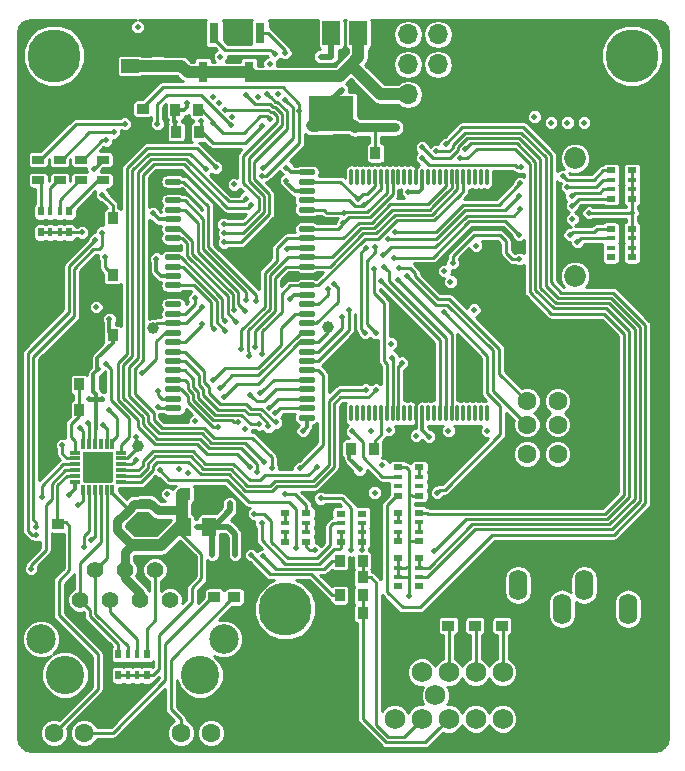
<source format=gbl>
G04 #@! TF.FileFunction,Copper,L4,Bot,Signal*
%FSLAX46Y46*%
G04 Gerber Fmt 4.6, Leading zero omitted, Abs format (unit mm)*
G04 Created by KiCad (PCBNEW 4.0.7-e2-6376~58~ubuntu16.04.1) date Fri Jan 26 09:39:30 2018*
%MOMM*%
%LPD*%
G01*
G04 APERTURE LIST*
%ADD10C,0.100000*%
%ADD11R,0.500000X0.800000*%
%ADD12R,0.400000X0.800000*%
%ADD13R,1.000000X0.670000*%
%ADD14C,1.850000*%
%ADD15O,1.250000X0.950000*%
%ADD16O,1.000000X1.550000*%
%ADD17C,1.390000*%
%ADD18C,1.600000*%
%ADD19C,3.250000*%
%ADD20C,2.500000*%
%ADD21O,0.300000X1.400000*%
%ADD22O,1.450000X0.500000*%
%ADD23O,1.600000X2.600000*%
%ADD24C,1.727200*%
%ADD25C,5.580000*%
%ADD26R,0.845000X1.000000*%
%ADD27R,1.000000X0.845000*%
%ADD28R,1.500000X1.145000*%
%ADD29R,1.700000X1.700000*%
%ADD30O,1.700000X1.700000*%
%ADD31C,1.000000*%
%ADD32R,1.145000X1.500000*%
%ADD33R,0.800000X0.500000*%
%ADD34R,0.800000X0.400000*%
%ADD35R,0.800000X1.800000*%
%ADD36R,0.850000X0.300000*%
%ADD37R,0.300000X0.850000*%
%ADD38R,2.600000X2.600000*%
%ADD39R,3.800000X2.000000*%
%ADD40R,1.500000X2.000000*%
%ADD41C,4.500000*%
%ADD42C,0.500000*%
%ADD43C,0.250000*%
%ADD44C,0.300000*%
%ADD45C,1.100000*%
%ADD46C,1.000000*%
%ADD47C,0.800000*%
%ADD48C,0.500000*%
%ADD49C,0.400000*%
%ADD50C,0.254000*%
G04 APERTURE END LIST*
D10*
D11*
X47600000Y-88000000D03*
D12*
X49200000Y-88000000D03*
X48400000Y-88000000D03*
D11*
X50000000Y-88000000D03*
D12*
X48400000Y-89800000D03*
D11*
X47600000Y-89800000D03*
D12*
X49200000Y-89800000D03*
D11*
X50000000Y-89800000D03*
D13*
X52900000Y-83625000D03*
X52900000Y-85375000D03*
D14*
X92842400Y-93483200D03*
X92842400Y-83523200D03*
D15*
X90600000Y-76550000D03*
X85600000Y-76550000D03*
D16*
X91600000Y-73850000D03*
X84600000Y-73850000D03*
D17*
X50927000Y-120906000D03*
X52197000Y-118366000D03*
X53467000Y-120906000D03*
X54737000Y-118366000D03*
X56007000Y-120906000D03*
X57277000Y-118366000D03*
X58547000Y-120906000D03*
X59817000Y-118366000D03*
D18*
X48747000Y-132156000D03*
X51287000Y-132156000D03*
X59457000Y-132156000D03*
X61997000Y-132156000D03*
D19*
X49657000Y-127256000D03*
X61087000Y-127256000D03*
D20*
X63117000Y-124206000D03*
X47627000Y-124206000D03*
D21*
X85386800Y-105115400D03*
X84886800Y-105115400D03*
X84386800Y-105115400D03*
X83886800Y-105115400D03*
X83386800Y-105115400D03*
X82886800Y-105115400D03*
X82386800Y-105115400D03*
X81886800Y-105115400D03*
X81386800Y-105115400D03*
X80886800Y-105115400D03*
X80386800Y-105115400D03*
X79886800Y-105115400D03*
X79386800Y-105115400D03*
X78886800Y-105115400D03*
X78386800Y-105115400D03*
X77886800Y-105115400D03*
X77386800Y-105115400D03*
X76886800Y-105115400D03*
X76386800Y-105115400D03*
X75886800Y-105115400D03*
X75386800Y-105115400D03*
X74886800Y-105115400D03*
X74386800Y-105115400D03*
X73886800Y-105115400D03*
X73886800Y-85115400D03*
X74386800Y-85115400D03*
X74886800Y-85115400D03*
X75386800Y-85115400D03*
X75886800Y-85115400D03*
X76386800Y-85115400D03*
X76886800Y-85115400D03*
X77386800Y-85115400D03*
X77886800Y-85115400D03*
X78386800Y-85115400D03*
X78886800Y-85115400D03*
X79386800Y-85115400D03*
X79886800Y-85115400D03*
X80386800Y-85115400D03*
X80886800Y-85115400D03*
X81386800Y-85115400D03*
X81886800Y-85115400D03*
X82386800Y-85115400D03*
X82886800Y-85115400D03*
X83386800Y-85115400D03*
X83886800Y-85115400D03*
X84386800Y-85115400D03*
X84886800Y-85115400D03*
X85386800Y-85115400D03*
D22*
X70129400Y-84683600D03*
X70129400Y-85483600D03*
X70129400Y-86283600D03*
X70129400Y-87083600D03*
X70129400Y-87883600D03*
X70129400Y-88683600D03*
X70129400Y-89483600D03*
X70129400Y-90283600D03*
X70129400Y-91083600D03*
X70129400Y-91883600D03*
X70129400Y-92683600D03*
X70129400Y-93483600D03*
X70129400Y-94283600D03*
X70129400Y-95083600D03*
X70129400Y-95883600D03*
X70129400Y-96683600D03*
X70129400Y-97483600D03*
X70129400Y-98283600D03*
X70129400Y-99083600D03*
X70129400Y-99883600D03*
X70129400Y-100683600D03*
X70129400Y-101483600D03*
X70129400Y-102283600D03*
X70129400Y-103083600D03*
X70129400Y-103883600D03*
X70129400Y-104683600D03*
X70129400Y-105483600D03*
X58829400Y-105483600D03*
X58829400Y-104683600D03*
X58829400Y-103883600D03*
X58829400Y-103083600D03*
X58829400Y-102283600D03*
X58829400Y-101483600D03*
X58829400Y-100683600D03*
X58829400Y-99883600D03*
X58829400Y-99083600D03*
X58829400Y-98283600D03*
X58829400Y-97483600D03*
X58829400Y-96683600D03*
X58829400Y-95883600D03*
X58829400Y-95083600D03*
X58829400Y-94283600D03*
X58829400Y-93483600D03*
X58829400Y-92683600D03*
X58829400Y-91883600D03*
X58829400Y-91083600D03*
X58829400Y-90283600D03*
X58829400Y-89483600D03*
X58829400Y-88683600D03*
X58829400Y-87883600D03*
X58829400Y-87083600D03*
X58829400Y-86283600D03*
X58829400Y-85483600D03*
X58829400Y-84683600D03*
D18*
X88743800Y-108563800D03*
X88743800Y-106063800D03*
X88743800Y-104063800D03*
X88743800Y-101563800D03*
X91363800Y-108563800D03*
X91363800Y-106063800D03*
X91363800Y-104063800D03*
X91363800Y-101563800D03*
D20*
X94423800Y-111633800D03*
X94423800Y-98493800D03*
X88393800Y-111633800D03*
X88393800Y-98493800D03*
D23*
X99829620Y-119649240D03*
X93629620Y-119649240D03*
X88029620Y-119649240D03*
X97329620Y-121649240D03*
X91729620Y-121649240D03*
D24*
X86715000Y-127020000D03*
X84429000Y-127020000D03*
X82143000Y-127020000D03*
X79857000Y-127020000D03*
X77571000Y-127020000D03*
X87858000Y-129000000D03*
X85572000Y-129000000D03*
X83286000Y-129000000D03*
X81000000Y-129000000D03*
X78714000Y-129000000D03*
X86715000Y-130980000D03*
X84429000Y-130980000D03*
X82143000Y-130980000D03*
X79857000Y-130980000D03*
X77571000Y-130980000D03*
D25*
X94893800Y-129000000D03*
X69900200Y-129000000D03*
D26*
X53692900Y-93370400D03*
X51767900Y-93370400D03*
X75937500Y-83100000D03*
X77862500Y-83100000D03*
X53692900Y-88595200D03*
X51767900Y-88595200D03*
X53692900Y-98501200D03*
X51767900Y-98501200D03*
D27*
X82118200Y-123085700D03*
X82118200Y-121160700D03*
X84353400Y-123085700D03*
X84353400Y-121160700D03*
X86639400Y-123085700D03*
X86639400Y-121160700D03*
D26*
X74862500Y-122000000D03*
X72937500Y-122000000D03*
X74862500Y-119000000D03*
X72937500Y-119000000D03*
X48923100Y-102666800D03*
X50848100Y-102666800D03*
X48923100Y-104851200D03*
X50848100Y-104851200D03*
X59819700Y-111937800D03*
X61744700Y-111937800D03*
D27*
X56438800Y-112753300D03*
X56438800Y-114678300D03*
X57500000Y-75600000D03*
X57500000Y-73675000D03*
D28*
X55200000Y-75700000D03*
X55200000Y-73615000D03*
D13*
X51000000Y-83625000D03*
X51000000Y-85375000D03*
X49200000Y-83625000D03*
X49200000Y-85375000D03*
X47400000Y-83625000D03*
X47400000Y-85375000D03*
D29*
X81240000Y-78100000D03*
D30*
X78700000Y-78100000D03*
X81240000Y-75560000D03*
X78700000Y-75560000D03*
X81240000Y-73020000D03*
X78700000Y-73020000D03*
D31*
X57100000Y-97900000D03*
X71900000Y-97800000D03*
X55800000Y-107900000D03*
D32*
X59739700Y-114706400D03*
X61824700Y-114706400D03*
D26*
X75790900Y-108102400D03*
X73865900Y-108102400D03*
X72937500Y-120500000D03*
X74862500Y-120500000D03*
X72937500Y-117600000D03*
X74862500Y-117600000D03*
D27*
X56235600Y-81251900D03*
X56235600Y-79326900D03*
D26*
X59083100Y-81330800D03*
X61008100Y-81330800D03*
X59006900Y-79425800D03*
X60931900Y-79425800D03*
D27*
X64000000Y-118737500D03*
X64000000Y-120662500D03*
X62300000Y-118737500D03*
X62300000Y-120662500D03*
X49098200Y-116405500D03*
X49098200Y-114480500D03*
D33*
X79665400Y-117367200D03*
D34*
X79665400Y-118967200D03*
X79665400Y-118167200D03*
D33*
X79665400Y-119767200D03*
D34*
X77865400Y-118167200D03*
D33*
X77865400Y-117367200D03*
D34*
X77865400Y-118967200D03*
D33*
X77865400Y-119767200D03*
X77865400Y-112071000D03*
D34*
X77865400Y-110471000D03*
X77865400Y-111271000D03*
D33*
X77865400Y-109671000D03*
D34*
X79665400Y-111271000D03*
D33*
X79665400Y-112071000D03*
D34*
X79665400Y-110471000D03*
D33*
X79665400Y-109671000D03*
X79665400Y-113531800D03*
D34*
X79665400Y-115131800D03*
X79665400Y-114331800D03*
D33*
X79665400Y-115931800D03*
D34*
X77865400Y-114331800D03*
D33*
X77865400Y-113531800D03*
D34*
X77865400Y-115131800D03*
D33*
X77865400Y-115931800D03*
X73000000Y-116000000D03*
D34*
X73000000Y-114400000D03*
X73000000Y-115200000D03*
D33*
X73000000Y-113600000D03*
D34*
X74800000Y-115200000D03*
D33*
X74800000Y-116000000D03*
D34*
X74800000Y-114400000D03*
D33*
X74800000Y-113600000D03*
X70104000Y-113563400D03*
D34*
X70104000Y-115163400D03*
X70104000Y-114363400D03*
D33*
X70104000Y-115963400D03*
D34*
X68304000Y-114363400D03*
D33*
X68304000Y-113563400D03*
D34*
X68304000Y-115163400D03*
D33*
X68304000Y-115963400D03*
D11*
X54172000Y-125490400D03*
D12*
X55772000Y-125490400D03*
X54972000Y-125490400D03*
D11*
X56572000Y-125490400D03*
D12*
X54972000Y-127290400D03*
D11*
X54172000Y-127290400D03*
D12*
X55772000Y-127290400D03*
D11*
X56572000Y-127290400D03*
D33*
X95874000Y-86950400D03*
D34*
X95874000Y-85350400D03*
X95874000Y-86150400D03*
D33*
X95874000Y-84550400D03*
D34*
X97674000Y-86150400D03*
D33*
X97674000Y-86950400D03*
D34*
X97674000Y-85350400D03*
D33*
X97674000Y-84550400D03*
X97674000Y-89478000D03*
D34*
X97674000Y-91078000D03*
X97674000Y-90278000D03*
D33*
X97674000Y-91878000D03*
D34*
X95874000Y-90278000D03*
D33*
X95874000Y-89478000D03*
D34*
X95874000Y-91078000D03*
D33*
X95874000Y-91878000D03*
D35*
X64300000Y-72900000D03*
X66200000Y-72900000D03*
X65250000Y-76200000D03*
X60400000Y-72900000D03*
X62300000Y-72900000D03*
X61350000Y-76200000D03*
D36*
X50475600Y-110927200D03*
X50475600Y-110427200D03*
X50475600Y-109927200D03*
X50475600Y-109427200D03*
X50475600Y-108927200D03*
X50475600Y-108427200D03*
D37*
X51175600Y-107727200D03*
X51675600Y-107727200D03*
X52175600Y-107727200D03*
X52675600Y-107727200D03*
X53175600Y-107727200D03*
X53675600Y-107727200D03*
D36*
X54375600Y-108427200D03*
X54375600Y-108927200D03*
X54375600Y-109427200D03*
X54375600Y-109927200D03*
X54375600Y-110427200D03*
X54375600Y-110927200D03*
D37*
X53675600Y-111627200D03*
X53175600Y-111627200D03*
X52675600Y-111627200D03*
X52175600Y-111627200D03*
X51675600Y-111627200D03*
X51175600Y-111627200D03*
D38*
X52425600Y-109677200D03*
D39*
X72200000Y-79250000D03*
D40*
X72200000Y-72950000D03*
X74500000Y-72950000D03*
X69900000Y-72950000D03*
D41*
X48722000Y-74823200D03*
X97652800Y-74823200D03*
X68300000Y-121700000D03*
D42*
X67700000Y-72300000D03*
X68600000Y-72800000D03*
X68300000Y-86700000D03*
X70300000Y-83800000D03*
X74800000Y-78300000D03*
X76000000Y-116700000D03*
X73900000Y-112200000D03*
X71200000Y-114100000D03*
X46800000Y-92300000D03*
X50200000Y-91100000D03*
X63700004Y-75100000D03*
X66200000Y-75000000D03*
X63500000Y-72700000D03*
X47700000Y-101500000D03*
X50700000Y-99500000D03*
X47500000Y-96900000D03*
X84100000Y-86300000D03*
X51800000Y-95000000D03*
X56840120Y-77200760D03*
X58966100Y-76791820D03*
X83223100Y-95168720D03*
X81503520Y-94701360D03*
X57162700Y-89326720D03*
X57216040Y-90802460D03*
X57002680Y-96738440D03*
X51247040Y-97602040D03*
X52771040Y-102725220D03*
X55026560Y-82974180D03*
X79052420Y-82661760D03*
X84607400Y-100594160D03*
X86352380Y-109354620D03*
X85928200Y-111897160D03*
X87980520Y-94366080D03*
X88125300Y-95966280D03*
X86492080Y-93314520D03*
X84701380Y-92649040D03*
X62499240Y-85209380D03*
X90479880Y-99641660D03*
X86288880Y-122023188D03*
X83045300Y-108336080D03*
X79750920Y-108394500D03*
X68691760Y-93525340D03*
X78115160Y-99636580D03*
X78008480Y-86832440D03*
X84582000Y-107061000D03*
X90424000Y-112268000D03*
X91948000Y-110744000D03*
X93472000Y-105664000D03*
X93472000Y-103632000D03*
X93472000Y-101600000D03*
X85547200Y-123875800D03*
X81026000Y-121488200D03*
X83235800Y-123926600D03*
X73787000Y-100355400D03*
X74498200Y-99034600D03*
X75666600Y-99898200D03*
X57759600Y-114503200D03*
X88087200Y-90982800D03*
X64482980Y-86362540D03*
X65532000Y-92456000D03*
X64516000Y-91440000D03*
X67055998Y-89916000D03*
X84455000Y-102235000D03*
X86360000Y-97790000D03*
X85090000Y-95885000D03*
X90170000Y-97155000D03*
X92075000Y-98425000D03*
X81356200Y-107111800D03*
X68757800Y-109347000D03*
X78155800Y-106476800D03*
X57378600Y-84836000D03*
X57175400Y-87223600D03*
X60020200Y-80441800D03*
X61366400Y-113233200D03*
X63423800Y-111801600D03*
X51775600Y-109027200D03*
X53075600Y-110327200D03*
X51775600Y-110327200D03*
X55143400Y-114731800D03*
X57454802Y-112039400D03*
X60045600Y-105308400D03*
X52300000Y-96100000D03*
X68400000Y-85400000D03*
X68400000Y-84300000D03*
X71800006Y-80700000D03*
X67000000Y-75500000D03*
X51100000Y-89800000D03*
X55800002Y-72400000D03*
X70537578Y-80737578D03*
X52800000Y-86600000D03*
X77600000Y-80900000D03*
X75200000Y-80900000D03*
X74206587Y-80906587D03*
X73100000Y-77700000D03*
X71300000Y-74900000D03*
X72200000Y-74900000D03*
X72200000Y-74100000D03*
X85400000Y-106600000D03*
X60000000Y-78800000D03*
X51668680Y-103886000D03*
X75547220Y-106575860D03*
X75867260Y-111828580D03*
X82293460Y-93959680D03*
X57396380Y-92029280D03*
X77223620Y-99204780D03*
X58315862Y-111947960D03*
X63601600Y-112699800D03*
X64897000Y-106451400D03*
X63990220Y-85727540D03*
X62128400Y-117094000D03*
X60833000Y-114706404D03*
X94005400Y-88138000D03*
X97674000Y-88138000D03*
X92608400Y-88671400D03*
X82118200Y-106578400D03*
X84302600Y-96342200D03*
X68478400Y-91186000D03*
X68732400Y-95427800D03*
X74599800Y-109855000D03*
X80467200Y-107086400D03*
X78714594Y-86385400D03*
X57099200Y-88188800D03*
X64058800Y-117068600D03*
X52451000Y-101371400D03*
X53416200Y-97129600D03*
X53060600Y-91846400D03*
X58945600Y-80416400D03*
X69799200Y-106603800D03*
X52806600Y-103911400D03*
X70800000Y-116700000D03*
X74800000Y-116649998D03*
X78790800Y-120548400D03*
X49425000Y-107800000D03*
X47700000Y-112200000D03*
X54330600Y-115265200D03*
X55041800Y-113258600D03*
X49987200Y-112039400D03*
X93600000Y-80500000D03*
X92200000Y-80500000D03*
X90800000Y-80500000D03*
X89400000Y-80000000D03*
X92583000Y-87528400D03*
X76606400Y-91694000D03*
X88214200Y-87807800D03*
X77520800Y-91922600D03*
X88112600Y-89992200D03*
X79904640Y-83499997D03*
X88239600Y-84251800D03*
X91795600Y-85039200D03*
X59309004Y-109855000D03*
X60071311Y-110148933D03*
X46786800Y-118287800D03*
X65400010Y-117100000D03*
X52222400Y-90424000D03*
X47244000Y-115417600D03*
X66400000Y-117200004D03*
X47167800Y-114706400D03*
X52832000Y-89814400D03*
X55651400Y-109042200D03*
X50800000Y-112903000D03*
X69500045Y-79474510D03*
X66338692Y-85025147D03*
X66356593Y-80756595D03*
X61145594Y-80332406D03*
X67000000Y-80200000D03*
X62200000Y-80500000D03*
X79900000Y-82599999D03*
X81100000Y-82900000D03*
X81900000Y-82299992D03*
X73974960Y-106646980D03*
X83082902Y-83515380D03*
X83543015Y-82742992D03*
X80935713Y-116752487D03*
X66300000Y-114400000D03*
X65901703Y-110101353D03*
X61553682Y-84411885D03*
X65700000Y-113600000D03*
X62417174Y-84288572D03*
X65350658Y-109669652D03*
X69200000Y-116500000D03*
X57700718Y-109948274D03*
X71300000Y-112299980D03*
X73900000Y-116700000D03*
X66500000Y-109200000D03*
X64948847Y-86923738D03*
X68300000Y-111900004D03*
X67147502Y-109770202D03*
X65397380Y-87467440D03*
X63200000Y-79400000D03*
X63078360Y-89108280D03*
X65000000Y-78200004D03*
X63145103Y-89864087D03*
X66800000Y-78100000D03*
X63139320Y-90632280D03*
X66197480Y-103415130D03*
X65356740Y-103548180D03*
X66960118Y-104617625D03*
X67462400Y-105105200D03*
X57531000Y-104571800D03*
X57505600Y-103225600D03*
X62153800Y-102285800D03*
X53099996Y-100900000D03*
X63084410Y-103760778D03*
X56175610Y-101710893D03*
X55700004Y-107100000D03*
X53390800Y-104825800D03*
X63799994Y-80000000D03*
X60706000Y-105765600D03*
X52900000Y-106100000D03*
X51600000Y-105900000D03*
X50927000Y-106324400D03*
X62763400Y-102971600D03*
X62611000Y-106273600D03*
X64287400Y-105816400D03*
X66096940Y-106022092D03*
X66878202Y-106222800D03*
X69545200Y-109753400D03*
X67501652Y-105871141D03*
X64566800Y-99695000D03*
X65214694Y-100240906D03*
X65767611Y-99517454D03*
X66364706Y-100076000D03*
X62244710Y-98006548D03*
X63246194Y-98145406D03*
X63203237Y-97252429D03*
X64106882Y-97341903D03*
X64008000Y-96393000D03*
X70967600Y-109626400D03*
X67700011Y-78099996D03*
X76530200Y-109499400D03*
X62700000Y-78799996D03*
X77063600Y-106527600D03*
X62200000Y-78300000D03*
X79400400Y-107010200D03*
X75107800Y-103124000D03*
X75971400Y-103124000D03*
X64884985Y-96455815D03*
X64973200Y-95529400D03*
X65862200Y-95631000D03*
X78163420Y-100840540D03*
X77340460Y-100390960D03*
X74451906Y-86965094D03*
X75064620Y-98275140D03*
X75133198Y-91084400D03*
X74981585Y-87494773D03*
X75951080Y-98267520D03*
X75946000Y-91059000D03*
X61264800Y-97586800D03*
X73075798Y-96926400D03*
X73710800Y-96342200D03*
X81153000Y-111836200D03*
X81711800Y-96545400D03*
X61290200Y-96113600D03*
X62800000Y-74900000D03*
X81762633Y-93061762D03*
X82499200Y-92379800D03*
X92405200Y-89992200D03*
X88138000Y-92049600D03*
X93040200Y-90576400D03*
X84455000Y-90906600D03*
X66000003Y-78300003D03*
X78613000Y-93497402D03*
X77947520Y-92819220D03*
X92180316Y-85944410D03*
X77597002Y-89763600D03*
X88188800Y-85648800D03*
X92557600Y-86690200D03*
X76987400Y-90373198D03*
X88138000Y-86715600D03*
X73253600Y-88112600D03*
X73235822Y-89014300D03*
X76708000Y-92710000D03*
X75793600Y-92904010D03*
X77851000Y-93827600D03*
X76430158Y-93926936D03*
X63699956Y-80724990D03*
X57480200Y-80594200D03*
X72460785Y-94137815D03*
X71932800Y-94615000D03*
X60648761Y-95332639D03*
X68300000Y-74600000D03*
X67400000Y-74700000D03*
X54700000Y-80600000D03*
X53800002Y-81299998D03*
X53100000Y-82000000D03*
X52100000Y-84400000D03*
X51231800Y-116459000D03*
X51866800Y-115849400D03*
X68318507Y-78581493D03*
X66459199Y-84300348D03*
D43*
X69900000Y-72950000D02*
X68750000Y-72950000D01*
X68750000Y-72950000D02*
X68600000Y-72800000D01*
X70129400Y-88683600D02*
X69154400Y-88683600D01*
X69154400Y-88683600D02*
X68300000Y-87829200D01*
X68300000Y-87829200D02*
X68300000Y-86700000D01*
X73900000Y-112200000D02*
X74900000Y-112200000D01*
X74900000Y-112200000D02*
X76000000Y-113300000D01*
X76000000Y-113300000D02*
X76000000Y-116700000D01*
X50200000Y-91100000D02*
X49000000Y-92300000D01*
X49000000Y-92300000D02*
X46800000Y-92300000D01*
X64300000Y-72900000D02*
X63700000Y-72900000D01*
X63700000Y-72900000D02*
X63500000Y-72700000D01*
X51800000Y-94646447D02*
X51800000Y-95000000D01*
X51800000Y-93390000D02*
X51800000Y-94646447D01*
X51780400Y-93370400D02*
X51800000Y-93390000D01*
X59809380Y-82169000D02*
X60020200Y-81958180D01*
X60020200Y-81958180D02*
X60020200Y-80441800D01*
X57715200Y-82169000D02*
X59809380Y-82169000D01*
X56235600Y-81389400D02*
X56935600Y-81389400D01*
X56935600Y-81389400D02*
X57715200Y-82169000D01*
X82973101Y-94918721D02*
X83223100Y-95168720D01*
X82755740Y-94701360D02*
X82973101Y-94918721D01*
X81503520Y-94701360D02*
X82755740Y-94701360D01*
X57216040Y-89380060D02*
X57162700Y-89326720D01*
X57216040Y-90802460D02*
X57216040Y-89380060D01*
X57466039Y-91052459D02*
X57216040Y-90802460D01*
X58829400Y-91083600D02*
X57497180Y-91083600D01*
X57497180Y-91083600D02*
X57466039Y-91052459D01*
X57002680Y-96384887D02*
X57002680Y-96738440D01*
X57002680Y-95935320D02*
X57002680Y-96384887D01*
X58829400Y-95083600D02*
X57854400Y-95083600D01*
X57854400Y-95083600D02*
X57002680Y-95935320D01*
X51506240Y-97602040D02*
X51247040Y-97602040D01*
X51780400Y-97876200D02*
X51506240Y-97602040D01*
X51780400Y-98501200D02*
X51780400Y-97876200D01*
X55026560Y-82748440D02*
X55026560Y-82974180D01*
X56235600Y-81539400D02*
X55026560Y-82748440D01*
X56235600Y-81389400D02*
X56235600Y-81539400D01*
X79386800Y-85115400D02*
X79386800Y-83786080D01*
X79386800Y-83786080D02*
X79052420Y-83451700D01*
X79052420Y-83451700D02*
X79052420Y-83015313D01*
X79052420Y-83015313D02*
X79052420Y-82661760D01*
X84455000Y-100746560D02*
X84607400Y-100594160D01*
X84455000Y-102235000D02*
X84455000Y-100746560D01*
X86102381Y-109604619D02*
X86352380Y-109354620D01*
X85928200Y-109778800D02*
X86102381Y-109604619D01*
X85928200Y-111897160D02*
X85928200Y-109778800D01*
X88125300Y-94510860D02*
X87980520Y-94366080D01*
X88125300Y-95966280D02*
X88125300Y-94510860D01*
X86492080Y-93668073D02*
X86492080Y-93314520D01*
X86492080Y-94482920D02*
X86492080Y-93668073D01*
X85090000Y-95885000D02*
X86492080Y-94482920D01*
X62749239Y-85459379D02*
X62499240Y-85209380D01*
X63652400Y-86362540D02*
X62749239Y-85459379D01*
X64482980Y-86362540D02*
X63652400Y-86362540D01*
X91696540Y-98425000D02*
X90729879Y-99391661D01*
X92075000Y-98425000D02*
X91696540Y-98425000D01*
X90170000Y-99331780D02*
X90229881Y-99391661D01*
X90729879Y-99391661D02*
X90479880Y-99641660D01*
X90170000Y-97155000D02*
X90170000Y-99331780D01*
X90229881Y-99391661D02*
X90479880Y-99641660D01*
X86038881Y-121773189D02*
X86288880Y-122023188D01*
X84353400Y-121173200D02*
X85438892Y-121173200D01*
X85438892Y-121173200D02*
X86038881Y-121773189D01*
X79750920Y-108394500D02*
X82986880Y-108394500D01*
X82986880Y-108394500D02*
X83045300Y-108336080D01*
X68733500Y-93483600D02*
X68691760Y-93525340D01*
X70129400Y-93483600D02*
X68733500Y-93483600D01*
X79386800Y-105115400D02*
X79386800Y-100908220D01*
X78365159Y-99886579D02*
X78115160Y-99636580D01*
X79386800Y-100908220D02*
X78365159Y-99886579D01*
X91948000Y-110744000D02*
X90424000Y-112268000D01*
X93472000Y-103632000D02*
X93472000Y-105664000D01*
X91363800Y-101563800D02*
X93435800Y-101563800D01*
X93435800Y-101563800D02*
X93472000Y-101600000D01*
X82118200Y-121173200D02*
X81341000Y-121173200D01*
X81341000Y-121173200D02*
X81026000Y-121488200D01*
X82118200Y-121173200D02*
X82118200Y-121398200D01*
X82118200Y-121398200D02*
X83235800Y-122515800D01*
X83235800Y-122515800D02*
X83235800Y-123926600D01*
X56438800Y-114665800D02*
X57597000Y-114665800D01*
X57597000Y-114665800D02*
X57759600Y-114503200D01*
X67055998Y-89916000D02*
X66040000Y-89916000D01*
X66040000Y-89916000D02*
X64516000Y-91440000D01*
X68288398Y-88683600D02*
X67305997Y-89666001D01*
X70129400Y-88683600D02*
X68288398Y-88683600D01*
X67305997Y-89666001D02*
X67055998Y-89916000D01*
X48935600Y-102666800D02*
X48710600Y-102666800D01*
X79386800Y-105115400D02*
X79386800Y-106065400D01*
X79386800Y-106065400D02*
X78975400Y-106476800D01*
X78975400Y-106476800D02*
X78155800Y-106476800D01*
X58829400Y-84683600D02*
X57531000Y-84683600D01*
X57531000Y-84683600D02*
X57378600Y-84836000D01*
X58829400Y-86283600D02*
X58115400Y-86283600D01*
X58115400Y-86283600D02*
X57175400Y-87223600D01*
X62032200Y-111937800D02*
X62032200Y-112567400D01*
X62032200Y-112567400D02*
X61366400Y-113233200D01*
X62032200Y-111937800D02*
X63287600Y-111937800D01*
X63287600Y-111937800D02*
X63423800Y-111801600D01*
X56438800Y-114665800D02*
X55209400Y-114665800D01*
X55209400Y-114665800D02*
X55143400Y-114731800D01*
X58829400Y-105483600D02*
X59870400Y-105483600D01*
X59870400Y-105483600D02*
X60045600Y-105308400D01*
D44*
X53680400Y-98501200D02*
X53680400Y-99119600D01*
X53680400Y-99119600D02*
X52400000Y-100400000D01*
X52400000Y-100400000D02*
X52400000Y-101320400D01*
X52400000Y-101320400D02*
X52451000Y-101371400D01*
X68400000Y-85579200D02*
X68400000Y-85400000D01*
X69104400Y-86283600D02*
X68400000Y-85579200D01*
X70129400Y-86283600D02*
X69104400Y-86283600D01*
X68649999Y-84549999D02*
X68400000Y-84300000D01*
X68783600Y-84683600D02*
X68649999Y-84549999D01*
X70129400Y-84683600D02*
X68783600Y-84683600D01*
D43*
X48400000Y-89800000D02*
X49200000Y-89800000D01*
X47600000Y-89800000D02*
X48400000Y-89800000D01*
X49200000Y-89800000D02*
X50000000Y-89800000D01*
X47600000Y-89800000D02*
X51100000Y-89800000D01*
D45*
X70891131Y-80737578D02*
X70537578Y-80737578D01*
D46*
X72162422Y-80737578D02*
X70891131Y-80737578D01*
X72200000Y-80700000D02*
X72162422Y-80737578D01*
D43*
X53049999Y-86849999D02*
X52800000Y-86600000D01*
X53680400Y-87480400D02*
X53049999Y-86849999D01*
X53680400Y-88595200D02*
X53680400Y-87480400D01*
D47*
X75200000Y-80900000D02*
X75900000Y-80900000D01*
X75900000Y-80900000D02*
X77600000Y-80900000D01*
D43*
X75937500Y-83100000D02*
X75937500Y-81637500D01*
X75937500Y-81637500D02*
X75900000Y-81600000D01*
X75900000Y-81600000D02*
X75900000Y-80900000D01*
D47*
X74206587Y-80906587D02*
X75193413Y-80906587D01*
X75193413Y-80906587D02*
X75200000Y-80900000D01*
D46*
X74206587Y-80906587D02*
X73956588Y-80656588D01*
X73956588Y-80656588D02*
X72243412Y-80656588D01*
X72243412Y-80656588D02*
X72200000Y-80700000D01*
X72200000Y-79250000D02*
X72200000Y-80700000D01*
D48*
X72200000Y-79250000D02*
X72200000Y-78600000D01*
X72200000Y-78600000D02*
X73100000Y-77700000D01*
X72200000Y-74900000D02*
X71300000Y-74900000D01*
X72200000Y-74100000D02*
X72200000Y-74900000D01*
X72200000Y-72950000D02*
X72200000Y-74100000D01*
D44*
X79886800Y-105115400D02*
X79886800Y-106506000D01*
X79886800Y-106506000D02*
X80467200Y-107086400D01*
X70129400Y-91083600D02*
X68580800Y-91083600D01*
X68580800Y-91083600D02*
X68478400Y-91186000D01*
X70129400Y-95083600D02*
X69076600Y-95083600D01*
X69076600Y-95083600D02*
X68732400Y-95427800D01*
X70129400Y-105483600D02*
X70129400Y-106273600D01*
X70129400Y-106273600D02*
X69799200Y-106603800D01*
X58829400Y-93483600D02*
X57804400Y-93483600D01*
X57804400Y-93483600D02*
X57396380Y-93075580D01*
X57396380Y-93075580D02*
X57396380Y-92382833D01*
X57396380Y-92382833D02*
X57396380Y-92029280D01*
X58829400Y-88683600D02*
X57594000Y-88683600D01*
X57594000Y-88683600D02*
X57099200Y-88188800D01*
X74599800Y-109855000D02*
X73728400Y-108983600D01*
X73728400Y-108983600D02*
X73728400Y-108102400D01*
X79886800Y-85115400D02*
X79886800Y-86115400D01*
X79886800Y-86115400D02*
X79616800Y-86385400D01*
X79616800Y-86385400D02*
X79068147Y-86385400D01*
X79068147Y-86385400D02*
X78714594Y-86385400D01*
X58869400Y-79425800D02*
X59774200Y-79425800D01*
X59774200Y-79425800D02*
X60000000Y-79200000D01*
X60000000Y-79200000D02*
X60000000Y-78800000D01*
X58945600Y-81330800D02*
X58945600Y-80416400D01*
X58869400Y-79425800D02*
X58869400Y-80340200D01*
X58869400Y-80340200D02*
X58945600Y-80416400D01*
X52300000Y-103503600D02*
X52070000Y-103273600D01*
X52070000Y-103273600D02*
X52070000Y-101752400D01*
X52451000Y-101371400D02*
X52070000Y-101752400D01*
X52300000Y-103503600D02*
X52300000Y-106364004D01*
D43*
X52175600Y-107727200D02*
X52175600Y-106488404D01*
X52175600Y-106488404D02*
X52300000Y-106364004D01*
X51694080Y-103911400D02*
X51668680Y-103886000D01*
D49*
X52806600Y-103911400D02*
X51694080Y-103911400D01*
D43*
X52298600Y-103908860D02*
X52804060Y-103908860D01*
X52804060Y-103908860D02*
X52806600Y-103911400D01*
D48*
X63601600Y-113053353D02*
X63601600Y-112699800D01*
X63601600Y-113337000D02*
X63601600Y-113053353D01*
X62232200Y-114706400D02*
X63601600Y-113337000D01*
X62132200Y-114706400D02*
X62232200Y-114706400D01*
X62132200Y-117090200D02*
X62128400Y-117094000D01*
X62132200Y-114706400D02*
X62132200Y-117090200D01*
X60833004Y-114706400D02*
X60833000Y-114706404D01*
X62132200Y-114706400D02*
X60833004Y-114706400D01*
X64058800Y-117068600D02*
X64058800Y-115341400D01*
X64058800Y-115341400D02*
X63423800Y-114706400D01*
X63423800Y-114706400D02*
X62132200Y-114706400D01*
D43*
X97674000Y-88138000D02*
X94005400Y-88138000D01*
X97674000Y-86950400D02*
X97674000Y-88138000D01*
X97674000Y-88138000D02*
X97674000Y-89478000D01*
X97674000Y-91078000D02*
X97674000Y-91878000D01*
X97674000Y-90278000D02*
X97674000Y-91078000D01*
X97674000Y-89478000D02*
X97674000Y-90278000D01*
X97674000Y-86150400D02*
X97674000Y-86950400D01*
X97674000Y-85350400D02*
X97674000Y-86150400D01*
X97674000Y-84550400D02*
X97674000Y-85350400D01*
D44*
X53416200Y-97129600D02*
X53416200Y-98237000D01*
D43*
X53416200Y-98237000D02*
X53680400Y-98501200D01*
X53060600Y-91846400D02*
X53060600Y-92750600D01*
X53060600Y-92750600D02*
X53680400Y-93370400D01*
X74800000Y-116000000D02*
X74800000Y-116649998D01*
X74800000Y-115200000D02*
X74800000Y-116000000D01*
X74800000Y-114400000D02*
X74800000Y-115200000D01*
X70104000Y-115963400D02*
X70104000Y-116404000D01*
X70104000Y-116404000D02*
X70400000Y-116700000D01*
X70400000Y-116700000D02*
X70800000Y-116700000D01*
X74800000Y-114400000D02*
X74800000Y-116649998D01*
X82143000Y-127020000D02*
X82143000Y-123098000D01*
X82143000Y-123098000D02*
X82118200Y-123073200D01*
X70104000Y-115963400D02*
X70024409Y-115963400D01*
X84429000Y-127020000D02*
X84429000Y-123148800D01*
X84429000Y-123148800D02*
X84353400Y-123073200D01*
X78765400Y-118160800D02*
X78765400Y-119024400D01*
X78765400Y-119024400D02*
X78765400Y-119761000D01*
X77865400Y-118967200D02*
X78708200Y-118967200D01*
X78708200Y-118967200D02*
X78765400Y-119024400D01*
X78765400Y-117322600D02*
X78765400Y-118160800D01*
X77865400Y-118167200D02*
X78515400Y-118167200D01*
X78521800Y-118160800D02*
X78765400Y-118160800D01*
X78515400Y-118167200D02*
X78521800Y-118160800D01*
X77865400Y-117367200D02*
X77865400Y-118967200D01*
X78765400Y-115925600D02*
X78765400Y-112064800D01*
X78765400Y-112064800D02*
X78765400Y-109921000D01*
X79665400Y-112071000D02*
X79015400Y-112071000D01*
X79009200Y-112064800D02*
X78765400Y-112064800D01*
X79015400Y-112071000D02*
X79009200Y-112064800D01*
X78765400Y-109921000D02*
X78515400Y-109671000D01*
X78515400Y-109671000D02*
X77865400Y-109671000D01*
X78765400Y-115925600D02*
X78765400Y-117322600D01*
X79665400Y-115931800D02*
X79015400Y-115931800D01*
X79015400Y-115931800D02*
X79009200Y-115925600D01*
X79009200Y-115925600D02*
X78765400Y-115925600D01*
X78765400Y-119761000D02*
X78765400Y-120523000D01*
X78765400Y-120523000D02*
X78790800Y-120548400D01*
X86715000Y-127020000D02*
X86715000Y-123148800D01*
X86715000Y-123148800D02*
X86639400Y-123073200D01*
X74862500Y-120500000D02*
X74862500Y-122000000D01*
X74862500Y-120500000D02*
X74862500Y-130998910D01*
X74862500Y-130998910D02*
X76813600Y-132950010D01*
X76813600Y-132950010D02*
X80172990Y-132950010D01*
X80172990Y-132950010D02*
X81279401Y-131843599D01*
X81279401Y-131843599D02*
X82143000Y-130980000D01*
X77000000Y-132500000D02*
X78337000Y-132500000D01*
X78337000Y-132500000D02*
X79857000Y-130980000D01*
X76000000Y-131500000D02*
X77000000Y-132500000D01*
X76000000Y-119465000D02*
X76000000Y-131500000D01*
X74862500Y-119000000D02*
X75535000Y-119000000D01*
X75535000Y-119000000D02*
X76000000Y-119465000D01*
X74862500Y-117600000D02*
X74862500Y-119000000D01*
X49425000Y-107800000D02*
X49425000Y-108551600D01*
X49425000Y-108551600D02*
X49800600Y-108927200D01*
X49800600Y-108927200D02*
X50475600Y-108927200D01*
X50475600Y-109427200D02*
X49527780Y-109427200D01*
X49527780Y-109427200D02*
X47700000Y-111254980D01*
X47700000Y-111254980D02*
X47700000Y-112200000D01*
X50475600Y-108427200D02*
X50475600Y-107447800D01*
X50475600Y-107447800D02*
X50139600Y-107111800D01*
X50139600Y-107111800D02*
X50139600Y-106019600D01*
X50139600Y-106019600D02*
X50835600Y-105323600D01*
X50835600Y-105323600D02*
X50835600Y-104851200D01*
X50835600Y-102666800D02*
X50835600Y-104851200D01*
X59432200Y-114706400D02*
X59432200Y-115210600D01*
X59432200Y-115210600D02*
X61214000Y-116992400D01*
X61214000Y-116992400D02*
X61214000Y-119086000D01*
X57632600Y-126746000D02*
X57088200Y-127290400D01*
X61214000Y-119086000D02*
X60400000Y-119900000D01*
X60400000Y-119900000D02*
X60400000Y-121100000D01*
X60400000Y-121100000D02*
X57632600Y-123867400D01*
X57088200Y-127290400D02*
X56572000Y-127290400D01*
X57632600Y-123867400D02*
X57632600Y-126746000D01*
D47*
X54737000Y-118366000D02*
X54737000Y-119026940D01*
X54737000Y-119026940D02*
X56007000Y-120296940D01*
X56007000Y-120296940D02*
X56007000Y-120906000D01*
X55346600Y-116281200D02*
X54737000Y-116890800D01*
X54737000Y-116890800D02*
X54737000Y-118366000D01*
D44*
X53675600Y-111627200D02*
X53675600Y-111892400D01*
X53675600Y-111892400D02*
X55041800Y-113258600D01*
X50475600Y-110927200D02*
X50475600Y-111551000D01*
X50475600Y-111551000D02*
X49987200Y-112039400D01*
D46*
X59532200Y-111937800D02*
X59532200Y-113334800D01*
X59532200Y-113334800D02*
X59532200Y-114606400D01*
D47*
X56438800Y-112765800D02*
X56923200Y-112765800D01*
X56923200Y-112765800D02*
X57492200Y-113334800D01*
X57492200Y-113334800D02*
X59532200Y-113334800D01*
X56438800Y-112765800D02*
X55534600Y-112765800D01*
X55534600Y-112765800D02*
X55041800Y-113258600D01*
X54330600Y-115265200D02*
X54080601Y-115015201D01*
X54080601Y-115015201D02*
X54080601Y-114219799D01*
X54791801Y-113508599D02*
X55041800Y-113258600D01*
X54080601Y-114219799D02*
X54791801Y-113508599D01*
X54330600Y-115265200D02*
X55346600Y-116281200D01*
D46*
X57757400Y-116281200D02*
X55346600Y-116281200D01*
X59432200Y-114706400D02*
X59332200Y-114706400D01*
X59332200Y-114706400D02*
X57757400Y-116281200D01*
X59532200Y-114606400D02*
X59432200Y-114706400D01*
D43*
X54972000Y-127290400D02*
X54172000Y-127290400D01*
X55772000Y-127290400D02*
X54972000Y-127290400D01*
X56572000Y-127290400D02*
X55772000Y-127290400D01*
D46*
X72899999Y-76550001D02*
X73850000Y-75600000D01*
X73850000Y-75600000D02*
X74500000Y-74950000D01*
X78700000Y-78100000D02*
X76350000Y-78100000D01*
X76350000Y-78100000D02*
X73850000Y-75600000D01*
X65250000Y-76200000D02*
X65600001Y-76550001D01*
X74500000Y-74950000D02*
X74500000Y-72950000D01*
X65600001Y-76550001D02*
X72899999Y-76550001D01*
X65250000Y-76200000D02*
X63850000Y-76200000D01*
X63850000Y-76200000D02*
X61350000Y-76200000D01*
X61350000Y-76200000D02*
X60071202Y-76200000D01*
X60071202Y-76200000D02*
X60035601Y-76235601D01*
X59500000Y-75700000D02*
X58600000Y-75700000D01*
X58600000Y-75700000D02*
X55200000Y-75700000D01*
D43*
X57500000Y-75600000D02*
X58250000Y-75600000D01*
X58250000Y-75600000D02*
X58350000Y-75700000D01*
X58350000Y-75700000D02*
X58600000Y-75700000D01*
D46*
X60035601Y-76235601D02*
X59500000Y-75700000D01*
D43*
X81004590Y-91059000D02*
X77241400Y-91059000D01*
X83689800Y-88373789D02*
X81004590Y-91059000D01*
X76856399Y-91444001D02*
X76606400Y-91694000D01*
X88214200Y-87807800D02*
X87648211Y-88373789D01*
X77241400Y-91059000D02*
X76856399Y-91444001D01*
X87648211Y-88373789D02*
X83689800Y-88373789D01*
X92583000Y-87528400D02*
X93161000Y-86950400D01*
X93161000Y-86950400D02*
X95874000Y-86950400D01*
X83876200Y-88823800D02*
X80777400Y-91922600D01*
X80777400Y-91922600D02*
X77874353Y-91922600D01*
X88112600Y-89992200D02*
X86944200Y-88823800D01*
X86944200Y-88823800D02*
X83876200Y-88823800D01*
X77874353Y-91922600D02*
X77520800Y-91922600D01*
X80154639Y-83749996D02*
X79904640Y-83499997D01*
X88239600Y-84251800D02*
X87886047Y-84251800D01*
X80495033Y-84090390D02*
X80154639Y-83749996D01*
X87724637Y-84090390D02*
X80495033Y-84090390D01*
X87886047Y-84251800D02*
X87724637Y-84090390D01*
X95874000Y-84550400D02*
X95224000Y-84550400D01*
X95224000Y-84550400D02*
X94405000Y-85369400D01*
X94405000Y-85369400D02*
X92125800Y-85369400D01*
X92125800Y-85369400D02*
X91795600Y-85039200D01*
X50475600Y-110427200D02*
X49800600Y-110427200D01*
X49800600Y-110427200D02*
X49022000Y-111205800D01*
X49022000Y-111205800D02*
X49022000Y-114343000D01*
X49022000Y-114343000D02*
X49725400Y-114343000D01*
X49123600Y-119329200D02*
X49123600Y-122199400D01*
X49725400Y-114343000D02*
X50038000Y-114655600D01*
X50038000Y-114655600D02*
X50038000Y-118414800D01*
X50038000Y-118414800D02*
X49123600Y-119329200D01*
X49123600Y-122199400D02*
X52425600Y-125501400D01*
X52425600Y-125501400D02*
X52425600Y-128447800D01*
X52425600Y-128447800D02*
X50749200Y-130124200D01*
X50749200Y-130124200D02*
X50749200Y-130153800D01*
X50749200Y-130153800D02*
X48747000Y-132156000D01*
X58149989Y-127727211D02*
X58149989Y-124628411D01*
X58149989Y-124628411D02*
X61841200Y-120937200D01*
X53721200Y-132156000D02*
X58149989Y-127727211D01*
X51287000Y-132156000D02*
X53721200Y-132156000D01*
X59457000Y-132156000D02*
X59457000Y-131024630D01*
X59457000Y-131024630D02*
X58600000Y-130167630D01*
X58600000Y-130167630D02*
X58600000Y-125985000D01*
X58600000Y-125985000D02*
X63922500Y-120662500D01*
X63922500Y-120662500D02*
X64000000Y-120662500D01*
X50475600Y-109927200D02*
X49664190Y-109927200D01*
X48539400Y-111051990D02*
X48539400Y-112395000D01*
X48539400Y-112395000D02*
X48031400Y-112903000D01*
X46786800Y-117934247D02*
X46786800Y-118287800D01*
X49664190Y-109927200D02*
X48539400Y-111051990D01*
X48031400Y-112903000D02*
X48031400Y-116689647D01*
X48031400Y-116689647D02*
X46786800Y-117934247D01*
X76386800Y-105115400D02*
X76386800Y-106324400D01*
X75928400Y-108102400D02*
X75928400Y-107402400D01*
X75928400Y-107402400D02*
X76386800Y-106944000D01*
X76386800Y-106944000D02*
X76386800Y-106324400D01*
X52222400Y-90424000D02*
X50000000Y-92646400D01*
X46514589Y-99985411D02*
X46514589Y-115041742D01*
X46514589Y-115041742D02*
X46890447Y-115417600D01*
X50000000Y-92646400D02*
X50000000Y-96500000D01*
X50000000Y-96500000D02*
X46514589Y-99985411D01*
X46890447Y-115417600D02*
X47244000Y-115417600D01*
X65650009Y-117349999D02*
X65400010Y-117100000D01*
X72265000Y-120500000D02*
X70515033Y-118750033D01*
X72937500Y-120500000D02*
X72265000Y-120500000D01*
X67050043Y-118750033D02*
X65650009Y-117349999D01*
X70515033Y-118750033D02*
X67050043Y-118750033D01*
X47167800Y-114706400D02*
X47167800Y-114352847D01*
X47167800Y-114352847D02*
X46964600Y-114149647D01*
X46964600Y-114149647D02*
X46964600Y-100335400D01*
X52063589Y-91236411D02*
X52500000Y-91236411D01*
X46964600Y-100335400D02*
X50450011Y-96849989D01*
X50450011Y-96849989D02*
X50450011Y-92849989D01*
X50450011Y-92849989D02*
X52063589Y-91236411D01*
X52500000Y-91236411D02*
X52832000Y-90904411D01*
X52832000Y-90904411D02*
X52832000Y-89814400D01*
X67500018Y-118300022D02*
X66649999Y-117450003D01*
X72937500Y-117600000D02*
X72265000Y-117600000D01*
X66649999Y-117450003D02*
X66400000Y-117200004D01*
X72265000Y-117600000D02*
X71564978Y-118300022D01*
X71564978Y-118300022D02*
X67500018Y-118300022D01*
X55266400Y-109427200D02*
X55401401Y-109292199D01*
X54375600Y-109427200D02*
X55266400Y-109427200D01*
X55401401Y-109292199D02*
X55651400Y-109042200D01*
X51175600Y-111627200D02*
X51175600Y-112527400D01*
X51175600Y-112527400D02*
X50800000Y-112903000D01*
X56235600Y-79189400D02*
X57925000Y-77500000D01*
X68114802Y-77500000D02*
X69500045Y-78885243D01*
X57925000Y-77500000D02*
X68114802Y-77500000D01*
X69500045Y-79120957D02*
X69500045Y-79474510D01*
X69500045Y-78885243D02*
X69500045Y-79120957D01*
X66692245Y-85025147D02*
X69500045Y-82217347D01*
X69500045Y-79828063D02*
X69500045Y-79474510D01*
X69500045Y-82217347D02*
X69500045Y-79828063D01*
X66338692Y-85025147D02*
X66692245Y-85025147D01*
X61145600Y-81330800D02*
X61145600Y-80332412D01*
X61145600Y-81330800D02*
X61295600Y-81330800D01*
X61295600Y-81330800D02*
X62205401Y-82240601D01*
X62205401Y-82240601D02*
X64693800Y-82240601D01*
X64872587Y-82240601D02*
X66106594Y-81006594D01*
X64693800Y-82240601D02*
X64872587Y-82240601D01*
X66106594Y-81006594D02*
X66356593Y-80756595D01*
X61145600Y-80332412D02*
X61145594Y-80332406D01*
X64693800Y-82240601D02*
X63243448Y-82240601D01*
X61069400Y-79425800D02*
X61219400Y-79425800D01*
X66750001Y-79950001D02*
X67000000Y-80200000D01*
X63049999Y-81349999D02*
X64798997Y-81349999D01*
X66198995Y-79950001D02*
X66750001Y-79950001D01*
X64798997Y-81349999D02*
X66198995Y-79950001D01*
X62200000Y-80500000D02*
X63049999Y-81349999D01*
X62200000Y-80406400D02*
X62200000Y-80500000D01*
X61219400Y-79425800D02*
X62200000Y-80406400D01*
X80478988Y-118167200D02*
X84154011Y-114492178D01*
X83670439Y-81802381D02*
X82925022Y-82547798D01*
X80149999Y-82849998D02*
X79900000Y-82599999D01*
X82247280Y-83500000D02*
X80800001Y-83500000D01*
X82925022Y-82822258D02*
X82247280Y-83500000D01*
X82925022Y-82547798D02*
X82925022Y-82822258D01*
X80800001Y-83500000D02*
X80149999Y-82849998D01*
X88104403Y-81802381D02*
X83670439Y-81802381D01*
X91211398Y-95783399D02*
X89916000Y-94488001D01*
X95681801Y-95783399D02*
X91211398Y-95783399D01*
X97877219Y-97978817D02*
X95681801Y-95783399D01*
X97877219Y-112361403D02*
X97877219Y-97978817D01*
X84154011Y-114492178D02*
X95746444Y-114492178D01*
X95746444Y-114492178D02*
X97877219Y-112361403D01*
X79665400Y-118167200D02*
X80478988Y-118167200D01*
X89916000Y-83613978D02*
X88104403Y-81802381D01*
X89916000Y-94488001D02*
X89916000Y-83613978D01*
X79665400Y-117367200D02*
X79665400Y-118167200D01*
X83484040Y-81352370D02*
X82475007Y-82361403D01*
X98327230Y-97792417D02*
X95868201Y-95333388D01*
X95932844Y-114942189D02*
X98327230Y-112547803D01*
X90366011Y-83427578D02*
X88290803Y-81352370D01*
X82210869Y-82900000D02*
X81453553Y-82900000D01*
X95868201Y-95333388D02*
X91397798Y-95333388D01*
X82475007Y-82635862D02*
X82210869Y-82900000D01*
X81453553Y-82900000D02*
X81100000Y-82900000D01*
X90366011Y-94301601D02*
X90366011Y-83427578D01*
X91397798Y-95333388D02*
X90366011Y-94301601D01*
X84340411Y-114942189D02*
X95932844Y-114942189D01*
X80315400Y-118967200D02*
X84340411Y-114942189D01*
X79665400Y-118967200D02*
X80315400Y-118967200D01*
X82475007Y-82361403D02*
X82475007Y-82635862D01*
X98327230Y-112547803D02*
X98327230Y-97792417D01*
X88290803Y-81352370D02*
X83484040Y-81352370D01*
X98777241Y-112734203D02*
X96119244Y-115392200D01*
X81900000Y-82299992D02*
X81900008Y-82299992D01*
X85852000Y-115392200D02*
X79705200Y-121539000D01*
X81900008Y-82299992D02*
X83297644Y-80902356D01*
X83297644Y-80902356D02*
X88477200Y-80902356D01*
X88477200Y-80902356D02*
X90816022Y-83241178D01*
X90816022Y-83241178D02*
X90816022Y-94016022D01*
X90816022Y-94016022D02*
X91683378Y-94883378D01*
X91683378Y-94883378D02*
X96054602Y-94883378D01*
X96054602Y-94883378D02*
X98777241Y-97606017D01*
X77715400Y-112071000D02*
X77865400Y-112071000D01*
X78239000Y-121539000D02*
X76900000Y-120200000D01*
X98777241Y-97606017D02*
X98777241Y-112734203D01*
X96119244Y-115392200D02*
X85852000Y-115392200D01*
X76900000Y-120200000D02*
X76900000Y-112886400D01*
X79705200Y-121539000D02*
X78239000Y-121539000D01*
X76900000Y-112886400D02*
X77715400Y-112071000D01*
X74224959Y-106896979D02*
X73974960Y-106646980D01*
X74853800Y-107525820D02*
X74224959Y-106896979D01*
X74853800Y-108813600D02*
X74853800Y-107525820D01*
X77865400Y-110471000D02*
X76511200Y-110471000D01*
X76511200Y-110471000D02*
X74853800Y-108813600D01*
X79665400Y-109671000D02*
X79665400Y-110471000D01*
X84531200Y-82702400D02*
X83718220Y-83515380D01*
X83718220Y-83515380D02*
X83436455Y-83515380D01*
X83436455Y-83515380D02*
X83082902Y-83515380D01*
X84531200Y-82702400D02*
X87731600Y-82702400D01*
X85318600Y-82702400D02*
X84531200Y-82702400D01*
X90838598Y-96683421D02*
X95309001Y-96683421D01*
X85318600Y-82702400D02*
X87731600Y-82702400D01*
X96977197Y-111988603D02*
X95373644Y-113592156D01*
X95309001Y-96683421D02*
X96977197Y-98351617D01*
X87731600Y-82702400D02*
X89015978Y-83986778D01*
X89015978Y-83986778D02*
X89015978Y-94860801D01*
X89015978Y-94860801D02*
X90838598Y-96683421D01*
X96977197Y-98351617D02*
X96977197Y-111988603D01*
X95373644Y-113592156D02*
X80375756Y-113592156D01*
X80375756Y-113592156D02*
X80315400Y-113531800D01*
X80315400Y-113531800D02*
X79665400Y-113531800D01*
X86093402Y-82702400D02*
X85318600Y-82702400D01*
X79665400Y-115131800D02*
X79665400Y-114331800D01*
X77865400Y-113531800D02*
X77865400Y-114331800D01*
X77865400Y-115931800D02*
X77865400Y-115131800D01*
X83793014Y-82492993D02*
X83543015Y-82742992D01*
X83646033Y-114042167D02*
X95560044Y-114042167D01*
X89465989Y-83800378D02*
X87918000Y-82252389D01*
X91024998Y-96233410D02*
X89465989Y-94674401D01*
X97427208Y-112175003D02*
X97427208Y-98165217D01*
X95560044Y-114042167D02*
X97427208Y-112175003D01*
X87918000Y-82252389D02*
X84033618Y-82252389D01*
X97427208Y-98165217D02*
X95495401Y-96233410D01*
X89465989Y-94674401D02*
X89465989Y-83800378D01*
X80935713Y-116752487D02*
X83646033Y-114042167D01*
X95495401Y-96233410D02*
X91024998Y-96233410D01*
X84033618Y-82252389D02*
X83793014Y-82492993D01*
X71186400Y-117850011D02*
X72400000Y-116636411D01*
X72400000Y-116636411D02*
X72863589Y-116636411D01*
X72863589Y-116636411D02*
X73000000Y-116500000D01*
X73000000Y-116500000D02*
X73000000Y-116000000D01*
X68319198Y-117850011D02*
X71186400Y-117850011D01*
X66300000Y-115830812D02*
X68319198Y-117850011D01*
X66300000Y-114400000D02*
X66300000Y-115830812D01*
X73000000Y-115200000D02*
X73000000Y-116000000D01*
X65925659Y-110077397D02*
X65901703Y-110101353D01*
X64594630Y-108062622D02*
X65925659Y-109393651D01*
X57463000Y-107249822D02*
X61047222Y-107249822D01*
X54598978Y-103798778D02*
X56253811Y-105453611D01*
X54598978Y-101002833D02*
X54598978Y-103798778D01*
X55346600Y-84531200D02*
X55346600Y-100255211D01*
X56763489Y-83114311D02*
X55346600Y-84531200D01*
X60256108Y-83114311D02*
X56763489Y-83114311D01*
X61047222Y-107249822D02*
X61860022Y-108062622D01*
X61553682Y-84411885D02*
X60256108Y-83114311D01*
X61860022Y-108062622D02*
X64594630Y-108062622D01*
X55346600Y-100255211D02*
X54598978Y-101002833D01*
X56253811Y-106040633D02*
X57463000Y-107249822D01*
X65925659Y-109393651D02*
X65925659Y-110077397D01*
X56253811Y-105453611D02*
X56253811Y-106040633D01*
X68505598Y-117400000D02*
X71000000Y-117400000D01*
X65700000Y-113600000D02*
X66500000Y-113600000D01*
X72100000Y-116300000D02*
X72100000Y-114650000D01*
X66500000Y-113600000D02*
X67100000Y-114200000D01*
X67100000Y-114200000D02*
X67100000Y-115994402D01*
X72350000Y-114400000D02*
X73000000Y-114400000D01*
X67100000Y-115994402D02*
X68505598Y-117400000D01*
X71000000Y-117400000D02*
X72100000Y-116300000D01*
X72100000Y-114650000D02*
X72350000Y-114400000D01*
X65100659Y-109419653D02*
X65350658Y-109669652D01*
X64193639Y-108512633D02*
X65100659Y-109419653D01*
X54148967Y-100816433D02*
X54148967Y-103985178D01*
X56577089Y-82664300D02*
X54896589Y-84344800D01*
X60860822Y-107699833D02*
X61673622Y-108512633D01*
X61673622Y-108512633D02*
X64193639Y-108512633D01*
X62417174Y-84288572D02*
X60792902Y-82664300D01*
X54896589Y-100068811D02*
X54148967Y-100816433D01*
X60792902Y-82664300D02*
X56577089Y-82664300D01*
X55803800Y-105640011D02*
X55803800Y-106227033D01*
X54896589Y-84344800D02*
X54896589Y-100068811D01*
X54148967Y-103985178D02*
X55803800Y-105640011D01*
X55803800Y-106227033D02*
X57276600Y-107699833D01*
X57276600Y-107699833D02*
X60860822Y-107699833D01*
X69200000Y-113200000D02*
X69200000Y-116146447D01*
X69200000Y-116146447D02*
X69200000Y-116500000D01*
X68600000Y-112600000D02*
X69200000Y-113200000D01*
X63343367Y-110744000D02*
X65199367Y-112600000D01*
X65199367Y-112600000D02*
X68600000Y-112600000D01*
X57700718Y-109948274D02*
X58496444Y-110744000D01*
X58496444Y-110744000D02*
X63343367Y-110744000D01*
X73900000Y-116700000D02*
X73900000Y-113100000D01*
X73900000Y-113100000D02*
X73099980Y-112299980D01*
X73099980Y-112299980D02*
X71653553Y-112299980D01*
X71653553Y-112299980D02*
X71300000Y-112299980D01*
X56703822Y-105854233D02*
X57649400Y-106799811D01*
X66250001Y-108950001D02*
X66500000Y-109200000D01*
X57649400Y-106799811D02*
X61233622Y-106799811D01*
X64912611Y-107612611D02*
X66250001Y-108950001D01*
X61233622Y-106799811D02*
X62046422Y-107612611D01*
X56703822Y-105267211D02*
X56703822Y-105854233D01*
X62046422Y-107612611D02*
X64912611Y-107612611D01*
X55348009Y-103911400D02*
X56703822Y-105267211D01*
X55796611Y-100441611D02*
X55796611Y-84717599D01*
X56949888Y-83564322D02*
X59892933Y-83564322D01*
X59892933Y-83564322D02*
X63502348Y-87173737D01*
X64698848Y-87173737D02*
X64948847Y-86923738D01*
X63502348Y-87173737D02*
X64698848Y-87173737D01*
X55321200Y-100917021D02*
X55796611Y-100441611D01*
X55796611Y-84717599D02*
X56949888Y-83564322D01*
X55092602Y-103655993D02*
X55348009Y-103911400D01*
X55048989Y-101189233D02*
X55048989Y-103612378D01*
X55321200Y-100917021D02*
X55048989Y-101189233D01*
X55048989Y-103612378D02*
X55092602Y-103655993D01*
X55321200Y-100917021D02*
X55092600Y-101145621D01*
X55092601Y-103655992D02*
X55348009Y-103911400D01*
X55092600Y-101145621D02*
X55092600Y-102209600D01*
X55092600Y-102209600D02*
X55092601Y-103655992D01*
X55092600Y-102209600D02*
X55092600Y-102995590D01*
X70104000Y-113563400D02*
X70104000Y-112904000D01*
X70104000Y-112904000D02*
X69100004Y-111900004D01*
X69100004Y-111900004D02*
X68300000Y-111900004D01*
X67147502Y-109770202D02*
X67147502Y-108847502D01*
X67147502Y-108847502D02*
X65462600Y-107162600D01*
X65462600Y-107162600D02*
X62232822Y-107162600D01*
X55542610Y-101332023D02*
X56246622Y-100628011D01*
X62232822Y-107162600D02*
X61420022Y-106349800D01*
X61420022Y-106349800D02*
X57835800Y-106349800D01*
X57835800Y-106349800D02*
X57153833Y-105667833D01*
X57158867Y-84014333D02*
X59706533Y-84014333D01*
X65147381Y-87717439D02*
X65397380Y-87467440D01*
X57153833Y-105667833D02*
X57153833Y-105080811D01*
X55542609Y-103469587D02*
X55542610Y-101332023D01*
X56246622Y-100628011D02*
X56246622Y-84926578D01*
X57153833Y-105080811D02*
X55542609Y-103469587D01*
X56246622Y-84926578D02*
X57158867Y-84014333D01*
X59706533Y-84014333D02*
X63409639Y-87717439D01*
X63409639Y-87717439D02*
X65147381Y-87717439D01*
X70104000Y-114363400D02*
X70104000Y-115163400D01*
X68304000Y-113563400D02*
X68304000Y-114363400D01*
X68304000Y-115163400D02*
X68304000Y-115963400D01*
X63078360Y-89108280D02*
X64815720Y-89108280D01*
X64749680Y-85613241D02*
X64749680Y-83301324D01*
X64815720Y-89108280D02*
X66041678Y-87882322D01*
X66041678Y-86905239D02*
X64749680Y-85613241D01*
X67276002Y-79624998D02*
X67076002Y-79624998D01*
X66851004Y-79400000D02*
X63553553Y-79400000D01*
X67076002Y-79624998D02*
X66851004Y-79400000D01*
X67575002Y-80476002D02*
X67575002Y-79923998D01*
X66041678Y-87882322D02*
X66041678Y-86905239D01*
X67575002Y-79923998D02*
X67276002Y-79624998D01*
X63553553Y-79400000D02*
X63200000Y-79400000D01*
X64749680Y-83301324D02*
X67575002Y-80476002D01*
X63145103Y-89864087D02*
X64696324Y-89864087D01*
X64696324Y-89864087D02*
X66491689Y-88068722D01*
X68025013Y-79737598D02*
X67462402Y-79174987D01*
X65249999Y-78450003D02*
X65000000Y-78200004D01*
X65199691Y-85426841D02*
X65199691Y-83487724D01*
X68025013Y-80662402D02*
X68025013Y-79737598D01*
X67462402Y-79174987D02*
X67262402Y-79174987D01*
X67262402Y-79174987D02*
X67037404Y-78949989D01*
X67037404Y-78949989D02*
X65749985Y-78949989D01*
X66491689Y-86718839D02*
X65199691Y-85426841D01*
X65749985Y-78949989D02*
X65249999Y-78450003D01*
X66491689Y-88068722D02*
X66491689Y-86718839D01*
X65199691Y-83487724D02*
X68025013Y-80662402D01*
X64564542Y-90632280D02*
X66941700Y-88255122D01*
X67073825Y-78349999D02*
X67049999Y-78349999D01*
X67049999Y-78349999D02*
X66800000Y-78100000D01*
X65649702Y-85240441D02*
X65649702Y-83860058D01*
X63139320Y-90632280D02*
X64564542Y-90632280D01*
X67648802Y-78724976D02*
X67448802Y-78724976D01*
X68475024Y-79551198D02*
X67648802Y-78724976D01*
X66941700Y-86532439D02*
X65649702Y-85240441D01*
X68475024Y-81034736D02*
X68475024Y-79551198D01*
X65649702Y-83860058D02*
X68475024Y-81034736D01*
X66941700Y-88255122D02*
X66941700Y-86532439D01*
X67448802Y-78724976D02*
X67073825Y-78349999D01*
X67329010Y-102283600D02*
X66447479Y-103165131D01*
X70129400Y-102283600D02*
X67329010Y-102283600D01*
X66447479Y-103165131D02*
X66197480Y-103415130D01*
X70129400Y-103083600D02*
X67533384Y-103083600D01*
X67533384Y-103083600D02*
X66527784Y-104089200D01*
X66527784Y-104089200D02*
X65897760Y-104089200D01*
X65897760Y-104089200D02*
X65606739Y-103798179D01*
X65606739Y-103798179D02*
X65356740Y-103548180D01*
X67210117Y-104367626D02*
X66960118Y-104617625D01*
X70129400Y-103883600D02*
X67694143Y-103883600D01*
X67694143Y-103883600D02*
X67210117Y-104367626D01*
X67712399Y-104855201D02*
X67462400Y-105105200D01*
X67884000Y-104683600D02*
X67712399Y-104855201D01*
X70129400Y-104683600D02*
X67884000Y-104683600D01*
X57642800Y-104683600D02*
X57531000Y-104571800D01*
X58829400Y-104683600D02*
X57642800Y-104683600D01*
X58829400Y-103883600D02*
X57854400Y-103883600D01*
X57854400Y-103883600D02*
X57505600Y-103534800D01*
X57505600Y-103534800D02*
X57505600Y-103225600D01*
X70129400Y-96683600D02*
X69154400Y-96683600D01*
X69154400Y-96683600D02*
X67970400Y-97867600D01*
X66011853Y-101257100D02*
X63182500Y-101257100D01*
X67970400Y-97867600D02*
X67970400Y-99298553D01*
X67970400Y-99298553D02*
X66011853Y-101257100D01*
X63182500Y-101257100D02*
X62403799Y-102035801D01*
X62403799Y-102035801D02*
X62153800Y-102285800D01*
X55050600Y-105523221D02*
X53549999Y-104022620D01*
X54375600Y-107824400D02*
X55050600Y-107149400D01*
X53349995Y-101149999D02*
X53099996Y-100900000D01*
X53549999Y-101350003D02*
X53349995Y-101149999D01*
X54375600Y-108427200D02*
X54375600Y-107824400D01*
X55050600Y-107149400D02*
X55050600Y-105523221D01*
X53549999Y-104022620D02*
X53549999Y-101350003D01*
X64246968Y-102598220D02*
X63334409Y-103510779D01*
X70129400Y-99083600D02*
X69494153Y-99083600D01*
X65979533Y-102598220D02*
X64246968Y-102598220D01*
X69494153Y-99083600D02*
X65979533Y-102598220D01*
X63334409Y-103510779D02*
X63084410Y-103760778D01*
X70129400Y-99083600D02*
X71104400Y-99083600D01*
X71930260Y-98257740D02*
X71930260Y-97871280D01*
X71104400Y-99083600D02*
X71930260Y-98257740D01*
X58829400Y-98283600D02*
X58127060Y-98283600D01*
X58127060Y-98283600D02*
X57404000Y-99006660D01*
X57404000Y-99006660D02*
X57404000Y-100482503D01*
X57404000Y-100482503D02*
X56425609Y-101460894D01*
X56425609Y-101460894D02*
X56175610Y-101710893D01*
X55700004Y-107453553D02*
X55700004Y-107100000D01*
X54915398Y-108927200D02*
X55700004Y-108142594D01*
X55700004Y-108142594D02*
X55700004Y-107453553D01*
X54375600Y-108927200D02*
X54915398Y-108927200D01*
X53675600Y-107727200D02*
X53675600Y-107452200D01*
X54075600Y-105510600D02*
X53640799Y-105075799D01*
X53640799Y-105075799D02*
X53390800Y-104825800D01*
X54075600Y-107052200D02*
X54075600Y-105510600D01*
X53675600Y-107452200D02*
X54075600Y-107052200D01*
X53149999Y-106349999D02*
X52900000Y-106100000D01*
X53175600Y-107727200D02*
X53175600Y-106375600D01*
X53175600Y-106375600D02*
X53149999Y-106349999D01*
X51675600Y-107727200D02*
X51675600Y-105975600D01*
X51675600Y-105975600D02*
X51600000Y-105900000D01*
X51175600Y-106573000D02*
X50927000Y-106324400D01*
X51175600Y-107727200D02*
X51175600Y-106573000D01*
X70129400Y-98283600D02*
X69621764Y-98283600D01*
X69621764Y-98283600D02*
X66008184Y-101897180D01*
X63837820Y-101897180D02*
X63013399Y-102721601D01*
X66008184Y-101897180D02*
X63837820Y-101897180D01*
X63013399Y-102721601D02*
X62763400Y-102971600D01*
X60033716Y-103638562D02*
X60033716Y-104153519D01*
X58829400Y-103083600D02*
X59478754Y-103083600D01*
X59478754Y-103083600D02*
X60033716Y-103638562D01*
X62153797Y-106273600D02*
X62257447Y-106273600D01*
X62257447Y-106273600D02*
X62611000Y-106273600D01*
X60033716Y-104153519D02*
X62153797Y-106273600D01*
X60077327Y-103045762D02*
X60483727Y-103452162D01*
X63933847Y-105816400D02*
X64287400Y-105816400D01*
X63816045Y-105698598D02*
X63933847Y-105816400D01*
X62215206Y-105698598D02*
X63816045Y-105698598D01*
X60483727Y-103967119D02*
X62215206Y-105698598D01*
X58829400Y-102283600D02*
X59804400Y-102283600D01*
X60077327Y-102556527D02*
X60077327Y-103045762D01*
X60483727Y-103452162D02*
X60483727Y-103967119D01*
X59804400Y-102283600D02*
X60077327Y-102556527D01*
X60933738Y-103265762D02*
X60933738Y-103780719D01*
X65369496Y-106022092D02*
X65743387Y-106022092D01*
X62394417Y-105241398D02*
X64588802Y-105241398D01*
X58829400Y-101483600D02*
X59804400Y-101483600D01*
X64588802Y-105241398D02*
X65369496Y-106022092D01*
X60527338Y-102859362D02*
X60933738Y-103265762D01*
X59804400Y-101483600D02*
X60527338Y-102206538D01*
X60527338Y-102206538D02*
X60527338Y-102859362D01*
X65743387Y-106022092D02*
X66096940Y-106022092D01*
X60933738Y-103780719D02*
X62394417Y-105241398D01*
X65213398Y-105183224D02*
X66071259Y-105183224D01*
X59804400Y-100683600D02*
X60977349Y-101856549D01*
X66878202Y-105990167D02*
X66878202Y-106222800D01*
X66071259Y-105183224D02*
X66878202Y-105990167D01*
X58829400Y-100683600D02*
X59804400Y-100683600D01*
X61383749Y-103079362D02*
X61383749Y-103594319D01*
X61383749Y-103594319D02*
X62580817Y-104791387D01*
X62580817Y-104791387D02*
X64821561Y-104791387D01*
X64821561Y-104791387D02*
X65213398Y-105183224D01*
X60977349Y-101856549D02*
X60977349Y-102672962D01*
X60977349Y-102672962D02*
X61383749Y-103079362D01*
X69795199Y-109503401D02*
X69545200Y-109753400D01*
X71526400Y-107772200D02*
X69795199Y-109503401D01*
X71526400Y-101905600D02*
X71526400Y-107772200D01*
X71104400Y-101483600D02*
X71526400Y-101905600D01*
X70129400Y-101483600D02*
X71104400Y-101483600D01*
X65399798Y-104733213D02*
X66257659Y-104733213D01*
X58829400Y-99883600D02*
X59804400Y-99883600D01*
X61427360Y-101506560D02*
X61427360Y-102486562D01*
X67395587Y-105871141D02*
X67501652Y-105871141D01*
X61427360Y-102486562D02*
X61833760Y-102892962D01*
X59804400Y-99883600D02*
X61427360Y-101506560D01*
X61833760Y-102892962D02*
X61833760Y-103407919D01*
X61833760Y-103407919D02*
X62767217Y-104341376D01*
X62767217Y-104341376D02*
X65007961Y-104341376D01*
X65007961Y-104341376D02*
X65399798Y-104733213D01*
X66257659Y-104733213D02*
X67395587Y-105871141D01*
X70129400Y-90283600D02*
X73195167Y-90283600D01*
X81886800Y-85880200D02*
X81886800Y-85115400D01*
X74508970Y-88969797D02*
X75630387Y-88969797D01*
X73195167Y-90283600D02*
X74508970Y-88969797D01*
X75630387Y-88969797D02*
X77192743Y-87407441D01*
X77192743Y-87407441D02*
X80359559Y-87407441D01*
X80359559Y-87407441D02*
X81886800Y-85880200D01*
X68441000Y-90283600D02*
X67589400Y-91135200D01*
X66562378Y-93218000D02*
X66562378Y-96069592D01*
X67589400Y-91135200D02*
X67589400Y-92190978D01*
X67589400Y-92190978D02*
X66562378Y-93218000D01*
X70129400Y-90283600D02*
X68441000Y-90283600D01*
X66562378Y-96069592D02*
X64566800Y-98065170D01*
X64566800Y-98065170D02*
X64566800Y-99341447D01*
X64566800Y-99341447D02*
X64566800Y-99695000D01*
X74695370Y-89419808D02*
X75816787Y-89419808D01*
X72231578Y-91883600D02*
X74695370Y-89419808D01*
X77379143Y-87857452D02*
X80545959Y-87857452D01*
X75816787Y-89419808D02*
X77379143Y-87857452D01*
X80809570Y-87593840D02*
X81991200Y-86412210D01*
X80545959Y-87857452D02*
X80809570Y-87593840D01*
X70129400Y-91883600D02*
X72231578Y-91883600D01*
X65192601Y-99865260D02*
X65214694Y-99887353D01*
X65214694Y-99887353D02*
X65214694Y-100240906D01*
X65192601Y-98075779D02*
X65192601Y-99865260D01*
X67012389Y-96255991D02*
X65192601Y-98075779D01*
X68566789Y-91883600D02*
X67012389Y-93438000D01*
X70129400Y-91883600D02*
X68566789Y-91883600D01*
X67012389Y-93438000D02*
X67012389Y-96255991D01*
X81991200Y-86412210D02*
X82221210Y-86182200D01*
X81991200Y-86412210D02*
X82386800Y-86016610D01*
X82386800Y-86016610D02*
X82386800Y-85115400D01*
X82221210Y-86182200D02*
X82361799Y-86041611D01*
X74881770Y-89869819D02*
X76003187Y-89869819D01*
X72067989Y-92683600D02*
X74881770Y-89869819D01*
X70129400Y-92683600D02*
X72067989Y-92683600D01*
X82886800Y-86153020D02*
X82886800Y-86065400D01*
X80732359Y-88307463D02*
X82886800Y-86153020D01*
X77565543Y-88307463D02*
X80732359Y-88307463D01*
X76003187Y-89869819D02*
X77565543Y-88307463D01*
X82886800Y-86065400D02*
X82886800Y-85115400D01*
X70129400Y-92683600D02*
X68403200Y-92683600D01*
X65767611Y-98137179D02*
X65767611Y-99163901D01*
X67462400Y-96442390D02*
X65767611Y-98137179D01*
X67462400Y-93624400D02*
X67462400Y-96442390D01*
X68403200Y-92683600D02*
X67462400Y-93624400D01*
X65767611Y-99163901D02*
X65767611Y-99517454D01*
X75068170Y-90319830D02*
X71104400Y-94283600D01*
X76189587Y-90319830D02*
X75068170Y-90319830D01*
X83386800Y-86289430D02*
X83073200Y-86603031D01*
X83073200Y-86603031D02*
X80918759Y-88757474D01*
X77751943Y-88757474D02*
X76189587Y-90319830D01*
X80918759Y-88757474D02*
X77751943Y-88757474D01*
X83386800Y-85115400D02*
X83386800Y-86289430D01*
X71104400Y-94283600D02*
X70129400Y-94283600D01*
X70129400Y-94283600D02*
X68708200Y-94283600D01*
X68708200Y-94283600D02*
X67995800Y-94996000D01*
X67995800Y-94996000D02*
X67995800Y-96545400D01*
X66364706Y-98176494D02*
X66364706Y-99722447D01*
X67995800Y-96545400D02*
X66364706Y-98176494D01*
X66364706Y-99722447D02*
X66364706Y-100076000D01*
X58829400Y-94283600D02*
X60580340Y-94283600D01*
X60580340Y-94283600D02*
X61994711Y-95697971D01*
X61994711Y-95697971D02*
X61994711Y-97756549D01*
X61994711Y-97756549D02*
X62244710Y-98006548D01*
X58829400Y-92683600D02*
X59617036Y-92683600D01*
X62996195Y-97895407D02*
X63246194Y-98145406D01*
X59617036Y-92683600D02*
X62521955Y-95588520D01*
X62521955Y-95588520D02*
X62521955Y-97421167D01*
X62521955Y-97421167D02*
X62996195Y-97895407D01*
X62971966Y-95402120D02*
X62971966Y-97021158D01*
X59453446Y-91883600D02*
X62971966Y-95402120D01*
X62971966Y-97021158D02*
X63203237Y-97252429D01*
X58829400Y-91883600D02*
X59453446Y-91883600D01*
X63421977Y-96656998D02*
X63856883Y-97091904D01*
X63856883Y-97091904D02*
X64106882Y-97341903D01*
X63421977Y-95215720D02*
X63421977Y-96656998D01*
X60000696Y-91794440D02*
X63421977Y-95215720D01*
X59581210Y-90283600D02*
X60000696Y-90703086D01*
X58829400Y-90283600D02*
X59581210Y-90283600D01*
X60000696Y-90703086D02*
X60000696Y-91794440D01*
X58829400Y-89483600D02*
X59417620Y-89483600D01*
X63871988Y-96256988D02*
X64008000Y-96393000D01*
X59417620Y-89483600D02*
X60450707Y-90516687D01*
X60450707Y-90516687D02*
X60450707Y-91608040D01*
X60450707Y-91608040D02*
X63871988Y-95029320D01*
X63871988Y-95029320D02*
X63871988Y-96256988D01*
X70240200Y-110353800D02*
X66597202Y-110353800D01*
X63881000Y-109372400D02*
X61544201Y-109372400D01*
X61544201Y-109372400D02*
X60471801Y-108300000D01*
X55050600Y-109927200D02*
X54375600Y-109927200D01*
X70967600Y-109626400D02*
X70240200Y-110353800D01*
X66597202Y-110353800D02*
X66176001Y-110775001D01*
X66176001Y-110775001D02*
X65283601Y-110775001D01*
X65283601Y-110775001D02*
X63881000Y-109372400D01*
X55846002Y-109927200D02*
X55050600Y-109927200D01*
X60471801Y-108300000D02*
X57114574Y-108300000D01*
X57114574Y-108300000D02*
X56226401Y-109188173D01*
X56226401Y-109188173D02*
X56226401Y-109546801D01*
X56226401Y-109546801D02*
X55846002Y-109927200D01*
X72948800Y-103124000D02*
X74754247Y-103124000D01*
X55982413Y-110427200D02*
X56676412Y-109733201D01*
X70641191Y-110803811D02*
X71976410Y-109468592D01*
X71976410Y-109468592D02*
X71976410Y-104096389D01*
X67437019Y-110803811D02*
X70641191Y-110803811D01*
X71976410Y-104096389D02*
X72948800Y-103124000D01*
X61357801Y-109822411D02*
X63694601Y-109822411D01*
X57300974Y-108750011D02*
X60285401Y-108750011D01*
X56676412Y-109374573D02*
X57300974Y-108750011D01*
X56676412Y-109733201D02*
X56676412Y-109374573D01*
X60285401Y-108750011D02*
X61357801Y-109822411D01*
X63694601Y-109822411D02*
X65097201Y-111225012D01*
X65097201Y-111225012D02*
X67015818Y-111225012D01*
X54375600Y-110427200D02*
X55982413Y-110427200D01*
X67015818Y-111225012D02*
X67437019Y-110803811D01*
X74754247Y-103124000D02*
X75107800Y-103124000D01*
X63508201Y-110272422D02*
X61148822Y-110272422D01*
X75336400Y-103759000D02*
X72950210Y-103759000D01*
X64910801Y-111675023D02*
X63508201Y-110272422D01*
X67202218Y-111675023D02*
X64910801Y-111675023D01*
X57487374Y-109200022D02*
X57126423Y-109560973D01*
X72950210Y-103759000D02*
X72426421Y-104282789D01*
X72426421Y-104282789D02*
X72426421Y-109654992D01*
X70827591Y-111253822D02*
X67623420Y-111253822D01*
X57126423Y-109560973D02*
X57126423Y-109919601D01*
X60076422Y-109200022D02*
X57487374Y-109200022D01*
X75971400Y-103124000D02*
X75336400Y-103759000D01*
X61148822Y-110272422D02*
X60076422Y-109200022D01*
X56118824Y-110927200D02*
X55050600Y-110927200D01*
X57126423Y-109919601D02*
X56118824Y-110927200D01*
X67623420Y-111253822D02*
X67202218Y-111675023D01*
X72426421Y-109654992D02*
X70827591Y-111253822D01*
X55050600Y-110927200D02*
X54375600Y-110927200D01*
X64634986Y-96205816D02*
X64884985Y-96455815D01*
X60900718Y-88979918D02*
X60900718Y-91421640D01*
X59804400Y-87883600D02*
X60900718Y-88979918D01*
X64321999Y-95892829D02*
X64634986Y-96205816D01*
X60900718Y-91421640D02*
X64321999Y-94842920D01*
X64321999Y-94842920D02*
X64321999Y-95892829D01*
X58829400Y-87883600D02*
X59804400Y-87883600D01*
X64973200Y-95175847D02*
X64973200Y-95529400D01*
X64973200Y-94857711D02*
X64973200Y-95175847D01*
X61350729Y-91235240D02*
X64973200Y-94857711D01*
X61350729Y-88629929D02*
X61350729Y-91235240D01*
X59804400Y-87083600D02*
X61350729Y-88629929D01*
X58829400Y-87083600D02*
X59804400Y-87083600D01*
X65862200Y-95110300D02*
X65862200Y-95277447D01*
X65862200Y-95277447D02*
X65862200Y-95631000D01*
X59687360Y-85483600D02*
X61800740Y-87596980D01*
X58829400Y-85483600D02*
X59687360Y-85483600D01*
X61800740Y-87596980D02*
X61800740Y-91048840D01*
X61800740Y-91048840D02*
X65862200Y-95110300D01*
X77913421Y-101090539D02*
X78163420Y-100840540D01*
X77886800Y-101117160D02*
X77913421Y-101090539D01*
X77886800Y-105115400D02*
X77886800Y-101117160D01*
X77386800Y-100437300D02*
X77340460Y-100390960D01*
X77386800Y-105115400D02*
X77386800Y-100437300D01*
X75254152Y-86516401D02*
X74900599Y-86516401D01*
X74201907Y-86715095D02*
X74451906Y-86965094D01*
X70129400Y-85483600D02*
X72970412Y-85483600D01*
X74701905Y-86715095D02*
X74451906Y-86965094D01*
X74900599Y-86516401D02*
X74701905Y-86715095D01*
X75886800Y-85883753D02*
X75254152Y-86516401D01*
X75886800Y-85115400D02*
X75886800Y-85883753D01*
X72970412Y-85483600D02*
X74201907Y-86715095D01*
X74814621Y-98025141D02*
X75064620Y-98275140D01*
X74730801Y-97941321D02*
X74814621Y-98025141D01*
X74730801Y-91486797D02*
X74730801Y-97941321D01*
X75133198Y-91084400D02*
X74730801Y-91486797D01*
X74175904Y-87540096D02*
X74936262Y-87540096D01*
X73719408Y-87083600D02*
X74175904Y-87540096D01*
X74936262Y-87540096D02*
X74981585Y-87494773D01*
X70129400Y-87083600D02*
X73719408Y-87083600D01*
X75231584Y-87244774D02*
X74981585Y-87494773D01*
X76386800Y-86089558D02*
X75231584Y-87244774D01*
X76386800Y-85115400D02*
X76386800Y-86089558D01*
X75701081Y-98017521D02*
X75951080Y-98267520D01*
X75193199Y-97509639D02*
X75701081Y-98017521D01*
X75193199Y-92190754D02*
X75193199Y-97509639D01*
X75946000Y-91059000D02*
X75946000Y-91437953D01*
X75946000Y-91437953D02*
X75193199Y-92190754D01*
X61264800Y-97623200D02*
X61264800Y-97586800D01*
X59804400Y-99083600D02*
X61264800Y-97623200D01*
X58829400Y-99083600D02*
X59804400Y-99083600D01*
X73075798Y-97279953D02*
X73075798Y-96926400D01*
X73075798Y-97912202D02*
X73075798Y-97279953D01*
X70129400Y-99883600D02*
X71104400Y-99883600D01*
X71104400Y-99883600D02*
X73075798Y-97912202D01*
X73710800Y-96695753D02*
X73710800Y-96342200D01*
X71104400Y-100683600D02*
X73710800Y-98077200D01*
X70129400Y-100683600D02*
X71104400Y-100683600D01*
X73710800Y-98077200D02*
X73710800Y-96695753D01*
X81711800Y-96545400D02*
X85411800Y-100245400D01*
X85411800Y-100245400D02*
X85411800Y-103420400D01*
X85411800Y-103420400D02*
X86512400Y-104521000D01*
X86512400Y-106887600D02*
X81813799Y-111586201D01*
X81813799Y-111586201D02*
X81402999Y-111586201D01*
X86512400Y-104521000D02*
X86512400Y-106887600D01*
X81402999Y-111586201D02*
X81153000Y-111836200D01*
X58829400Y-97483600D02*
X57484340Y-97483600D01*
X57484340Y-97483600D02*
X57127140Y-97840800D01*
X61040201Y-96363599D02*
X61290200Y-96113600D01*
X59920200Y-97483600D02*
X61040201Y-96363599D01*
X58829400Y-97483600D02*
X59920200Y-97483600D01*
X87528400Y-92049600D02*
X88138000Y-92049600D01*
X86995000Y-91516200D02*
X87528400Y-92049600D01*
X86995000Y-90525600D02*
X86995000Y-91516200D01*
X86469400Y-90000000D02*
X86995000Y-90525600D01*
X84294800Y-90000000D02*
X86469400Y-90000000D01*
X82499200Y-91795600D02*
X84294800Y-90000000D01*
X82499200Y-92379800D02*
X82499200Y-91795600D01*
X92633800Y-89763600D02*
X94437200Y-89763600D01*
X94437200Y-89763600D02*
X94722800Y-89478000D01*
X94722800Y-89478000D02*
X95874000Y-89478000D01*
X92405200Y-89992200D02*
X92633800Y-89763600D01*
X93040200Y-90576400D02*
X93338600Y-90278000D01*
X93338600Y-90278000D02*
X95874000Y-90278000D01*
X85861810Y-103181810D02*
X87943801Y-105263801D01*
X82022111Y-95915911D02*
X85861810Y-99755610D01*
X87943801Y-105263801D02*
X88743800Y-106063800D01*
X85861810Y-99755610D02*
X85861810Y-103181810D01*
X81031509Y-95915911D02*
X82022111Y-95915911D01*
X78613000Y-93497402D02*
X81031509Y-95915911D01*
X86436200Y-101756200D02*
X86436200Y-99693589D01*
X88743800Y-104063800D02*
X86436200Y-101756200D01*
X78879700Y-92819220D02*
X77947520Y-92819220D01*
X79265780Y-93513772D02*
X79265780Y-93205300D01*
X86436200Y-99693589D02*
X82208511Y-95465900D01*
X81217908Y-95465900D02*
X79265780Y-93513772D01*
X79265780Y-93205300D02*
X78879700Y-92819220D01*
X82208511Y-95465900D02*
X81217908Y-95465900D01*
X87938801Y-85898799D02*
X88188800Y-85648800D01*
X86363833Y-87473767D02*
X87938801Y-85898799D01*
X83317000Y-87473767D02*
X86363833Y-87473767D01*
X81027167Y-89763600D02*
X83317000Y-87473767D01*
X77597002Y-89763600D02*
X81027167Y-89763600D01*
X94629990Y-85944410D02*
X92533869Y-85944410D01*
X95224000Y-85350400D02*
X94629990Y-85944410D01*
X95874000Y-85350400D02*
X95224000Y-85350400D01*
X92533869Y-85944410D02*
X92180316Y-85944410D01*
X77340953Y-90373198D02*
X76987400Y-90373198D01*
X81053980Y-90373198D02*
X77340953Y-90373198D01*
X83503400Y-87923778D02*
X81053980Y-90373198D01*
X86929822Y-87923778D02*
X83503400Y-87923778D01*
X88138000Y-86715600D02*
X86929822Y-87923778D01*
X92557600Y-86690200D02*
X92807599Y-86440201D01*
X92807599Y-86440201D02*
X94934199Y-86440201D01*
X94934199Y-86440201D02*
X95224000Y-86150400D01*
X95224000Y-86150400D02*
X95874000Y-86150400D01*
X76886800Y-85115400D02*
X76886800Y-86440562D01*
X73296425Y-88069775D02*
X73253600Y-88112600D01*
X75257587Y-88069775D02*
X73296425Y-88069775D01*
X76886800Y-86440562D02*
X75257587Y-88069775D01*
X71780400Y-88112600D02*
X73253600Y-88112600D01*
X71551400Y-87883600D02*
X71714745Y-88046945D01*
X70129400Y-87883600D02*
X71551400Y-87883600D01*
X71714745Y-88046945D02*
X71780400Y-88112600D01*
X76861810Y-85090410D02*
X76886800Y-85115400D01*
X73485821Y-88764301D02*
X73235822Y-89014300D01*
X73730336Y-88519786D02*
X73485821Y-88764301D01*
X75443987Y-88519786D02*
X73730336Y-88519786D01*
X77386800Y-86576973D02*
X75443987Y-88519786D01*
X77386800Y-85115400D02*
X77386800Y-86576973D01*
X72766522Y-89483600D02*
X72985823Y-89264299D01*
X72985823Y-89264299D02*
X73235822Y-89014300D01*
X70129400Y-89483600D02*
X72766522Y-89483600D01*
X81886800Y-105115400D02*
X81886800Y-98714402D01*
X76957999Y-92959999D02*
X76708000Y-92710000D01*
X81886800Y-98714402D02*
X77089000Y-93916602D01*
X77089000Y-93916602D02*
X77089000Y-93091000D01*
X77089000Y-93091000D02*
X76957999Y-92959999D01*
X75793600Y-93257563D02*
X75793600Y-92904010D01*
X76676559Y-95777359D02*
X75793600Y-94894400D01*
X76886800Y-105115400D02*
X76886800Y-100907684D01*
X75793600Y-94894400D02*
X75793600Y-93257563D01*
X76886800Y-100907684D02*
X76646078Y-100666962D01*
X76676559Y-98900839D02*
X76676559Y-95777359D01*
X76646078Y-100666962D02*
X76646078Y-98931320D01*
X76646078Y-98931320D02*
X76676559Y-98900839D01*
X77851000Y-93827600D02*
X82386800Y-98363400D01*
X82386800Y-98363400D02*
X82386800Y-105115400D01*
X81436790Y-98933568D02*
X76680157Y-94176935D01*
X76680157Y-94176935D02*
X76430158Y-93926936D01*
X81386800Y-105115400D02*
X81386800Y-104165400D01*
X81386800Y-104165400D02*
X81436790Y-104115410D01*
X81436790Y-104115410D02*
X81436790Y-98933568D01*
X57480200Y-80594200D02*
X57480200Y-78943200D01*
X57480200Y-78943200D02*
X58267600Y-78155800D01*
X58267600Y-78155800D02*
X61130766Y-78155800D01*
X61130766Y-78155800D02*
X63449957Y-80474991D01*
X63449957Y-80474991D02*
X63699956Y-80724990D01*
X70129400Y-97483600D02*
X70933640Y-97483600D01*
X70933640Y-97483600D02*
X72736184Y-95681056D01*
X72736184Y-95681056D02*
X72736184Y-94413214D01*
X72736184Y-94413214D02*
X72710784Y-94387814D01*
X72710784Y-94387814D02*
X72460785Y-94137815D01*
X71932800Y-94968553D02*
X71932800Y-94615000D01*
X71932800Y-95055200D02*
X71932800Y-94968553D01*
X70129400Y-95883600D02*
X71104400Y-95883600D01*
X71104400Y-95883600D02*
X71932800Y-95055200D01*
X60648761Y-95686192D02*
X60648761Y-95332639D01*
X60648761Y-95839239D02*
X60648761Y-95686192D01*
X59804400Y-96683600D02*
X60648761Y-95839239D01*
X58829400Y-96683600D02*
X59804400Y-96683600D01*
X68300000Y-74350000D02*
X68300000Y-74600000D01*
X66850000Y-72900000D02*
X68300000Y-74350000D01*
X66200000Y-72900000D02*
X66850000Y-72900000D01*
X67150001Y-74450001D02*
X67400000Y-74700000D01*
X67024999Y-74324999D02*
X67150001Y-74450001D01*
X62300000Y-73400000D02*
X63224999Y-74324999D01*
X62300000Y-72900000D02*
X62300000Y-73400000D01*
X63224999Y-74324999D02*
X67024999Y-74324999D01*
X50590000Y-80600000D02*
X54346447Y-80600000D01*
X47565000Y-83625000D02*
X50590000Y-80600000D01*
X47400000Y-83625000D02*
X47565000Y-83625000D01*
X54346447Y-80600000D02*
X54700000Y-80600000D01*
X50000000Y-88000000D02*
X50000000Y-87850000D01*
X50000000Y-87850000D02*
X52475000Y-85375000D01*
X52475000Y-85375000D02*
X52900000Y-85375000D01*
X53446449Y-81299998D02*
X53800002Y-81299998D01*
X51690002Y-81299998D02*
X53446449Y-81299998D01*
X49200000Y-83625000D02*
X49365000Y-83625000D01*
X49365000Y-83625000D02*
X51690002Y-81299998D01*
X49200000Y-88000000D02*
X49200000Y-87010000D01*
X49200000Y-87010000D02*
X50835000Y-85375000D01*
X50835000Y-85375000D02*
X51000000Y-85375000D01*
X51000000Y-83625000D02*
X51165000Y-83625000D01*
X52790000Y-82000000D02*
X53100000Y-82000000D01*
X51165000Y-83625000D02*
X52790000Y-82000000D01*
X48400000Y-88000000D02*
X48400000Y-86010000D01*
X48400000Y-86010000D02*
X49035000Y-85375000D01*
X49035000Y-85375000D02*
X49200000Y-85375000D01*
X52100000Y-84400000D02*
X52125000Y-84400000D01*
X52125000Y-84400000D02*
X52900000Y-83625000D01*
X47600000Y-88000000D02*
X47600000Y-85575000D01*
X47600000Y-85575000D02*
X47400000Y-85375000D01*
X52675600Y-111627200D02*
X52675600Y-116005800D01*
X52675600Y-116005800D02*
X50927000Y-117754400D01*
X50927000Y-117754400D02*
X50927000Y-120906000D01*
X50927000Y-120906000D02*
X51746990Y-121725990D01*
X51746990Y-121725990D02*
X51746990Y-122251800D01*
X51746990Y-122251800D02*
X54172000Y-124676810D01*
X54172000Y-125490400D02*
X54172000Y-124676810D01*
X52891999Y-117671001D02*
X52197000Y-118366000D01*
X53175600Y-117387400D02*
X52891999Y-117671001D01*
X53175600Y-111627200D02*
X53175600Y-117387400D01*
X54972000Y-125490400D02*
X54972000Y-124840400D01*
X54972000Y-124840400D02*
X52197000Y-122065400D01*
X52197000Y-122065400D02*
X52197000Y-119348878D01*
X52197000Y-119348878D02*
X52197000Y-118366000D01*
X51231800Y-116105447D02*
X51231800Y-116459000D01*
X51231800Y-115519200D02*
X51231800Y-116105447D01*
X51675600Y-111627200D02*
X51675600Y-115075400D01*
X51675600Y-115075400D02*
X51231800Y-115519200D01*
X55772000Y-125490400D02*
X55772000Y-124307600D01*
X53467000Y-120906000D02*
X53467000Y-121888878D01*
X53467000Y-121888878D02*
X55772000Y-124193878D01*
X55772000Y-124193878D02*
X55772000Y-124307600D01*
X52116799Y-115599401D02*
X51866800Y-115849400D01*
X52175600Y-115540600D02*
X52116799Y-115599401D01*
X52175600Y-111627200D02*
X52175600Y-115540600D01*
X56572000Y-123348600D02*
X57277000Y-122643600D01*
X57277000Y-122643600D02*
X57277000Y-118366000D01*
X56572000Y-125490400D02*
X56572000Y-123348600D01*
X68568506Y-78831492D02*
X68318507Y-78581493D01*
X68925035Y-79188021D02*
X68568506Y-78831492D01*
X68925035Y-81834512D02*
X68925035Y-79188021D01*
X66459199Y-84300348D02*
X68925035Y-81834512D01*
D50*
G36*
X55445299Y-71868145D02*
X55268767Y-72044369D01*
X55173111Y-72274735D01*
X55172893Y-72524171D01*
X55268147Y-72754703D01*
X55444371Y-72931235D01*
X55674737Y-73026891D01*
X55924173Y-73027109D01*
X56154705Y-72931855D01*
X56331237Y-72755631D01*
X56426893Y-72525265D01*
X56427111Y-72275829D01*
X56331857Y-72045297D01*
X56155633Y-71868765D01*
X55930303Y-71775200D01*
X61597317Y-71775200D01*
X61545899Y-71850453D01*
X61515615Y-72000000D01*
X61515615Y-73800000D01*
X61541903Y-73939708D01*
X61624470Y-74068020D01*
X61750453Y-74154101D01*
X61900000Y-74184385D01*
X62374449Y-74184385D01*
X62525196Y-74335132D01*
X62445297Y-74368145D01*
X62268765Y-74544369D01*
X62173109Y-74774735D01*
X62172891Y-75024171D01*
X62268145Y-75254703D01*
X62336323Y-75323000D01*
X62134385Y-75323000D01*
X62134385Y-75300000D01*
X62108097Y-75160292D01*
X62025530Y-75031980D01*
X61899547Y-74945899D01*
X61750000Y-74915615D01*
X60950000Y-74915615D01*
X60810292Y-74941903D01*
X60681980Y-75024470D01*
X60595899Y-75150453D01*
X60565615Y-75300000D01*
X60565615Y-75323000D01*
X60363266Y-75323000D01*
X60120133Y-75079867D01*
X59835613Y-74889758D01*
X59500000Y-74823000D01*
X58147577Y-74823000D01*
X58000000Y-74793115D01*
X57000000Y-74793115D01*
X56860292Y-74819403D01*
X56854702Y-74823000D01*
X56172140Y-74823000D01*
X56099547Y-74773399D01*
X55950000Y-74743115D01*
X54450000Y-74743115D01*
X54310292Y-74769403D01*
X54181980Y-74851970D01*
X54095899Y-74977953D01*
X54065615Y-75127500D01*
X54065615Y-76272500D01*
X54091903Y-76412208D01*
X54174470Y-76540520D01*
X54300453Y-76626601D01*
X54450000Y-76656885D01*
X55950000Y-76656885D01*
X56089708Y-76630597D01*
X56173000Y-76577000D01*
X59136734Y-76577000D01*
X59415468Y-76855734D01*
X59628385Y-76998000D01*
X57925000Y-76998000D01*
X57732892Y-77036212D01*
X57671849Y-77077000D01*
X57570032Y-77145032D01*
X57570030Y-77145035D01*
X56195049Y-78520015D01*
X55735600Y-78520015D01*
X55595892Y-78546303D01*
X55467580Y-78628870D01*
X55381499Y-78754853D01*
X55351215Y-78904400D01*
X55351215Y-79749400D01*
X55377503Y-79889108D01*
X55460070Y-80017420D01*
X55586053Y-80103501D01*
X55735600Y-80133785D01*
X56735600Y-80133785D01*
X56875308Y-80107497D01*
X56978200Y-80041287D01*
X56978200Y-80209385D01*
X56948965Y-80238569D01*
X56853309Y-80468935D01*
X56853091Y-80718371D01*
X56948345Y-80948903D01*
X57124569Y-81125435D01*
X57354935Y-81221091D01*
X57604371Y-81221309D01*
X57834903Y-81126055D01*
X58011435Y-80949831D01*
X58107091Y-80719465D01*
X58107309Y-80470029D01*
X58012055Y-80239497D01*
X57982200Y-80209590D01*
X57982200Y-79151136D01*
X58200015Y-78933321D01*
X58200015Y-79925800D01*
X58226303Y-80065508D01*
X58308870Y-80193820D01*
X58342400Y-80216730D01*
X58342400Y-80234081D01*
X58318709Y-80291135D01*
X58318491Y-80540571D01*
X58350195Y-80617302D01*
X58306499Y-80681253D01*
X58276215Y-80830800D01*
X58276215Y-81830800D01*
X58302503Y-81970508D01*
X58385070Y-82098820D01*
X58477976Y-82162300D01*
X56577094Y-82162300D01*
X56577089Y-82162299D01*
X56384982Y-82200512D01*
X56222121Y-82309332D01*
X54541621Y-83989832D01*
X54432801Y-84152693D01*
X54394588Y-84344800D01*
X54394589Y-84344805D01*
X54394589Y-87832866D01*
X54390930Y-87827180D01*
X54264947Y-87741099D01*
X54182400Y-87724383D01*
X54182400Y-87480405D01*
X54182401Y-87480400D01*
X54144188Y-87288293D01*
X54135528Y-87275333D01*
X54035368Y-87125432D01*
X54035365Y-87125430D01*
X53427073Y-86517137D01*
X53427109Y-86475829D01*
X53331855Y-86245297D01*
X53181206Y-86094385D01*
X53400000Y-86094385D01*
X53539708Y-86068097D01*
X53668020Y-85985530D01*
X53754101Y-85859547D01*
X53784385Y-85710000D01*
X53784385Y-85040000D01*
X53758097Y-84900292D01*
X53675530Y-84771980D01*
X53549547Y-84685899D01*
X53400000Y-84655615D01*
X52672765Y-84655615D01*
X52726891Y-84525265D01*
X52726906Y-84508030D01*
X52890550Y-84344385D01*
X53400000Y-84344385D01*
X53539708Y-84318097D01*
X53668020Y-84235530D01*
X53754101Y-84109547D01*
X53784385Y-83960000D01*
X53784385Y-83290000D01*
X53758097Y-83150292D01*
X53675530Y-83021980D01*
X53549547Y-82935899D01*
X53400000Y-82905615D01*
X52594321Y-82905615D01*
X52902881Y-82597055D01*
X52974735Y-82626891D01*
X53224171Y-82627109D01*
X53454703Y-82531855D01*
X53631235Y-82355631D01*
X53726891Y-82125265D01*
X53727064Y-81926935D01*
X53924173Y-81927107D01*
X54154705Y-81831853D01*
X54331237Y-81655629D01*
X54426893Y-81425263D01*
X54427111Y-81175827D01*
X54422006Y-81163473D01*
X54574735Y-81226891D01*
X54824171Y-81227109D01*
X55054703Y-81131855D01*
X55231235Y-80955631D01*
X55326891Y-80725265D01*
X55327109Y-80475829D01*
X55231855Y-80245297D01*
X55055631Y-80068765D01*
X54825265Y-79973109D01*
X54575829Y-79972891D01*
X54345297Y-80068145D01*
X54315390Y-80098000D01*
X50590005Y-80098000D01*
X50590000Y-80097999D01*
X50397893Y-80136212D01*
X50235032Y-80245032D01*
X47574449Y-82905615D01*
X46900000Y-82905615D01*
X46760292Y-82931903D01*
X46631980Y-83014470D01*
X46545899Y-83140453D01*
X46515615Y-83290000D01*
X46515615Y-83960000D01*
X46541903Y-84099708D01*
X46624470Y-84228020D01*
X46750453Y-84314101D01*
X46900000Y-84344385D01*
X47900000Y-84344385D01*
X48039708Y-84318097D01*
X48168020Y-84235530D01*
X48254101Y-84109547D01*
X48284385Y-83960000D01*
X48284385Y-83615551D01*
X48315615Y-83584321D01*
X48315615Y-83960000D01*
X48341903Y-84099708D01*
X48424470Y-84228020D01*
X48550453Y-84314101D01*
X48700000Y-84344385D01*
X49700000Y-84344385D01*
X49839708Y-84318097D01*
X49968020Y-84235530D01*
X50054101Y-84109547D01*
X50084385Y-83960000D01*
X50084385Y-83615551D01*
X50115615Y-83584321D01*
X50115615Y-83960000D01*
X50141903Y-84099708D01*
X50224470Y-84228020D01*
X50350453Y-84314101D01*
X50500000Y-84344385D01*
X51473048Y-84344385D01*
X51472891Y-84524171D01*
X51529687Y-84661627D01*
X51500000Y-84655615D01*
X50500000Y-84655615D01*
X50360292Y-84681903D01*
X50231980Y-84764470D01*
X50145899Y-84890453D01*
X50115615Y-85040000D01*
X50115615Y-85384450D01*
X50084385Y-85415680D01*
X50084385Y-85040000D01*
X50058097Y-84900292D01*
X49975530Y-84771980D01*
X49849547Y-84685899D01*
X49700000Y-84655615D01*
X48700000Y-84655615D01*
X48560292Y-84681903D01*
X48431980Y-84764470D01*
X48345899Y-84890453D01*
X48315615Y-85040000D01*
X48315615Y-85384449D01*
X48284385Y-85415679D01*
X48284385Y-85040000D01*
X48258097Y-84900292D01*
X48175530Y-84771980D01*
X48049547Y-84685899D01*
X47900000Y-84655615D01*
X46900000Y-84655615D01*
X46760292Y-84681903D01*
X46631980Y-84764470D01*
X46545899Y-84890453D01*
X46515615Y-85040000D01*
X46515615Y-85710000D01*
X46541903Y-85849708D01*
X46624470Y-85978020D01*
X46750453Y-86064101D01*
X46900000Y-86094385D01*
X47098000Y-86094385D01*
X47098000Y-87314161D01*
X47081980Y-87324470D01*
X46995899Y-87450453D01*
X46965615Y-87600000D01*
X46965615Y-88400000D01*
X46991903Y-88539708D01*
X47074470Y-88668020D01*
X47200453Y-88754101D01*
X47350000Y-88784385D01*
X47850000Y-88784385D01*
X47989708Y-88758097D01*
X48024003Y-88736029D01*
X48050453Y-88754101D01*
X48200000Y-88784385D01*
X48600000Y-88784385D01*
X48739708Y-88758097D01*
X48799753Y-88719459D01*
X48850453Y-88754101D01*
X49000000Y-88784385D01*
X49400000Y-88784385D01*
X49539708Y-88758097D01*
X49574003Y-88736029D01*
X49600453Y-88754101D01*
X49750000Y-88784385D01*
X50250000Y-88784385D01*
X50389708Y-88758097D01*
X50518020Y-88675530D01*
X50604101Y-88549547D01*
X50634385Y-88400000D01*
X50634385Y-87925551D01*
X52235532Y-86324403D01*
X52173109Y-86474735D01*
X52172891Y-86724171D01*
X52268145Y-86954703D01*
X52444369Y-87131235D01*
X52674735Y-87226891D01*
X52716992Y-87226928D01*
X53178400Y-87688335D01*
X53178400Y-87728126D01*
X53130692Y-87737103D01*
X53002380Y-87819670D01*
X52916299Y-87945653D01*
X52886015Y-88095200D01*
X52886015Y-89095200D01*
X52903375Y-89187462D01*
X52707829Y-89187291D01*
X52477297Y-89282545D01*
X52300765Y-89458769D01*
X52205109Y-89689135D01*
X52205015Y-89796984D01*
X52098229Y-89796891D01*
X51867697Y-89892145D01*
X51691165Y-90068369D01*
X51595509Y-90298735D01*
X51595472Y-90340993D01*
X49645032Y-92291432D01*
X49536212Y-92454293D01*
X49497999Y-92646400D01*
X49498000Y-92646405D01*
X49498000Y-96292065D01*
X46159621Y-99630443D01*
X46050801Y-99793304D01*
X46012588Y-99985411D01*
X46012589Y-99985416D01*
X46012589Y-115041737D01*
X46012588Y-115041742D01*
X46050801Y-115233849D01*
X46159621Y-115396710D01*
X46535477Y-115772565D01*
X46535479Y-115772568D01*
X46698340Y-115881388D01*
X46851440Y-115911841D01*
X46888369Y-115948835D01*
X47118735Y-116044491D01*
X47368171Y-116044709D01*
X47529400Y-115978090D01*
X47529400Y-116481712D01*
X46431832Y-117579279D01*
X46323012Y-117742140D01*
X46292558Y-117895241D01*
X46255565Y-117932169D01*
X46159909Y-118162535D01*
X46159691Y-118411971D01*
X46254945Y-118642503D01*
X46431169Y-118819035D01*
X46661535Y-118914691D01*
X46910971Y-118914909D01*
X47141503Y-118819655D01*
X47318035Y-118643431D01*
X47413691Y-118413065D01*
X47413909Y-118163629D01*
X47371059Y-118059924D01*
X48386365Y-117044617D01*
X48386368Y-117044615D01*
X48454041Y-116943335D01*
X48495188Y-116881755D01*
X48533400Y-116689647D01*
X48533400Y-115274263D01*
X48598200Y-115287385D01*
X49536000Y-115287385D01*
X49536000Y-118206864D01*
X48768632Y-118974232D01*
X48659812Y-119137093D01*
X48621599Y-119329200D01*
X48621600Y-119329205D01*
X48621600Y-122199395D01*
X48621599Y-122199400D01*
X48659812Y-122391507D01*
X48768632Y-122554368D01*
X51923600Y-125709335D01*
X51923600Y-128239865D01*
X50394232Y-129769232D01*
X50334626Y-129858439D01*
X49145874Y-131047190D01*
X48982147Y-130979205D01*
X48513907Y-130978796D01*
X48081154Y-131157606D01*
X47749770Y-131488412D01*
X47570205Y-131920853D01*
X47569796Y-132389093D01*
X47748606Y-132821846D01*
X48079412Y-133153230D01*
X48511853Y-133332795D01*
X48980093Y-133333204D01*
X49412846Y-133154394D01*
X49744230Y-132823588D01*
X49923795Y-132391147D01*
X49924204Y-131922907D01*
X49855735Y-131757200D01*
X51104165Y-130508770D01*
X51104168Y-130508768D01*
X51163772Y-130419564D01*
X52780565Y-128802770D01*
X52780568Y-128802768D01*
X52889388Y-128639907D01*
X52927601Y-128447800D01*
X52927600Y-128447795D01*
X52927600Y-125501400D01*
X52889388Y-125309293D01*
X52889388Y-125309292D01*
X52845800Y-125244060D01*
X52780568Y-125146432D01*
X52780565Y-125146430D01*
X49625600Y-121991464D01*
X49625600Y-119537136D01*
X50392968Y-118769768D01*
X50425000Y-118721829D01*
X50425000Y-119953516D01*
X50320554Y-119996672D01*
X50018732Y-120297968D01*
X49855186Y-120691830D01*
X49854814Y-121118299D01*
X50017672Y-121512446D01*
X50318968Y-121814268D01*
X50712830Y-121977814D01*
X51139299Y-121978186D01*
X51244990Y-121934515D01*
X51244990Y-122251795D01*
X51244989Y-122251800D01*
X51283202Y-122443907D01*
X51392022Y-122606768D01*
X53632119Y-124846865D01*
X53567899Y-124940853D01*
X53537615Y-125090400D01*
X53537615Y-125890400D01*
X53563903Y-126030108D01*
X53646470Y-126158420D01*
X53772453Y-126244501D01*
X53922000Y-126274785D01*
X54422000Y-126274785D01*
X54561708Y-126248497D01*
X54596003Y-126226429D01*
X54622453Y-126244501D01*
X54772000Y-126274785D01*
X55172000Y-126274785D01*
X55311708Y-126248497D01*
X55371753Y-126209859D01*
X55422453Y-126244501D01*
X55572000Y-126274785D01*
X55972000Y-126274785D01*
X56111708Y-126248497D01*
X56146003Y-126226429D01*
X56172453Y-126244501D01*
X56322000Y-126274785D01*
X56822000Y-126274785D01*
X56961708Y-126248497D01*
X57090020Y-126165930D01*
X57130600Y-126106540D01*
X57130600Y-126538064D01*
X57067086Y-126601578D01*
X56971547Y-126536299D01*
X56822000Y-126506015D01*
X56322000Y-126506015D01*
X56182292Y-126532303D01*
X56147997Y-126554371D01*
X56121547Y-126536299D01*
X55972000Y-126506015D01*
X55572000Y-126506015D01*
X55432292Y-126532303D01*
X55372247Y-126570941D01*
X55321547Y-126536299D01*
X55172000Y-126506015D01*
X54772000Y-126506015D01*
X54632292Y-126532303D01*
X54597997Y-126554371D01*
X54571547Y-126536299D01*
X54422000Y-126506015D01*
X53922000Y-126506015D01*
X53782292Y-126532303D01*
X53653980Y-126614870D01*
X53567899Y-126740853D01*
X53537615Y-126890400D01*
X53537615Y-127690400D01*
X53563903Y-127830108D01*
X53646470Y-127958420D01*
X53772453Y-128044501D01*
X53922000Y-128074785D01*
X54422000Y-128074785D01*
X54561708Y-128048497D01*
X54596003Y-128026429D01*
X54622453Y-128044501D01*
X54772000Y-128074785D01*
X55172000Y-128074785D01*
X55311708Y-128048497D01*
X55371753Y-128009859D01*
X55422453Y-128044501D01*
X55572000Y-128074785D01*
X55972000Y-128074785D01*
X56111708Y-128048497D01*
X56146003Y-128026429D01*
X56172453Y-128044501D01*
X56322000Y-128074785D01*
X56822000Y-128074785D01*
X56961708Y-128048497D01*
X57090020Y-127965930D01*
X57176101Y-127839947D01*
X57189823Y-127772187D01*
X57280307Y-127754188D01*
X57443168Y-127645368D01*
X57647989Y-127440547D01*
X57647989Y-127519276D01*
X53513264Y-131654000D01*
X52353094Y-131654000D01*
X52285394Y-131490154D01*
X51954588Y-131158770D01*
X51522147Y-130979205D01*
X51053907Y-130978796D01*
X50621154Y-131157606D01*
X50289770Y-131488412D01*
X50110205Y-131920853D01*
X50109796Y-132389093D01*
X50288606Y-132821846D01*
X50619412Y-133153230D01*
X51051853Y-133332795D01*
X51520093Y-133333204D01*
X51952846Y-133154394D01*
X52284230Y-132823588D01*
X52352988Y-132658000D01*
X53721195Y-132658000D01*
X53721200Y-132658001D01*
X53913307Y-132619788D01*
X54076168Y-132510968D01*
X58098000Y-128489135D01*
X58098000Y-130167625D01*
X58097999Y-130167630D01*
X58136212Y-130359737D01*
X58245032Y-130522598D01*
X58854051Y-131131617D01*
X58791154Y-131157606D01*
X58459770Y-131488412D01*
X58280205Y-131920853D01*
X58279796Y-132389093D01*
X58458606Y-132821846D01*
X58789412Y-133153230D01*
X59221853Y-133332795D01*
X59690093Y-133333204D01*
X60122846Y-133154394D01*
X60454230Y-132823588D01*
X60633795Y-132391147D01*
X60633796Y-132389093D01*
X60819796Y-132389093D01*
X60998606Y-132821846D01*
X61329412Y-133153230D01*
X61761853Y-133332795D01*
X62230093Y-133333204D01*
X62662846Y-133154394D01*
X62994230Y-132823588D01*
X63173795Y-132391147D01*
X63174204Y-131922907D01*
X62995394Y-131490154D01*
X62664588Y-131158770D01*
X62232147Y-130979205D01*
X61763907Y-130978796D01*
X61331154Y-131157606D01*
X60999770Y-131488412D01*
X60820205Y-131920853D01*
X60819796Y-132389093D01*
X60633796Y-132389093D01*
X60634204Y-131922907D01*
X60455394Y-131490154D01*
X60124588Y-131158770D01*
X59959000Y-131090012D01*
X59959000Y-131024635D01*
X59959001Y-131024630D01*
X59920788Y-130832523D01*
X59811968Y-130669662D01*
X59102000Y-129959694D01*
X59102000Y-127694456D01*
X59388798Y-128388560D01*
X59951478Y-128952223D01*
X60687031Y-129257651D01*
X61483475Y-129258346D01*
X62219560Y-128954202D01*
X62783223Y-128391522D01*
X63088651Y-127655969D01*
X63089346Y-126859525D01*
X62785202Y-126123440D01*
X62284742Y-125622106D01*
X62791950Y-125832717D01*
X63439211Y-125833282D01*
X64037418Y-125586108D01*
X64495499Y-125128825D01*
X64743717Y-124531050D01*
X64744282Y-123883789D01*
X64497108Y-123285582D01*
X64039825Y-122827501D01*
X63442050Y-122579283D01*
X62794789Y-122578718D01*
X62660892Y-122634043D01*
X63825550Y-121469385D01*
X64500000Y-121469385D01*
X64639708Y-121443097D01*
X64768020Y-121360530D01*
X64854101Y-121234547D01*
X64884385Y-121085000D01*
X64884385Y-120240000D01*
X64858097Y-120100292D01*
X64775530Y-119971980D01*
X64649547Y-119885899D01*
X64500000Y-119855615D01*
X63500000Y-119855615D01*
X63360292Y-119881903D01*
X63231980Y-119964470D01*
X63148920Y-120086031D01*
X63075530Y-119971980D01*
X62949547Y-119885899D01*
X62800000Y-119855615D01*
X61800000Y-119855615D01*
X61660292Y-119881903D01*
X61531980Y-119964470D01*
X61445899Y-120090453D01*
X61415615Y-120240000D01*
X61415615Y-120652850D01*
X60885498Y-121182967D01*
X60902001Y-121100000D01*
X60902000Y-121099995D01*
X60902000Y-120107936D01*
X61568965Y-119440970D01*
X61568968Y-119440968D01*
X61677788Y-119278107D01*
X61682974Y-119252034D01*
X61716001Y-119086000D01*
X61716000Y-119085995D01*
X61716000Y-117568367D01*
X61772769Y-117625235D01*
X62003135Y-117720891D01*
X62252571Y-117721109D01*
X62483103Y-117625855D01*
X62659635Y-117449631D01*
X62705604Y-117338925D01*
X62711472Y-117330143D01*
X62713515Y-117319874D01*
X62755291Y-117219265D01*
X62755387Y-117109369D01*
X62759200Y-117090200D01*
X62759200Y-115566941D01*
X62781585Y-115456400D01*
X62781585Y-115333400D01*
X63164088Y-115333400D01*
X63431800Y-115601112D01*
X63431800Y-117068053D01*
X63431691Y-117192771D01*
X63526945Y-117423303D01*
X63703169Y-117599835D01*
X63933535Y-117695491D01*
X64182971Y-117695709D01*
X64413503Y-117600455D01*
X64590035Y-117424231D01*
X64685691Y-117193865D01*
X64685909Y-116944429D01*
X64685800Y-116944165D01*
X64685800Y-115341400D01*
X64684230Y-115333509D01*
X64638073Y-115101458D01*
X64502156Y-114898044D01*
X63867156Y-114263044D01*
X63829976Y-114238201D01*
X63684389Y-114140923D01*
X64044956Y-113780356D01*
X64049944Y-113772891D01*
X64180872Y-113576943D01*
X64228600Y-113337000D01*
X64228600Y-112699800D01*
X64228709Y-112575629D01*
X64133455Y-112345097D01*
X63957231Y-112168565D01*
X63726865Y-112072909D01*
X63477429Y-112072691D01*
X63246897Y-112167945D01*
X63070365Y-112344169D01*
X62974709Y-112574535D01*
X62974491Y-112823971D01*
X62974600Y-112824235D01*
X62974600Y-113077288D01*
X62465951Y-113585937D01*
X62397200Y-113572015D01*
X61252200Y-113572015D01*
X61112492Y-113598303D01*
X60984180Y-113680870D01*
X60898099Y-113806853D01*
X60867815Y-113956400D01*
X60867815Y-114079400D01*
X60833004Y-114079400D01*
X60832986Y-114079404D01*
X60708829Y-114079295D01*
X60696585Y-114084354D01*
X60696585Y-113956400D01*
X60670297Y-113816692D01*
X60587730Y-113688380D01*
X60461747Y-113602299D01*
X60409200Y-113591658D01*
X60409200Y-112778335D01*
X60510220Y-112713330D01*
X60596301Y-112587347D01*
X60626585Y-112437800D01*
X60626585Y-111437800D01*
X60600297Y-111298092D01*
X60566777Y-111246000D01*
X63135431Y-111246000D01*
X64844397Y-112954965D01*
X64844399Y-112954968D01*
X64932418Y-113013780D01*
X65007259Y-113063788D01*
X65199367Y-113102000D01*
X65311383Y-113102000D01*
X65168765Y-113244369D01*
X65073109Y-113474735D01*
X65072891Y-113724171D01*
X65168145Y-113954703D01*
X65344369Y-114131235D01*
X65574735Y-114226891D01*
X65692933Y-114226994D01*
X65673109Y-114274735D01*
X65672891Y-114524171D01*
X65768145Y-114754703D01*
X65798000Y-114784610D01*
X65798000Y-115830807D01*
X65797999Y-115830812D01*
X65836212Y-116022919D01*
X65945032Y-116185780D01*
X66332196Y-116572944D01*
X66275829Y-116572895D01*
X66045297Y-116668149D01*
X65942421Y-116770845D01*
X65931865Y-116745297D01*
X65755641Y-116568765D01*
X65525275Y-116473109D01*
X65275839Y-116472891D01*
X65045307Y-116568145D01*
X64868775Y-116744369D01*
X64773119Y-116974735D01*
X64772901Y-117224171D01*
X64868155Y-117454703D01*
X65044379Y-117631235D01*
X65274745Y-117726891D01*
X65317002Y-117726928D01*
X66695075Y-119105001D01*
X66857935Y-119213821D01*
X67050043Y-119252034D01*
X67050048Y-119252033D01*
X67345356Y-119252033D01*
X66813868Y-119471639D01*
X66074236Y-120209981D01*
X65673457Y-121175165D01*
X65672545Y-122220250D01*
X66071639Y-123186132D01*
X66809981Y-123925764D01*
X67775165Y-124326543D01*
X68820250Y-124327455D01*
X69786132Y-123928361D01*
X70525764Y-123190019D01*
X70926543Y-122224835D01*
X70927455Y-121179750D01*
X70528361Y-120213868D01*
X69790019Y-119474236D01*
X69254894Y-119252033D01*
X70307097Y-119252033D01*
X71910032Y-120854968D01*
X72072892Y-120963788D01*
X72130615Y-120975270D01*
X72130615Y-121000000D01*
X72156903Y-121139708D01*
X72239470Y-121268020D01*
X72365453Y-121354101D01*
X72515000Y-121384385D01*
X73360000Y-121384385D01*
X73499708Y-121358097D01*
X73628020Y-121275530D01*
X73714101Y-121149547D01*
X73744385Y-121000000D01*
X73744385Y-120000000D01*
X73718097Y-119860292D01*
X73635530Y-119731980D01*
X73509547Y-119645899D01*
X73360000Y-119615615D01*
X72515000Y-119615615D01*
X72375292Y-119641903D01*
X72246980Y-119724470D01*
X72227669Y-119752733D01*
X71276958Y-118802022D01*
X71564973Y-118802022D01*
X71564978Y-118802023D01*
X71757085Y-118763810D01*
X71919946Y-118654990D01*
X72226724Y-118348212D01*
X72239470Y-118368020D01*
X72365453Y-118454101D01*
X72515000Y-118484385D01*
X73360000Y-118484385D01*
X73499708Y-118458097D01*
X73628020Y-118375530D01*
X73714101Y-118249547D01*
X73744385Y-118100000D01*
X73744385Y-117314289D01*
X73774735Y-117326891D01*
X74024171Y-117327109D01*
X74055615Y-117314117D01*
X74055615Y-118100000D01*
X74081903Y-118239708D01*
X74120541Y-118299753D01*
X74085899Y-118350453D01*
X74055615Y-118500000D01*
X74055615Y-119500000D01*
X74081903Y-119639708D01*
X74153680Y-119751252D01*
X74085899Y-119850453D01*
X74055615Y-120000000D01*
X74055615Y-121000000D01*
X74081903Y-121139708D01*
X74153680Y-121251252D01*
X74085899Y-121350453D01*
X74055615Y-121500000D01*
X74055615Y-122500000D01*
X74081903Y-122639708D01*
X74164470Y-122768020D01*
X74290453Y-122854101D01*
X74360500Y-122868286D01*
X74360500Y-130998905D01*
X74360499Y-130998910D01*
X74398712Y-131191017D01*
X74507532Y-131353878D01*
X76458632Y-133304978D01*
X76621492Y-133413798D01*
X76813600Y-133452011D01*
X76813605Y-133452010D01*
X80172985Y-133452010D01*
X80172990Y-133452011D01*
X80365097Y-133413798D01*
X80527958Y-133304978D01*
X81634366Y-132198569D01*
X81634369Y-132198567D01*
X81695467Y-132137469D01*
X81895147Y-132220384D01*
X82388688Y-132220815D01*
X82844825Y-132032343D01*
X83194116Y-131683661D01*
X83285992Y-131462399D01*
X83376657Y-131681825D01*
X83725339Y-132031116D01*
X84181147Y-132220384D01*
X84674688Y-132220815D01*
X85130825Y-132032343D01*
X85480116Y-131683661D01*
X85571992Y-131462399D01*
X85662657Y-131681825D01*
X86011339Y-132031116D01*
X86467147Y-132220384D01*
X86960688Y-132220815D01*
X87416825Y-132032343D01*
X87766116Y-131683661D01*
X87955384Y-131227853D01*
X87955815Y-130734312D01*
X87767343Y-130278175D01*
X87418661Y-129928884D01*
X86962853Y-129739616D01*
X86469312Y-129739185D01*
X86013175Y-129927657D01*
X85663884Y-130276339D01*
X85572008Y-130497601D01*
X85481343Y-130278175D01*
X85132661Y-129928884D01*
X84676853Y-129739616D01*
X84183312Y-129739185D01*
X83727175Y-129927657D01*
X83377884Y-130276339D01*
X83286008Y-130497601D01*
X83195343Y-130278175D01*
X82846661Y-129928884D01*
X82390853Y-129739616D01*
X82015427Y-129739288D01*
X82051116Y-129703661D01*
X82240384Y-129247853D01*
X82240815Y-128754312D01*
X82052343Y-128298175D01*
X82014722Y-128260488D01*
X82388688Y-128260815D01*
X82844825Y-128072343D01*
X83194116Y-127723661D01*
X83285992Y-127502399D01*
X83376657Y-127721825D01*
X83725339Y-128071116D01*
X84181147Y-128260384D01*
X84674688Y-128260815D01*
X85130825Y-128072343D01*
X85480116Y-127723661D01*
X85571992Y-127502399D01*
X85662657Y-127721825D01*
X86011339Y-128071116D01*
X86467147Y-128260384D01*
X86960688Y-128260815D01*
X87416825Y-128072343D01*
X87766116Y-127723661D01*
X87955384Y-127267853D01*
X87955815Y-126774312D01*
X87767343Y-126318175D01*
X87418661Y-125968884D01*
X87217000Y-125885147D01*
X87217000Y-123877983D01*
X87279108Y-123866297D01*
X87407420Y-123783730D01*
X87493501Y-123657747D01*
X87523785Y-123508200D01*
X87523785Y-122663200D01*
X87497497Y-122523492D01*
X87414930Y-122395180D01*
X87288947Y-122309099D01*
X87139400Y-122278815D01*
X86139400Y-122278815D01*
X85999692Y-122305103D01*
X85871380Y-122387670D01*
X85785299Y-122513653D01*
X85755015Y-122663200D01*
X85755015Y-123508200D01*
X85781303Y-123647908D01*
X85863870Y-123776220D01*
X85989853Y-123862301D01*
X86139400Y-123892585D01*
X86213000Y-123892585D01*
X86213000Y-125885091D01*
X86013175Y-125967657D01*
X85663884Y-126316339D01*
X85572008Y-126537601D01*
X85481343Y-126318175D01*
X85132661Y-125968884D01*
X84931000Y-125885147D01*
X84931000Y-123877983D01*
X84993108Y-123866297D01*
X85121420Y-123783730D01*
X85207501Y-123657747D01*
X85237785Y-123508200D01*
X85237785Y-122663200D01*
X85211497Y-122523492D01*
X85128930Y-122395180D01*
X85002947Y-122309099D01*
X84853400Y-122278815D01*
X83853400Y-122278815D01*
X83713692Y-122305103D01*
X83585380Y-122387670D01*
X83499299Y-122513653D01*
X83469015Y-122663200D01*
X83469015Y-123508200D01*
X83495303Y-123647908D01*
X83577870Y-123776220D01*
X83703853Y-123862301D01*
X83853400Y-123892585D01*
X83927000Y-123892585D01*
X83927000Y-125885091D01*
X83727175Y-125967657D01*
X83377884Y-126316339D01*
X83286008Y-126537601D01*
X83195343Y-126318175D01*
X82846661Y-125968884D01*
X82645000Y-125885147D01*
X82645000Y-123887542D01*
X82757908Y-123866297D01*
X82886220Y-123783730D01*
X82972301Y-123657747D01*
X83002585Y-123508200D01*
X83002585Y-122663200D01*
X82976297Y-122523492D01*
X82893730Y-122395180D01*
X82767747Y-122309099D01*
X82618200Y-122278815D01*
X81618200Y-122278815D01*
X81478492Y-122305103D01*
X81350180Y-122387670D01*
X81264099Y-122513653D01*
X81233815Y-122663200D01*
X81233815Y-123508200D01*
X81260103Y-123647908D01*
X81342670Y-123776220D01*
X81468653Y-123862301D01*
X81618200Y-123892585D01*
X81641000Y-123892585D01*
X81641000Y-125885091D01*
X81441175Y-125967657D01*
X81091884Y-126316339D01*
X81000008Y-126537601D01*
X80909343Y-126318175D01*
X80560661Y-125968884D01*
X80104853Y-125779616D01*
X79611312Y-125779185D01*
X79155175Y-125967657D01*
X78805884Y-126316339D01*
X78616616Y-126772147D01*
X78616185Y-127265688D01*
X78804657Y-127721825D01*
X79153339Y-128071116D01*
X79609147Y-128260384D01*
X79984573Y-128260712D01*
X79948884Y-128296339D01*
X79759616Y-128752147D01*
X79759185Y-129245688D01*
X79947657Y-129701825D01*
X79985278Y-129739512D01*
X79611312Y-129739185D01*
X79155175Y-129927657D01*
X78805884Y-130276339D01*
X78714008Y-130497601D01*
X78623343Y-130278175D01*
X78274661Y-129928884D01*
X77818853Y-129739616D01*
X77325312Y-129739185D01*
X76869175Y-129927657D01*
X76519884Y-130276339D01*
X76502000Y-130319408D01*
X76502000Y-120490566D01*
X76545032Y-120554968D01*
X77884032Y-121893968D01*
X78046893Y-122002788D01*
X78239000Y-122041001D01*
X78239005Y-122041000D01*
X79705195Y-122041000D01*
X79705200Y-122041001D01*
X79897307Y-122002788D01*
X80060168Y-121893968D01*
X82837750Y-119116386D01*
X86852620Y-119116386D01*
X86852620Y-120182094D01*
X86942214Y-120632512D01*
X87197355Y-121014359D01*
X87579202Y-121269500D01*
X88029620Y-121359094D01*
X88480038Y-121269500D01*
X88709190Y-121116386D01*
X90552620Y-121116386D01*
X90552620Y-122182094D01*
X90642214Y-122632512D01*
X90897355Y-123014359D01*
X91279202Y-123269500D01*
X91729620Y-123359094D01*
X92180038Y-123269500D01*
X92561885Y-123014359D01*
X92817026Y-122632512D01*
X92906620Y-122182094D01*
X92906620Y-121116386D01*
X92899963Y-121082919D01*
X93179202Y-121269500D01*
X93629620Y-121359094D01*
X94080038Y-121269500D01*
X94309190Y-121116386D01*
X96152620Y-121116386D01*
X96152620Y-122182094D01*
X96242214Y-122632512D01*
X96497355Y-123014359D01*
X96879202Y-123269500D01*
X97329620Y-123359094D01*
X97780038Y-123269500D01*
X98161885Y-123014359D01*
X98417026Y-122632512D01*
X98506620Y-122182094D01*
X98506620Y-121116386D01*
X98417026Y-120665968D01*
X98161885Y-120284121D01*
X97780038Y-120028980D01*
X97329620Y-119939386D01*
X96879202Y-120028980D01*
X96497355Y-120284121D01*
X96242214Y-120665968D01*
X96152620Y-121116386D01*
X94309190Y-121116386D01*
X94461885Y-121014359D01*
X94717026Y-120632512D01*
X94806620Y-120182094D01*
X94806620Y-119116386D01*
X94717026Y-118665968D01*
X94461885Y-118284121D01*
X94080038Y-118028980D01*
X93629620Y-117939386D01*
X93179202Y-118028980D01*
X92797355Y-118284121D01*
X92542214Y-118665968D01*
X92452620Y-119116386D01*
X92452620Y-120182094D01*
X92459277Y-120215561D01*
X92180038Y-120028980D01*
X91729620Y-119939386D01*
X91279202Y-120028980D01*
X90897355Y-120284121D01*
X90642214Y-120665968D01*
X90552620Y-121116386D01*
X88709190Y-121116386D01*
X88861885Y-121014359D01*
X89117026Y-120632512D01*
X89206620Y-120182094D01*
X89206620Y-119116386D01*
X89117026Y-118665968D01*
X88861885Y-118284121D01*
X88480038Y-118028980D01*
X88029620Y-117939386D01*
X87579202Y-118028980D01*
X87197355Y-118284121D01*
X86942214Y-118665968D01*
X86852620Y-119116386D01*
X82837750Y-119116386D01*
X86059936Y-115894200D01*
X96119239Y-115894200D01*
X96119244Y-115894201D01*
X96311351Y-115855988D01*
X96474212Y-115747168D01*
X99132206Y-113089173D01*
X99132209Y-113089171D01*
X99209905Y-112972891D01*
X99241029Y-112926311D01*
X99279241Y-112734203D01*
X99279241Y-97606022D01*
X99279242Y-97606017D01*
X99241029Y-97413910D01*
X99132209Y-97251049D01*
X96409570Y-94528410D01*
X96246709Y-94419590D01*
X96054602Y-94381377D01*
X96054597Y-94381378D01*
X93785569Y-94381378D01*
X93945539Y-94221687D01*
X94144174Y-93743320D01*
X94144626Y-93225352D01*
X93946826Y-92746640D01*
X93580887Y-92380061D01*
X93102520Y-92181426D01*
X92584552Y-92180974D01*
X92105840Y-92378774D01*
X91739261Y-92744713D01*
X91540626Y-93223080D01*
X91540174Y-93741048D01*
X91737974Y-94219760D01*
X91899310Y-94381378D01*
X91891313Y-94381378D01*
X91318022Y-93808086D01*
X91318022Y-85448275D01*
X91439969Y-85570435D01*
X91624825Y-85647194D01*
X91553425Y-85819145D01*
X91553207Y-86068581D01*
X91648461Y-86299113D01*
X91824685Y-86475645D01*
X91946741Y-86526327D01*
X91930709Y-86564935D01*
X91930491Y-86814371D01*
X92025745Y-87044903D01*
X92102665Y-87121958D01*
X92051765Y-87172769D01*
X91956109Y-87403135D01*
X91955891Y-87652571D01*
X92051145Y-87883103D01*
X92227369Y-88059635D01*
X92336960Y-88105141D01*
X92253697Y-88139545D01*
X92077165Y-88315769D01*
X91981509Y-88546135D01*
X91981291Y-88795571D01*
X92076545Y-89026103D01*
X92252769Y-89202635D01*
X92472189Y-89293746D01*
X92441692Y-89299812D01*
X92404348Y-89324765D01*
X92343914Y-89365146D01*
X92281029Y-89365091D01*
X92050497Y-89460345D01*
X91873965Y-89636569D01*
X91778309Y-89866935D01*
X91778091Y-90116371D01*
X91873345Y-90346903D01*
X92049569Y-90523435D01*
X92279935Y-90619091D01*
X92413162Y-90619207D01*
X92413091Y-90700571D01*
X92508345Y-90931103D01*
X92684569Y-91107635D01*
X92914935Y-91203291D01*
X93164371Y-91203509D01*
X93394903Y-91108255D01*
X93571435Y-90932031D01*
X93634564Y-90780000D01*
X95109460Y-90780000D01*
X95089615Y-90878000D01*
X95089615Y-91278000D01*
X95115903Y-91417708D01*
X95137971Y-91452003D01*
X95119899Y-91478453D01*
X95089615Y-91628000D01*
X95089615Y-92128000D01*
X95115903Y-92267708D01*
X95198470Y-92396020D01*
X95324453Y-92482101D01*
X95474000Y-92512385D01*
X96274000Y-92512385D01*
X96413708Y-92486097D01*
X96542020Y-92403530D01*
X96628101Y-92277547D01*
X96658385Y-92128000D01*
X96658385Y-91628000D01*
X96632097Y-91488292D01*
X96610029Y-91453997D01*
X96628101Y-91427547D01*
X96658385Y-91278000D01*
X96658385Y-90878000D01*
X96632097Y-90738292D01*
X96593459Y-90678247D01*
X96628101Y-90627547D01*
X96658385Y-90478000D01*
X96658385Y-90078000D01*
X96632097Y-89938292D01*
X96610029Y-89903997D01*
X96628101Y-89877547D01*
X96658385Y-89728000D01*
X96658385Y-89228000D01*
X96632097Y-89088292D01*
X96549530Y-88959980D01*
X96423547Y-88873899D01*
X96274000Y-88843615D01*
X95474000Y-88843615D01*
X95334292Y-88869903D01*
X95205980Y-88952470D01*
X95189903Y-88976000D01*
X94722800Y-88976000D01*
X94530692Y-89014212D01*
X94491733Y-89040244D01*
X94367832Y-89123032D01*
X94367830Y-89123035D01*
X94229265Y-89261600D01*
X92821897Y-89261600D01*
X92963103Y-89203255D01*
X93139635Y-89027031D01*
X93235291Y-88796665D01*
X93235509Y-88547229D01*
X93140255Y-88316697D01*
X93085825Y-88262171D01*
X93378291Y-88262171D01*
X93473545Y-88492703D01*
X93649769Y-88669235D01*
X93880135Y-88764891D01*
X94129571Y-88765109D01*
X94360103Y-88669855D01*
X94390010Y-88640000D01*
X97172000Y-88640000D01*
X97172000Y-88862808D01*
X97134292Y-88869903D01*
X97005980Y-88952470D01*
X96919899Y-89078453D01*
X96889615Y-89228000D01*
X96889615Y-89728000D01*
X96915903Y-89867708D01*
X96937971Y-89902003D01*
X96919899Y-89928453D01*
X96889615Y-90078000D01*
X96889615Y-90478000D01*
X96915903Y-90617708D01*
X96954541Y-90677753D01*
X96919899Y-90728453D01*
X96889615Y-90878000D01*
X96889615Y-91278000D01*
X96915903Y-91417708D01*
X96937971Y-91452003D01*
X96919899Y-91478453D01*
X96889615Y-91628000D01*
X96889615Y-92128000D01*
X96915903Y-92267708D01*
X96998470Y-92396020D01*
X97124453Y-92482101D01*
X97274000Y-92512385D01*
X98074000Y-92512385D01*
X98213708Y-92486097D01*
X98342020Y-92403530D01*
X98428101Y-92277547D01*
X98458385Y-92128000D01*
X98458385Y-91628000D01*
X98432097Y-91488292D01*
X98410029Y-91453997D01*
X98428101Y-91427547D01*
X98458385Y-91278000D01*
X98458385Y-90878000D01*
X98432097Y-90738292D01*
X98393459Y-90678247D01*
X98428101Y-90627547D01*
X98458385Y-90478000D01*
X98458385Y-90078000D01*
X98432097Y-89938292D01*
X98410029Y-89903997D01*
X98428101Y-89877547D01*
X98458385Y-89728000D01*
X98458385Y-89228000D01*
X98432097Y-89088292D01*
X98349530Y-88959980D01*
X98223547Y-88873899D01*
X98176000Y-88864270D01*
X98176000Y-88522815D01*
X98205235Y-88493631D01*
X98300891Y-88263265D01*
X98301109Y-88013829D01*
X98205855Y-87783297D01*
X98176000Y-87753390D01*
X98176000Y-87565592D01*
X98213708Y-87558497D01*
X98342020Y-87475930D01*
X98428101Y-87349947D01*
X98458385Y-87200400D01*
X98458385Y-86700400D01*
X98432097Y-86560692D01*
X98410029Y-86526397D01*
X98428101Y-86499947D01*
X98458385Y-86350400D01*
X98458385Y-85950400D01*
X98432097Y-85810692D01*
X98393459Y-85750647D01*
X98428101Y-85699947D01*
X98458385Y-85550400D01*
X98458385Y-85150400D01*
X98432097Y-85010692D01*
X98410029Y-84976397D01*
X98428101Y-84949947D01*
X98458385Y-84800400D01*
X98458385Y-84300400D01*
X98432097Y-84160692D01*
X98349530Y-84032380D01*
X98223547Y-83946299D01*
X98074000Y-83916015D01*
X97274000Y-83916015D01*
X97134292Y-83942303D01*
X97005980Y-84024870D01*
X96919899Y-84150853D01*
X96889615Y-84300400D01*
X96889615Y-84800400D01*
X96915903Y-84940108D01*
X96937971Y-84974403D01*
X96919899Y-85000853D01*
X96889615Y-85150400D01*
X96889615Y-85550400D01*
X96915903Y-85690108D01*
X96954541Y-85750153D01*
X96919899Y-85800853D01*
X96889615Y-85950400D01*
X96889615Y-86350400D01*
X96915903Y-86490108D01*
X96937971Y-86524403D01*
X96919899Y-86550853D01*
X96889615Y-86700400D01*
X96889615Y-87200400D01*
X96915903Y-87340108D01*
X96998470Y-87468420D01*
X97124453Y-87554501D01*
X97172000Y-87564130D01*
X97172000Y-87636000D01*
X94390215Y-87636000D01*
X94361031Y-87606765D01*
X94130665Y-87511109D01*
X93881229Y-87510891D01*
X93650697Y-87606145D01*
X93474165Y-87782369D01*
X93378509Y-88012735D01*
X93378291Y-88262171D01*
X93085825Y-88262171D01*
X92964031Y-88140165D01*
X92854440Y-88094659D01*
X92937703Y-88060255D01*
X93114235Y-87884031D01*
X93209891Y-87653665D01*
X93209928Y-87611408D01*
X93368935Y-87452400D01*
X95188161Y-87452400D01*
X95198470Y-87468420D01*
X95324453Y-87554501D01*
X95474000Y-87584785D01*
X96274000Y-87584785D01*
X96413708Y-87558497D01*
X96542020Y-87475930D01*
X96628101Y-87349947D01*
X96658385Y-87200400D01*
X96658385Y-86700400D01*
X96632097Y-86560692D01*
X96610029Y-86526397D01*
X96628101Y-86499947D01*
X96658385Y-86350400D01*
X96658385Y-85950400D01*
X96632097Y-85810692D01*
X96593459Y-85750647D01*
X96628101Y-85699947D01*
X96658385Y-85550400D01*
X96658385Y-85150400D01*
X96632097Y-85010692D01*
X96610029Y-84976397D01*
X96628101Y-84949947D01*
X96658385Y-84800400D01*
X96658385Y-84300400D01*
X96632097Y-84160692D01*
X96549530Y-84032380D01*
X96423547Y-83946299D01*
X96274000Y-83916015D01*
X95474000Y-83916015D01*
X95334292Y-83942303D01*
X95205980Y-84024870D01*
X95184540Y-84056248D01*
X95031893Y-84086612D01*
X94869032Y-84195432D01*
X94197064Y-84867400D01*
X92403029Y-84867400D01*
X92344745Y-84726341D01*
X92582280Y-84824974D01*
X93100248Y-84825426D01*
X93578960Y-84627626D01*
X93945539Y-84261687D01*
X94144174Y-83783320D01*
X94144626Y-83265352D01*
X93946826Y-82786640D01*
X93580887Y-82420061D01*
X93102520Y-82221426D01*
X92584552Y-82220974D01*
X92105840Y-82418774D01*
X91739261Y-82784713D01*
X91540626Y-83263080D01*
X91540174Y-83781048D01*
X91737974Y-84259760D01*
X91890230Y-84412282D01*
X91671429Y-84412091D01*
X91440897Y-84507345D01*
X91318022Y-84630006D01*
X91318022Y-83241183D01*
X91318023Y-83241178D01*
X91279810Y-83049071D01*
X91254763Y-83011586D01*
X91170990Y-82886210D01*
X91170987Y-82886208D01*
X88832168Y-80547388D01*
X88669307Y-80438568D01*
X88477200Y-80400355D01*
X88477195Y-80400356D01*
X83297649Y-80400356D01*
X83297644Y-80400355D01*
X83105537Y-80438568D01*
X82942676Y-80547388D01*
X82942674Y-80547391D01*
X81817145Y-81672919D01*
X81775829Y-81672883D01*
X81545297Y-81768137D01*
X81368765Y-81944361D01*
X81273109Y-82174727D01*
X81273006Y-82292933D01*
X81225265Y-82273109D01*
X80975829Y-82272891D01*
X80745297Y-82368145D01*
X80568765Y-82544369D01*
X80564523Y-82554586D01*
X80527073Y-82517136D01*
X80527109Y-82475828D01*
X80431855Y-82245296D01*
X80255631Y-82068764D01*
X80025265Y-81973108D01*
X79775829Y-81972890D01*
X79545297Y-82068144D01*
X79368765Y-82244368D01*
X79273109Y-82474734D01*
X79272891Y-82724170D01*
X79368145Y-82954702D01*
X79465602Y-83052330D01*
X79373405Y-83144366D01*
X79277749Y-83374732D01*
X79277531Y-83624168D01*
X79372785Y-83854700D01*
X79549009Y-84031232D01*
X79657124Y-84076125D01*
X79514155Y-84171655D01*
X79399915Y-84342626D01*
X79386800Y-84408560D01*
X79373685Y-84342626D01*
X79259445Y-84171655D01*
X79088474Y-84057415D01*
X78886800Y-84017300D01*
X78685126Y-84057415D01*
X78636800Y-84089706D01*
X78588474Y-84057415D01*
X78386800Y-84017300D01*
X78185126Y-84057415D01*
X78136800Y-84089706D01*
X78088474Y-84057415D01*
X77886800Y-84017300D01*
X77685126Y-84057415D01*
X77636800Y-84089706D01*
X77588474Y-84057415D01*
X77386800Y-84017300D01*
X77185126Y-84057415D01*
X77136800Y-84089706D01*
X77088474Y-84057415D01*
X76886800Y-84017300D01*
X76685126Y-84057415D01*
X76636800Y-84089706D01*
X76588474Y-84057415D01*
X76386800Y-84017300D01*
X76185126Y-84057415D01*
X76136800Y-84089706D01*
X76088474Y-84057415D01*
X75886800Y-84017300D01*
X75685126Y-84057415D01*
X75636800Y-84089706D01*
X75588474Y-84057415D01*
X75386800Y-84017300D01*
X75185126Y-84057415D01*
X75136800Y-84089706D01*
X75088474Y-84057415D01*
X74886800Y-84017300D01*
X74685126Y-84057415D01*
X74636800Y-84089706D01*
X74588474Y-84057415D01*
X74386800Y-84017300D01*
X74185126Y-84057415D01*
X74136800Y-84089706D01*
X74088474Y-84057415D01*
X73886800Y-84017300D01*
X73685126Y-84057415D01*
X73514155Y-84171655D01*
X73399915Y-84342626D01*
X73359800Y-84544300D01*
X73359800Y-85163052D01*
X73325380Y-85128632D01*
X73162519Y-85019812D01*
X72970412Y-84981599D01*
X72970407Y-84981600D01*
X71166469Y-84981600D01*
X71205261Y-84923543D01*
X71252989Y-84683600D01*
X71205261Y-84443657D01*
X71069345Y-84240244D01*
X70865932Y-84104328D01*
X70625989Y-84056600D01*
X69632811Y-84056600D01*
X69392868Y-84104328D01*
X69314637Y-84156600D01*
X69019164Y-84156600D01*
X68931855Y-83945297D01*
X68755631Y-83768765D01*
X68687043Y-83740285D01*
X69855010Y-82572317D01*
X69855013Y-82572315D01*
X69963833Y-82409454D01*
X69968228Y-82387361D01*
X70002046Y-82217347D01*
X70002045Y-82217342D01*
X70002045Y-81473217D01*
X70182830Y-81594014D01*
X70537578Y-81664578D01*
X70891131Y-81664578D01*
X71142497Y-81614578D01*
X72162422Y-81614578D01*
X72498035Y-81547820D01*
X72519335Y-81533588D01*
X73596733Y-81533588D01*
X73870974Y-81716829D01*
X74206587Y-81783588D01*
X74542200Y-81716829D01*
X74591950Y-81683587D01*
X75193413Y-81683587D01*
X75226528Y-81677000D01*
X75413315Y-81677000D01*
X75435500Y-81788528D01*
X75435500Y-82230574D01*
X75375292Y-82241903D01*
X75246980Y-82324470D01*
X75160899Y-82450453D01*
X75130615Y-82600000D01*
X75130615Y-83600000D01*
X75156903Y-83739708D01*
X75239470Y-83868020D01*
X75365453Y-83954101D01*
X75515000Y-83984385D01*
X76360000Y-83984385D01*
X76499708Y-83958097D01*
X76628020Y-83875530D01*
X76714101Y-83749547D01*
X76744385Y-83600000D01*
X76744385Y-82600000D01*
X76718097Y-82460292D01*
X76635530Y-82331980D01*
X76509547Y-82245899D01*
X76439500Y-82231714D01*
X76439500Y-81677000D01*
X77600000Y-81677000D01*
X77897345Y-81617854D01*
X78149422Y-81449422D01*
X78317854Y-81197345D01*
X78377000Y-80900000D01*
X78317854Y-80602655D01*
X78149422Y-80350578D01*
X77897345Y-80182146D01*
X77605887Y-80124171D01*
X88772891Y-80124171D01*
X88868145Y-80354703D01*
X89044369Y-80531235D01*
X89274735Y-80626891D01*
X89524171Y-80627109D01*
X89531281Y-80624171D01*
X90172891Y-80624171D01*
X90268145Y-80854703D01*
X90444369Y-81031235D01*
X90674735Y-81126891D01*
X90924171Y-81127109D01*
X91154703Y-81031855D01*
X91331235Y-80855631D01*
X91426891Y-80625265D01*
X91426891Y-80624171D01*
X91572891Y-80624171D01*
X91668145Y-80854703D01*
X91844369Y-81031235D01*
X92074735Y-81126891D01*
X92324171Y-81127109D01*
X92554703Y-81031855D01*
X92731235Y-80855631D01*
X92826891Y-80625265D01*
X92826891Y-80624171D01*
X92972891Y-80624171D01*
X93068145Y-80854703D01*
X93244369Y-81031235D01*
X93474735Y-81126891D01*
X93724171Y-81127109D01*
X93954703Y-81031855D01*
X94131235Y-80855631D01*
X94226891Y-80625265D01*
X94227109Y-80375829D01*
X94131855Y-80145297D01*
X93955631Y-79968765D01*
X93725265Y-79873109D01*
X93475829Y-79872891D01*
X93245297Y-79968145D01*
X93068765Y-80144369D01*
X92973109Y-80374735D01*
X92972891Y-80624171D01*
X92826891Y-80624171D01*
X92827109Y-80375829D01*
X92731855Y-80145297D01*
X92555631Y-79968765D01*
X92325265Y-79873109D01*
X92075829Y-79872891D01*
X91845297Y-79968145D01*
X91668765Y-80144369D01*
X91573109Y-80374735D01*
X91572891Y-80624171D01*
X91426891Y-80624171D01*
X91427109Y-80375829D01*
X91331855Y-80145297D01*
X91155631Y-79968765D01*
X90925265Y-79873109D01*
X90675829Y-79872891D01*
X90445297Y-79968145D01*
X90268765Y-80144369D01*
X90173109Y-80374735D01*
X90172891Y-80624171D01*
X89531281Y-80624171D01*
X89754703Y-80531855D01*
X89931235Y-80355631D01*
X90026891Y-80125265D01*
X90027109Y-79875829D01*
X89931855Y-79645297D01*
X89755631Y-79468765D01*
X89525265Y-79373109D01*
X89275829Y-79372891D01*
X89045297Y-79468145D01*
X88868765Y-79644369D01*
X88773109Y-79874735D01*
X88772891Y-80124171D01*
X77605887Y-80124171D01*
X77600000Y-80123000D01*
X75200000Y-80123000D01*
X75166885Y-80129587D01*
X74669853Y-80129587D01*
X74576721Y-80036455D01*
X74484385Y-79974758D01*
X74484385Y-78250000D01*
X74458097Y-78110292D01*
X74375530Y-77981980D01*
X74249547Y-77895899D01*
X74100000Y-77865615D01*
X73710136Y-77865615D01*
X73726891Y-77825265D01*
X73727109Y-77575829D01*
X73631855Y-77345297D01*
X73482259Y-77195440D01*
X73520132Y-77170134D01*
X73850000Y-76840266D01*
X75729867Y-78720133D01*
X76014387Y-78910242D01*
X76350000Y-78977001D01*
X76350005Y-78977000D01*
X77822380Y-78977000D01*
X78206409Y-79233600D01*
X78675962Y-79327000D01*
X78724038Y-79327000D01*
X79193591Y-79233600D01*
X79591658Y-78967620D01*
X79857638Y-78569553D01*
X79951038Y-78100000D01*
X79857638Y-77630447D01*
X79591658Y-77232380D01*
X79193591Y-76966400D01*
X78724038Y-76873000D01*
X78675962Y-76873000D01*
X78206409Y-76966400D01*
X77822380Y-77223000D01*
X76713266Y-77223000D01*
X75090266Y-75600000D01*
X75120133Y-75570133D01*
X75126903Y-75560000D01*
X77448962Y-75560000D01*
X77542362Y-76029553D01*
X77808342Y-76427620D01*
X78206409Y-76693600D01*
X78675962Y-76787000D01*
X78724038Y-76787000D01*
X79193591Y-76693600D01*
X79591658Y-76427620D01*
X79857638Y-76029553D01*
X79951038Y-75560000D01*
X79988962Y-75560000D01*
X80082362Y-76029553D01*
X80348342Y-76427620D01*
X80746409Y-76693600D01*
X81215962Y-76787000D01*
X81264038Y-76787000D01*
X81733591Y-76693600D01*
X82131658Y-76427620D01*
X82397638Y-76029553D01*
X82491038Y-75560000D01*
X82447964Y-75343450D01*
X95025345Y-75343450D01*
X95424439Y-76309332D01*
X96162781Y-77048964D01*
X97127965Y-77449743D01*
X98173050Y-77450655D01*
X99138932Y-77051561D01*
X99878564Y-76313219D01*
X100279343Y-75348035D01*
X100280255Y-74302950D01*
X99881161Y-73337068D01*
X99142819Y-72597436D01*
X98177635Y-72196657D01*
X97132550Y-72195745D01*
X96166668Y-72594839D01*
X95427036Y-73333181D01*
X95026257Y-74298365D01*
X95025345Y-75343450D01*
X82447964Y-75343450D01*
X82397638Y-75090447D01*
X82131658Y-74692380D01*
X81733591Y-74426400D01*
X81264038Y-74333000D01*
X81215962Y-74333000D01*
X80746409Y-74426400D01*
X80348342Y-74692380D01*
X80082362Y-75090447D01*
X79988962Y-75560000D01*
X79951038Y-75560000D01*
X79857638Y-75090447D01*
X79591658Y-74692380D01*
X79193591Y-74426400D01*
X78724038Y-74333000D01*
X78675962Y-74333000D01*
X78206409Y-74426400D01*
X77808342Y-74692380D01*
X77542362Y-75090447D01*
X77448962Y-75560000D01*
X75126903Y-75560000D01*
X75310242Y-75285613D01*
X75377001Y-74950000D01*
X75377000Y-74949995D01*
X75377000Y-74310488D01*
X75389708Y-74308097D01*
X75518020Y-74225530D01*
X75604101Y-74099547D01*
X75634385Y-73950000D01*
X75634385Y-73020000D01*
X77448962Y-73020000D01*
X77542362Y-73489553D01*
X77808342Y-73887620D01*
X78206409Y-74153600D01*
X78675962Y-74247000D01*
X78724038Y-74247000D01*
X79193591Y-74153600D01*
X79591658Y-73887620D01*
X79857638Y-73489553D01*
X79951038Y-73020000D01*
X79988962Y-73020000D01*
X80082362Y-73489553D01*
X80348342Y-73887620D01*
X80746409Y-74153600D01*
X81215962Y-74247000D01*
X81264038Y-74247000D01*
X81733591Y-74153600D01*
X82131658Y-73887620D01*
X82397638Y-73489553D01*
X82491038Y-73020000D01*
X82397638Y-72550447D01*
X82131658Y-72152380D01*
X81733591Y-71886400D01*
X81264038Y-71793000D01*
X81215962Y-71793000D01*
X80746409Y-71886400D01*
X80348342Y-72152380D01*
X80082362Y-72550447D01*
X79988962Y-73020000D01*
X79951038Y-73020000D01*
X79857638Y-72550447D01*
X79591658Y-72152380D01*
X79193591Y-71886400D01*
X78724038Y-71793000D01*
X78675962Y-71793000D01*
X78206409Y-71886400D01*
X77808342Y-72152380D01*
X77542362Y-72550447D01*
X77448962Y-73020000D01*
X75634385Y-73020000D01*
X75634385Y-71950000D01*
X75608097Y-71810292D01*
X75585516Y-71775200D01*
X99574281Y-71775200D01*
X100025650Y-71864983D01*
X100370558Y-72095444D01*
X100601017Y-72440351D01*
X100690800Y-72891719D01*
X100690800Y-132594281D01*
X100601017Y-133045649D01*
X100370558Y-133390556D01*
X100025650Y-133621017D01*
X99574281Y-133710800D01*
X46780519Y-133710800D01*
X46329151Y-133621017D01*
X45984244Y-133390558D01*
X45753783Y-133045650D01*
X45664000Y-132594281D01*
X45664000Y-124528211D01*
X45999718Y-124528211D01*
X46246892Y-125126418D01*
X46704175Y-125584499D01*
X47301950Y-125832717D01*
X47949211Y-125833282D01*
X48459824Y-125622301D01*
X47960777Y-126120478D01*
X47655349Y-126856031D01*
X47654654Y-127652475D01*
X47958798Y-128388560D01*
X48521478Y-128952223D01*
X49257031Y-129257651D01*
X50053475Y-129258346D01*
X50789560Y-128954202D01*
X51353223Y-128391522D01*
X51658651Y-127655969D01*
X51659346Y-126859525D01*
X51355202Y-126123440D01*
X50792522Y-125559777D01*
X50056969Y-125254349D01*
X49260525Y-125253654D01*
X48612033Y-125521605D01*
X49005499Y-125128825D01*
X49253717Y-124531050D01*
X49254282Y-123883789D01*
X49007108Y-123285582D01*
X48549825Y-122827501D01*
X47952050Y-122579283D01*
X47304789Y-122578718D01*
X46706582Y-122825892D01*
X46248501Y-123283175D01*
X46000283Y-123880950D01*
X45999718Y-124528211D01*
X45664000Y-124528211D01*
X45664000Y-89400000D01*
X46965615Y-89400000D01*
X46965615Y-90200000D01*
X46991903Y-90339708D01*
X47074470Y-90468020D01*
X47200453Y-90554101D01*
X47350000Y-90584385D01*
X47850000Y-90584385D01*
X47989708Y-90558097D01*
X48024003Y-90536029D01*
X48050453Y-90554101D01*
X48200000Y-90584385D01*
X48600000Y-90584385D01*
X48739708Y-90558097D01*
X48799753Y-90519459D01*
X48850453Y-90554101D01*
X49000000Y-90584385D01*
X49400000Y-90584385D01*
X49539708Y-90558097D01*
X49574003Y-90536029D01*
X49600453Y-90554101D01*
X49750000Y-90584385D01*
X50250000Y-90584385D01*
X50389708Y-90558097D01*
X50518020Y-90475530D01*
X50604101Y-90349547D01*
X50613730Y-90302000D01*
X50715185Y-90302000D01*
X50744369Y-90331235D01*
X50974735Y-90426891D01*
X51224171Y-90427109D01*
X51454703Y-90331855D01*
X51631235Y-90155631D01*
X51726891Y-89925265D01*
X51727109Y-89675829D01*
X51631855Y-89445297D01*
X51455631Y-89268765D01*
X51225265Y-89173109D01*
X50975829Y-89172891D01*
X50745297Y-89268145D01*
X50715390Y-89298000D01*
X50615192Y-89298000D01*
X50608097Y-89260292D01*
X50525530Y-89131980D01*
X50399547Y-89045899D01*
X50250000Y-89015615D01*
X49750000Y-89015615D01*
X49610292Y-89041903D01*
X49575997Y-89063971D01*
X49549547Y-89045899D01*
X49400000Y-89015615D01*
X49000000Y-89015615D01*
X48860292Y-89041903D01*
X48800247Y-89080541D01*
X48749547Y-89045899D01*
X48600000Y-89015615D01*
X48200000Y-89015615D01*
X48060292Y-89041903D01*
X48025997Y-89063971D01*
X47999547Y-89045899D01*
X47850000Y-89015615D01*
X47350000Y-89015615D01*
X47210292Y-89041903D01*
X47081980Y-89124470D01*
X46995899Y-89250453D01*
X46965615Y-89400000D01*
X45664000Y-89400000D01*
X45664000Y-75343450D01*
X46094545Y-75343450D01*
X46493639Y-76309332D01*
X47231981Y-77048964D01*
X48197165Y-77449743D01*
X49242250Y-77450655D01*
X50208132Y-77051561D01*
X50947764Y-76313219D01*
X51348543Y-75348035D01*
X51349455Y-74302950D01*
X50950361Y-73337068D01*
X50212019Y-72597436D01*
X49246835Y-72196657D01*
X48201750Y-72195745D01*
X47235868Y-72594839D01*
X46496236Y-73333181D01*
X46095457Y-74298365D01*
X46094545Y-75343450D01*
X45664000Y-75343450D01*
X45664000Y-72891719D01*
X45753783Y-72440350D01*
X45984244Y-72095442D01*
X46329151Y-71864983D01*
X46780519Y-71775200D01*
X55670243Y-71775200D01*
X55445299Y-71868145D01*
X55445299Y-71868145D01*
G37*
X55445299Y-71868145D02*
X55268767Y-72044369D01*
X55173111Y-72274735D01*
X55172893Y-72524171D01*
X55268147Y-72754703D01*
X55444371Y-72931235D01*
X55674737Y-73026891D01*
X55924173Y-73027109D01*
X56154705Y-72931855D01*
X56331237Y-72755631D01*
X56426893Y-72525265D01*
X56427111Y-72275829D01*
X56331857Y-72045297D01*
X56155633Y-71868765D01*
X55930303Y-71775200D01*
X61597317Y-71775200D01*
X61545899Y-71850453D01*
X61515615Y-72000000D01*
X61515615Y-73800000D01*
X61541903Y-73939708D01*
X61624470Y-74068020D01*
X61750453Y-74154101D01*
X61900000Y-74184385D01*
X62374449Y-74184385D01*
X62525196Y-74335132D01*
X62445297Y-74368145D01*
X62268765Y-74544369D01*
X62173109Y-74774735D01*
X62172891Y-75024171D01*
X62268145Y-75254703D01*
X62336323Y-75323000D01*
X62134385Y-75323000D01*
X62134385Y-75300000D01*
X62108097Y-75160292D01*
X62025530Y-75031980D01*
X61899547Y-74945899D01*
X61750000Y-74915615D01*
X60950000Y-74915615D01*
X60810292Y-74941903D01*
X60681980Y-75024470D01*
X60595899Y-75150453D01*
X60565615Y-75300000D01*
X60565615Y-75323000D01*
X60363266Y-75323000D01*
X60120133Y-75079867D01*
X59835613Y-74889758D01*
X59500000Y-74823000D01*
X58147577Y-74823000D01*
X58000000Y-74793115D01*
X57000000Y-74793115D01*
X56860292Y-74819403D01*
X56854702Y-74823000D01*
X56172140Y-74823000D01*
X56099547Y-74773399D01*
X55950000Y-74743115D01*
X54450000Y-74743115D01*
X54310292Y-74769403D01*
X54181980Y-74851970D01*
X54095899Y-74977953D01*
X54065615Y-75127500D01*
X54065615Y-76272500D01*
X54091903Y-76412208D01*
X54174470Y-76540520D01*
X54300453Y-76626601D01*
X54450000Y-76656885D01*
X55950000Y-76656885D01*
X56089708Y-76630597D01*
X56173000Y-76577000D01*
X59136734Y-76577000D01*
X59415468Y-76855734D01*
X59628385Y-76998000D01*
X57925000Y-76998000D01*
X57732892Y-77036212D01*
X57671849Y-77077000D01*
X57570032Y-77145032D01*
X57570030Y-77145035D01*
X56195049Y-78520015D01*
X55735600Y-78520015D01*
X55595892Y-78546303D01*
X55467580Y-78628870D01*
X55381499Y-78754853D01*
X55351215Y-78904400D01*
X55351215Y-79749400D01*
X55377503Y-79889108D01*
X55460070Y-80017420D01*
X55586053Y-80103501D01*
X55735600Y-80133785D01*
X56735600Y-80133785D01*
X56875308Y-80107497D01*
X56978200Y-80041287D01*
X56978200Y-80209385D01*
X56948965Y-80238569D01*
X56853309Y-80468935D01*
X56853091Y-80718371D01*
X56948345Y-80948903D01*
X57124569Y-81125435D01*
X57354935Y-81221091D01*
X57604371Y-81221309D01*
X57834903Y-81126055D01*
X58011435Y-80949831D01*
X58107091Y-80719465D01*
X58107309Y-80470029D01*
X58012055Y-80239497D01*
X57982200Y-80209590D01*
X57982200Y-79151136D01*
X58200015Y-78933321D01*
X58200015Y-79925800D01*
X58226303Y-80065508D01*
X58308870Y-80193820D01*
X58342400Y-80216730D01*
X58342400Y-80234081D01*
X58318709Y-80291135D01*
X58318491Y-80540571D01*
X58350195Y-80617302D01*
X58306499Y-80681253D01*
X58276215Y-80830800D01*
X58276215Y-81830800D01*
X58302503Y-81970508D01*
X58385070Y-82098820D01*
X58477976Y-82162300D01*
X56577094Y-82162300D01*
X56577089Y-82162299D01*
X56384982Y-82200512D01*
X56222121Y-82309332D01*
X54541621Y-83989832D01*
X54432801Y-84152693D01*
X54394588Y-84344800D01*
X54394589Y-84344805D01*
X54394589Y-87832866D01*
X54390930Y-87827180D01*
X54264947Y-87741099D01*
X54182400Y-87724383D01*
X54182400Y-87480405D01*
X54182401Y-87480400D01*
X54144188Y-87288293D01*
X54135528Y-87275333D01*
X54035368Y-87125432D01*
X54035365Y-87125430D01*
X53427073Y-86517137D01*
X53427109Y-86475829D01*
X53331855Y-86245297D01*
X53181206Y-86094385D01*
X53400000Y-86094385D01*
X53539708Y-86068097D01*
X53668020Y-85985530D01*
X53754101Y-85859547D01*
X53784385Y-85710000D01*
X53784385Y-85040000D01*
X53758097Y-84900292D01*
X53675530Y-84771980D01*
X53549547Y-84685899D01*
X53400000Y-84655615D01*
X52672765Y-84655615D01*
X52726891Y-84525265D01*
X52726906Y-84508030D01*
X52890550Y-84344385D01*
X53400000Y-84344385D01*
X53539708Y-84318097D01*
X53668020Y-84235530D01*
X53754101Y-84109547D01*
X53784385Y-83960000D01*
X53784385Y-83290000D01*
X53758097Y-83150292D01*
X53675530Y-83021980D01*
X53549547Y-82935899D01*
X53400000Y-82905615D01*
X52594321Y-82905615D01*
X52902881Y-82597055D01*
X52974735Y-82626891D01*
X53224171Y-82627109D01*
X53454703Y-82531855D01*
X53631235Y-82355631D01*
X53726891Y-82125265D01*
X53727064Y-81926935D01*
X53924173Y-81927107D01*
X54154705Y-81831853D01*
X54331237Y-81655629D01*
X54426893Y-81425263D01*
X54427111Y-81175827D01*
X54422006Y-81163473D01*
X54574735Y-81226891D01*
X54824171Y-81227109D01*
X55054703Y-81131855D01*
X55231235Y-80955631D01*
X55326891Y-80725265D01*
X55327109Y-80475829D01*
X55231855Y-80245297D01*
X55055631Y-80068765D01*
X54825265Y-79973109D01*
X54575829Y-79972891D01*
X54345297Y-80068145D01*
X54315390Y-80098000D01*
X50590005Y-80098000D01*
X50590000Y-80097999D01*
X50397893Y-80136212D01*
X50235032Y-80245032D01*
X47574449Y-82905615D01*
X46900000Y-82905615D01*
X46760292Y-82931903D01*
X46631980Y-83014470D01*
X46545899Y-83140453D01*
X46515615Y-83290000D01*
X46515615Y-83960000D01*
X46541903Y-84099708D01*
X46624470Y-84228020D01*
X46750453Y-84314101D01*
X46900000Y-84344385D01*
X47900000Y-84344385D01*
X48039708Y-84318097D01*
X48168020Y-84235530D01*
X48254101Y-84109547D01*
X48284385Y-83960000D01*
X48284385Y-83615551D01*
X48315615Y-83584321D01*
X48315615Y-83960000D01*
X48341903Y-84099708D01*
X48424470Y-84228020D01*
X48550453Y-84314101D01*
X48700000Y-84344385D01*
X49700000Y-84344385D01*
X49839708Y-84318097D01*
X49968020Y-84235530D01*
X50054101Y-84109547D01*
X50084385Y-83960000D01*
X50084385Y-83615551D01*
X50115615Y-83584321D01*
X50115615Y-83960000D01*
X50141903Y-84099708D01*
X50224470Y-84228020D01*
X50350453Y-84314101D01*
X50500000Y-84344385D01*
X51473048Y-84344385D01*
X51472891Y-84524171D01*
X51529687Y-84661627D01*
X51500000Y-84655615D01*
X50500000Y-84655615D01*
X50360292Y-84681903D01*
X50231980Y-84764470D01*
X50145899Y-84890453D01*
X50115615Y-85040000D01*
X50115615Y-85384450D01*
X50084385Y-85415680D01*
X50084385Y-85040000D01*
X50058097Y-84900292D01*
X49975530Y-84771980D01*
X49849547Y-84685899D01*
X49700000Y-84655615D01*
X48700000Y-84655615D01*
X48560292Y-84681903D01*
X48431980Y-84764470D01*
X48345899Y-84890453D01*
X48315615Y-85040000D01*
X48315615Y-85384449D01*
X48284385Y-85415679D01*
X48284385Y-85040000D01*
X48258097Y-84900292D01*
X48175530Y-84771980D01*
X48049547Y-84685899D01*
X47900000Y-84655615D01*
X46900000Y-84655615D01*
X46760292Y-84681903D01*
X46631980Y-84764470D01*
X46545899Y-84890453D01*
X46515615Y-85040000D01*
X46515615Y-85710000D01*
X46541903Y-85849708D01*
X46624470Y-85978020D01*
X46750453Y-86064101D01*
X46900000Y-86094385D01*
X47098000Y-86094385D01*
X47098000Y-87314161D01*
X47081980Y-87324470D01*
X46995899Y-87450453D01*
X46965615Y-87600000D01*
X46965615Y-88400000D01*
X46991903Y-88539708D01*
X47074470Y-88668020D01*
X47200453Y-88754101D01*
X47350000Y-88784385D01*
X47850000Y-88784385D01*
X47989708Y-88758097D01*
X48024003Y-88736029D01*
X48050453Y-88754101D01*
X48200000Y-88784385D01*
X48600000Y-88784385D01*
X48739708Y-88758097D01*
X48799753Y-88719459D01*
X48850453Y-88754101D01*
X49000000Y-88784385D01*
X49400000Y-88784385D01*
X49539708Y-88758097D01*
X49574003Y-88736029D01*
X49600453Y-88754101D01*
X49750000Y-88784385D01*
X50250000Y-88784385D01*
X50389708Y-88758097D01*
X50518020Y-88675530D01*
X50604101Y-88549547D01*
X50634385Y-88400000D01*
X50634385Y-87925551D01*
X52235532Y-86324403D01*
X52173109Y-86474735D01*
X52172891Y-86724171D01*
X52268145Y-86954703D01*
X52444369Y-87131235D01*
X52674735Y-87226891D01*
X52716992Y-87226928D01*
X53178400Y-87688335D01*
X53178400Y-87728126D01*
X53130692Y-87737103D01*
X53002380Y-87819670D01*
X52916299Y-87945653D01*
X52886015Y-88095200D01*
X52886015Y-89095200D01*
X52903375Y-89187462D01*
X52707829Y-89187291D01*
X52477297Y-89282545D01*
X52300765Y-89458769D01*
X52205109Y-89689135D01*
X52205015Y-89796984D01*
X52098229Y-89796891D01*
X51867697Y-89892145D01*
X51691165Y-90068369D01*
X51595509Y-90298735D01*
X51595472Y-90340993D01*
X49645032Y-92291432D01*
X49536212Y-92454293D01*
X49497999Y-92646400D01*
X49498000Y-92646405D01*
X49498000Y-96292065D01*
X46159621Y-99630443D01*
X46050801Y-99793304D01*
X46012588Y-99985411D01*
X46012589Y-99985416D01*
X46012589Y-115041737D01*
X46012588Y-115041742D01*
X46050801Y-115233849D01*
X46159621Y-115396710D01*
X46535477Y-115772565D01*
X46535479Y-115772568D01*
X46698340Y-115881388D01*
X46851440Y-115911841D01*
X46888369Y-115948835D01*
X47118735Y-116044491D01*
X47368171Y-116044709D01*
X47529400Y-115978090D01*
X47529400Y-116481712D01*
X46431832Y-117579279D01*
X46323012Y-117742140D01*
X46292558Y-117895241D01*
X46255565Y-117932169D01*
X46159909Y-118162535D01*
X46159691Y-118411971D01*
X46254945Y-118642503D01*
X46431169Y-118819035D01*
X46661535Y-118914691D01*
X46910971Y-118914909D01*
X47141503Y-118819655D01*
X47318035Y-118643431D01*
X47413691Y-118413065D01*
X47413909Y-118163629D01*
X47371059Y-118059924D01*
X48386365Y-117044617D01*
X48386368Y-117044615D01*
X48454041Y-116943335D01*
X48495188Y-116881755D01*
X48533400Y-116689647D01*
X48533400Y-115274263D01*
X48598200Y-115287385D01*
X49536000Y-115287385D01*
X49536000Y-118206864D01*
X48768632Y-118974232D01*
X48659812Y-119137093D01*
X48621599Y-119329200D01*
X48621600Y-119329205D01*
X48621600Y-122199395D01*
X48621599Y-122199400D01*
X48659812Y-122391507D01*
X48768632Y-122554368D01*
X51923600Y-125709335D01*
X51923600Y-128239865D01*
X50394232Y-129769232D01*
X50334626Y-129858439D01*
X49145874Y-131047190D01*
X48982147Y-130979205D01*
X48513907Y-130978796D01*
X48081154Y-131157606D01*
X47749770Y-131488412D01*
X47570205Y-131920853D01*
X47569796Y-132389093D01*
X47748606Y-132821846D01*
X48079412Y-133153230D01*
X48511853Y-133332795D01*
X48980093Y-133333204D01*
X49412846Y-133154394D01*
X49744230Y-132823588D01*
X49923795Y-132391147D01*
X49924204Y-131922907D01*
X49855735Y-131757200D01*
X51104165Y-130508770D01*
X51104168Y-130508768D01*
X51163772Y-130419564D01*
X52780565Y-128802770D01*
X52780568Y-128802768D01*
X52889388Y-128639907D01*
X52927601Y-128447800D01*
X52927600Y-128447795D01*
X52927600Y-125501400D01*
X52889388Y-125309293D01*
X52889388Y-125309292D01*
X52845800Y-125244060D01*
X52780568Y-125146432D01*
X52780565Y-125146430D01*
X49625600Y-121991464D01*
X49625600Y-119537136D01*
X50392968Y-118769768D01*
X50425000Y-118721829D01*
X50425000Y-119953516D01*
X50320554Y-119996672D01*
X50018732Y-120297968D01*
X49855186Y-120691830D01*
X49854814Y-121118299D01*
X50017672Y-121512446D01*
X50318968Y-121814268D01*
X50712830Y-121977814D01*
X51139299Y-121978186D01*
X51244990Y-121934515D01*
X51244990Y-122251795D01*
X51244989Y-122251800D01*
X51283202Y-122443907D01*
X51392022Y-122606768D01*
X53632119Y-124846865D01*
X53567899Y-124940853D01*
X53537615Y-125090400D01*
X53537615Y-125890400D01*
X53563903Y-126030108D01*
X53646470Y-126158420D01*
X53772453Y-126244501D01*
X53922000Y-126274785D01*
X54422000Y-126274785D01*
X54561708Y-126248497D01*
X54596003Y-126226429D01*
X54622453Y-126244501D01*
X54772000Y-126274785D01*
X55172000Y-126274785D01*
X55311708Y-126248497D01*
X55371753Y-126209859D01*
X55422453Y-126244501D01*
X55572000Y-126274785D01*
X55972000Y-126274785D01*
X56111708Y-126248497D01*
X56146003Y-126226429D01*
X56172453Y-126244501D01*
X56322000Y-126274785D01*
X56822000Y-126274785D01*
X56961708Y-126248497D01*
X57090020Y-126165930D01*
X57130600Y-126106540D01*
X57130600Y-126538064D01*
X57067086Y-126601578D01*
X56971547Y-126536299D01*
X56822000Y-126506015D01*
X56322000Y-126506015D01*
X56182292Y-126532303D01*
X56147997Y-126554371D01*
X56121547Y-126536299D01*
X55972000Y-126506015D01*
X55572000Y-126506015D01*
X55432292Y-126532303D01*
X55372247Y-126570941D01*
X55321547Y-126536299D01*
X55172000Y-126506015D01*
X54772000Y-126506015D01*
X54632292Y-126532303D01*
X54597997Y-126554371D01*
X54571547Y-126536299D01*
X54422000Y-126506015D01*
X53922000Y-126506015D01*
X53782292Y-126532303D01*
X53653980Y-126614870D01*
X53567899Y-126740853D01*
X53537615Y-126890400D01*
X53537615Y-127690400D01*
X53563903Y-127830108D01*
X53646470Y-127958420D01*
X53772453Y-128044501D01*
X53922000Y-128074785D01*
X54422000Y-128074785D01*
X54561708Y-128048497D01*
X54596003Y-128026429D01*
X54622453Y-128044501D01*
X54772000Y-128074785D01*
X55172000Y-128074785D01*
X55311708Y-128048497D01*
X55371753Y-128009859D01*
X55422453Y-128044501D01*
X55572000Y-128074785D01*
X55972000Y-128074785D01*
X56111708Y-128048497D01*
X56146003Y-128026429D01*
X56172453Y-128044501D01*
X56322000Y-128074785D01*
X56822000Y-128074785D01*
X56961708Y-128048497D01*
X57090020Y-127965930D01*
X57176101Y-127839947D01*
X57189823Y-127772187D01*
X57280307Y-127754188D01*
X57443168Y-127645368D01*
X57647989Y-127440547D01*
X57647989Y-127519276D01*
X53513264Y-131654000D01*
X52353094Y-131654000D01*
X52285394Y-131490154D01*
X51954588Y-131158770D01*
X51522147Y-130979205D01*
X51053907Y-130978796D01*
X50621154Y-131157606D01*
X50289770Y-131488412D01*
X50110205Y-131920853D01*
X50109796Y-132389093D01*
X50288606Y-132821846D01*
X50619412Y-133153230D01*
X51051853Y-133332795D01*
X51520093Y-133333204D01*
X51952846Y-133154394D01*
X52284230Y-132823588D01*
X52352988Y-132658000D01*
X53721195Y-132658000D01*
X53721200Y-132658001D01*
X53913307Y-132619788D01*
X54076168Y-132510968D01*
X58098000Y-128489135D01*
X58098000Y-130167625D01*
X58097999Y-130167630D01*
X58136212Y-130359737D01*
X58245032Y-130522598D01*
X58854051Y-131131617D01*
X58791154Y-131157606D01*
X58459770Y-131488412D01*
X58280205Y-131920853D01*
X58279796Y-132389093D01*
X58458606Y-132821846D01*
X58789412Y-133153230D01*
X59221853Y-133332795D01*
X59690093Y-133333204D01*
X60122846Y-133154394D01*
X60454230Y-132823588D01*
X60633795Y-132391147D01*
X60633796Y-132389093D01*
X60819796Y-132389093D01*
X60998606Y-132821846D01*
X61329412Y-133153230D01*
X61761853Y-133332795D01*
X62230093Y-133333204D01*
X62662846Y-133154394D01*
X62994230Y-132823588D01*
X63173795Y-132391147D01*
X63174204Y-131922907D01*
X62995394Y-131490154D01*
X62664588Y-131158770D01*
X62232147Y-130979205D01*
X61763907Y-130978796D01*
X61331154Y-131157606D01*
X60999770Y-131488412D01*
X60820205Y-131920853D01*
X60819796Y-132389093D01*
X60633796Y-132389093D01*
X60634204Y-131922907D01*
X60455394Y-131490154D01*
X60124588Y-131158770D01*
X59959000Y-131090012D01*
X59959000Y-131024635D01*
X59959001Y-131024630D01*
X59920788Y-130832523D01*
X59811968Y-130669662D01*
X59102000Y-129959694D01*
X59102000Y-127694456D01*
X59388798Y-128388560D01*
X59951478Y-128952223D01*
X60687031Y-129257651D01*
X61483475Y-129258346D01*
X62219560Y-128954202D01*
X62783223Y-128391522D01*
X63088651Y-127655969D01*
X63089346Y-126859525D01*
X62785202Y-126123440D01*
X62284742Y-125622106D01*
X62791950Y-125832717D01*
X63439211Y-125833282D01*
X64037418Y-125586108D01*
X64495499Y-125128825D01*
X64743717Y-124531050D01*
X64744282Y-123883789D01*
X64497108Y-123285582D01*
X64039825Y-122827501D01*
X63442050Y-122579283D01*
X62794789Y-122578718D01*
X62660892Y-122634043D01*
X63825550Y-121469385D01*
X64500000Y-121469385D01*
X64639708Y-121443097D01*
X64768020Y-121360530D01*
X64854101Y-121234547D01*
X64884385Y-121085000D01*
X64884385Y-120240000D01*
X64858097Y-120100292D01*
X64775530Y-119971980D01*
X64649547Y-119885899D01*
X64500000Y-119855615D01*
X63500000Y-119855615D01*
X63360292Y-119881903D01*
X63231980Y-119964470D01*
X63148920Y-120086031D01*
X63075530Y-119971980D01*
X62949547Y-119885899D01*
X62800000Y-119855615D01*
X61800000Y-119855615D01*
X61660292Y-119881903D01*
X61531980Y-119964470D01*
X61445899Y-120090453D01*
X61415615Y-120240000D01*
X61415615Y-120652850D01*
X60885498Y-121182967D01*
X60902001Y-121100000D01*
X60902000Y-121099995D01*
X60902000Y-120107936D01*
X61568965Y-119440970D01*
X61568968Y-119440968D01*
X61677788Y-119278107D01*
X61682974Y-119252034D01*
X61716001Y-119086000D01*
X61716000Y-119085995D01*
X61716000Y-117568367D01*
X61772769Y-117625235D01*
X62003135Y-117720891D01*
X62252571Y-117721109D01*
X62483103Y-117625855D01*
X62659635Y-117449631D01*
X62705604Y-117338925D01*
X62711472Y-117330143D01*
X62713515Y-117319874D01*
X62755291Y-117219265D01*
X62755387Y-117109369D01*
X62759200Y-117090200D01*
X62759200Y-115566941D01*
X62781585Y-115456400D01*
X62781585Y-115333400D01*
X63164088Y-115333400D01*
X63431800Y-115601112D01*
X63431800Y-117068053D01*
X63431691Y-117192771D01*
X63526945Y-117423303D01*
X63703169Y-117599835D01*
X63933535Y-117695491D01*
X64182971Y-117695709D01*
X64413503Y-117600455D01*
X64590035Y-117424231D01*
X64685691Y-117193865D01*
X64685909Y-116944429D01*
X64685800Y-116944165D01*
X64685800Y-115341400D01*
X64684230Y-115333509D01*
X64638073Y-115101458D01*
X64502156Y-114898044D01*
X63867156Y-114263044D01*
X63829976Y-114238201D01*
X63684389Y-114140923D01*
X64044956Y-113780356D01*
X64049944Y-113772891D01*
X64180872Y-113576943D01*
X64228600Y-113337000D01*
X64228600Y-112699800D01*
X64228709Y-112575629D01*
X64133455Y-112345097D01*
X63957231Y-112168565D01*
X63726865Y-112072909D01*
X63477429Y-112072691D01*
X63246897Y-112167945D01*
X63070365Y-112344169D01*
X62974709Y-112574535D01*
X62974491Y-112823971D01*
X62974600Y-112824235D01*
X62974600Y-113077288D01*
X62465951Y-113585937D01*
X62397200Y-113572015D01*
X61252200Y-113572015D01*
X61112492Y-113598303D01*
X60984180Y-113680870D01*
X60898099Y-113806853D01*
X60867815Y-113956400D01*
X60867815Y-114079400D01*
X60833004Y-114079400D01*
X60832986Y-114079404D01*
X60708829Y-114079295D01*
X60696585Y-114084354D01*
X60696585Y-113956400D01*
X60670297Y-113816692D01*
X60587730Y-113688380D01*
X60461747Y-113602299D01*
X60409200Y-113591658D01*
X60409200Y-112778335D01*
X60510220Y-112713330D01*
X60596301Y-112587347D01*
X60626585Y-112437800D01*
X60626585Y-111437800D01*
X60600297Y-111298092D01*
X60566777Y-111246000D01*
X63135431Y-111246000D01*
X64844397Y-112954965D01*
X64844399Y-112954968D01*
X64932418Y-113013780D01*
X65007259Y-113063788D01*
X65199367Y-113102000D01*
X65311383Y-113102000D01*
X65168765Y-113244369D01*
X65073109Y-113474735D01*
X65072891Y-113724171D01*
X65168145Y-113954703D01*
X65344369Y-114131235D01*
X65574735Y-114226891D01*
X65692933Y-114226994D01*
X65673109Y-114274735D01*
X65672891Y-114524171D01*
X65768145Y-114754703D01*
X65798000Y-114784610D01*
X65798000Y-115830807D01*
X65797999Y-115830812D01*
X65836212Y-116022919D01*
X65945032Y-116185780D01*
X66332196Y-116572944D01*
X66275829Y-116572895D01*
X66045297Y-116668149D01*
X65942421Y-116770845D01*
X65931865Y-116745297D01*
X65755641Y-116568765D01*
X65525275Y-116473109D01*
X65275839Y-116472891D01*
X65045307Y-116568145D01*
X64868775Y-116744369D01*
X64773119Y-116974735D01*
X64772901Y-117224171D01*
X64868155Y-117454703D01*
X65044379Y-117631235D01*
X65274745Y-117726891D01*
X65317002Y-117726928D01*
X66695075Y-119105001D01*
X66857935Y-119213821D01*
X67050043Y-119252034D01*
X67050048Y-119252033D01*
X67345356Y-119252033D01*
X66813868Y-119471639D01*
X66074236Y-120209981D01*
X65673457Y-121175165D01*
X65672545Y-122220250D01*
X66071639Y-123186132D01*
X66809981Y-123925764D01*
X67775165Y-124326543D01*
X68820250Y-124327455D01*
X69786132Y-123928361D01*
X70525764Y-123190019D01*
X70926543Y-122224835D01*
X70927455Y-121179750D01*
X70528361Y-120213868D01*
X69790019Y-119474236D01*
X69254894Y-119252033D01*
X70307097Y-119252033D01*
X71910032Y-120854968D01*
X72072892Y-120963788D01*
X72130615Y-120975270D01*
X72130615Y-121000000D01*
X72156903Y-121139708D01*
X72239470Y-121268020D01*
X72365453Y-121354101D01*
X72515000Y-121384385D01*
X73360000Y-121384385D01*
X73499708Y-121358097D01*
X73628020Y-121275530D01*
X73714101Y-121149547D01*
X73744385Y-121000000D01*
X73744385Y-120000000D01*
X73718097Y-119860292D01*
X73635530Y-119731980D01*
X73509547Y-119645899D01*
X73360000Y-119615615D01*
X72515000Y-119615615D01*
X72375292Y-119641903D01*
X72246980Y-119724470D01*
X72227669Y-119752733D01*
X71276958Y-118802022D01*
X71564973Y-118802022D01*
X71564978Y-118802023D01*
X71757085Y-118763810D01*
X71919946Y-118654990D01*
X72226724Y-118348212D01*
X72239470Y-118368020D01*
X72365453Y-118454101D01*
X72515000Y-118484385D01*
X73360000Y-118484385D01*
X73499708Y-118458097D01*
X73628020Y-118375530D01*
X73714101Y-118249547D01*
X73744385Y-118100000D01*
X73744385Y-117314289D01*
X73774735Y-117326891D01*
X74024171Y-117327109D01*
X74055615Y-117314117D01*
X74055615Y-118100000D01*
X74081903Y-118239708D01*
X74120541Y-118299753D01*
X74085899Y-118350453D01*
X74055615Y-118500000D01*
X74055615Y-119500000D01*
X74081903Y-119639708D01*
X74153680Y-119751252D01*
X74085899Y-119850453D01*
X74055615Y-120000000D01*
X74055615Y-121000000D01*
X74081903Y-121139708D01*
X74153680Y-121251252D01*
X74085899Y-121350453D01*
X74055615Y-121500000D01*
X74055615Y-122500000D01*
X74081903Y-122639708D01*
X74164470Y-122768020D01*
X74290453Y-122854101D01*
X74360500Y-122868286D01*
X74360500Y-130998905D01*
X74360499Y-130998910D01*
X74398712Y-131191017D01*
X74507532Y-131353878D01*
X76458632Y-133304978D01*
X76621492Y-133413798D01*
X76813600Y-133452011D01*
X76813605Y-133452010D01*
X80172985Y-133452010D01*
X80172990Y-133452011D01*
X80365097Y-133413798D01*
X80527958Y-133304978D01*
X81634366Y-132198569D01*
X81634369Y-132198567D01*
X81695467Y-132137469D01*
X81895147Y-132220384D01*
X82388688Y-132220815D01*
X82844825Y-132032343D01*
X83194116Y-131683661D01*
X83285992Y-131462399D01*
X83376657Y-131681825D01*
X83725339Y-132031116D01*
X84181147Y-132220384D01*
X84674688Y-132220815D01*
X85130825Y-132032343D01*
X85480116Y-131683661D01*
X85571992Y-131462399D01*
X85662657Y-131681825D01*
X86011339Y-132031116D01*
X86467147Y-132220384D01*
X86960688Y-132220815D01*
X87416825Y-132032343D01*
X87766116Y-131683661D01*
X87955384Y-131227853D01*
X87955815Y-130734312D01*
X87767343Y-130278175D01*
X87418661Y-129928884D01*
X86962853Y-129739616D01*
X86469312Y-129739185D01*
X86013175Y-129927657D01*
X85663884Y-130276339D01*
X85572008Y-130497601D01*
X85481343Y-130278175D01*
X85132661Y-129928884D01*
X84676853Y-129739616D01*
X84183312Y-129739185D01*
X83727175Y-129927657D01*
X83377884Y-130276339D01*
X83286008Y-130497601D01*
X83195343Y-130278175D01*
X82846661Y-129928884D01*
X82390853Y-129739616D01*
X82015427Y-129739288D01*
X82051116Y-129703661D01*
X82240384Y-129247853D01*
X82240815Y-128754312D01*
X82052343Y-128298175D01*
X82014722Y-128260488D01*
X82388688Y-128260815D01*
X82844825Y-128072343D01*
X83194116Y-127723661D01*
X83285992Y-127502399D01*
X83376657Y-127721825D01*
X83725339Y-128071116D01*
X84181147Y-128260384D01*
X84674688Y-128260815D01*
X85130825Y-128072343D01*
X85480116Y-127723661D01*
X85571992Y-127502399D01*
X85662657Y-127721825D01*
X86011339Y-128071116D01*
X86467147Y-128260384D01*
X86960688Y-128260815D01*
X87416825Y-128072343D01*
X87766116Y-127723661D01*
X87955384Y-127267853D01*
X87955815Y-126774312D01*
X87767343Y-126318175D01*
X87418661Y-125968884D01*
X87217000Y-125885147D01*
X87217000Y-123877983D01*
X87279108Y-123866297D01*
X87407420Y-123783730D01*
X87493501Y-123657747D01*
X87523785Y-123508200D01*
X87523785Y-122663200D01*
X87497497Y-122523492D01*
X87414930Y-122395180D01*
X87288947Y-122309099D01*
X87139400Y-122278815D01*
X86139400Y-122278815D01*
X85999692Y-122305103D01*
X85871380Y-122387670D01*
X85785299Y-122513653D01*
X85755015Y-122663200D01*
X85755015Y-123508200D01*
X85781303Y-123647908D01*
X85863870Y-123776220D01*
X85989853Y-123862301D01*
X86139400Y-123892585D01*
X86213000Y-123892585D01*
X86213000Y-125885091D01*
X86013175Y-125967657D01*
X85663884Y-126316339D01*
X85572008Y-126537601D01*
X85481343Y-126318175D01*
X85132661Y-125968884D01*
X84931000Y-125885147D01*
X84931000Y-123877983D01*
X84993108Y-123866297D01*
X85121420Y-123783730D01*
X85207501Y-123657747D01*
X85237785Y-123508200D01*
X85237785Y-122663200D01*
X85211497Y-122523492D01*
X85128930Y-122395180D01*
X85002947Y-122309099D01*
X84853400Y-122278815D01*
X83853400Y-122278815D01*
X83713692Y-122305103D01*
X83585380Y-122387670D01*
X83499299Y-122513653D01*
X83469015Y-122663200D01*
X83469015Y-123508200D01*
X83495303Y-123647908D01*
X83577870Y-123776220D01*
X83703853Y-123862301D01*
X83853400Y-123892585D01*
X83927000Y-123892585D01*
X83927000Y-125885091D01*
X83727175Y-125967657D01*
X83377884Y-126316339D01*
X83286008Y-126537601D01*
X83195343Y-126318175D01*
X82846661Y-125968884D01*
X82645000Y-125885147D01*
X82645000Y-123887542D01*
X82757908Y-123866297D01*
X82886220Y-123783730D01*
X82972301Y-123657747D01*
X83002585Y-123508200D01*
X83002585Y-122663200D01*
X82976297Y-122523492D01*
X82893730Y-122395180D01*
X82767747Y-122309099D01*
X82618200Y-122278815D01*
X81618200Y-122278815D01*
X81478492Y-122305103D01*
X81350180Y-122387670D01*
X81264099Y-122513653D01*
X81233815Y-122663200D01*
X81233815Y-123508200D01*
X81260103Y-123647908D01*
X81342670Y-123776220D01*
X81468653Y-123862301D01*
X81618200Y-123892585D01*
X81641000Y-123892585D01*
X81641000Y-125885091D01*
X81441175Y-125967657D01*
X81091884Y-126316339D01*
X81000008Y-126537601D01*
X80909343Y-126318175D01*
X80560661Y-125968884D01*
X80104853Y-125779616D01*
X79611312Y-125779185D01*
X79155175Y-125967657D01*
X78805884Y-126316339D01*
X78616616Y-126772147D01*
X78616185Y-127265688D01*
X78804657Y-127721825D01*
X79153339Y-128071116D01*
X79609147Y-128260384D01*
X79984573Y-128260712D01*
X79948884Y-128296339D01*
X79759616Y-128752147D01*
X79759185Y-129245688D01*
X79947657Y-129701825D01*
X79985278Y-129739512D01*
X79611312Y-129739185D01*
X79155175Y-129927657D01*
X78805884Y-130276339D01*
X78714008Y-130497601D01*
X78623343Y-130278175D01*
X78274661Y-129928884D01*
X77818853Y-129739616D01*
X77325312Y-129739185D01*
X76869175Y-129927657D01*
X76519884Y-130276339D01*
X76502000Y-130319408D01*
X76502000Y-120490566D01*
X76545032Y-120554968D01*
X77884032Y-121893968D01*
X78046893Y-122002788D01*
X78239000Y-122041001D01*
X78239005Y-122041000D01*
X79705195Y-122041000D01*
X79705200Y-122041001D01*
X79897307Y-122002788D01*
X80060168Y-121893968D01*
X82837750Y-119116386D01*
X86852620Y-119116386D01*
X86852620Y-120182094D01*
X86942214Y-120632512D01*
X87197355Y-121014359D01*
X87579202Y-121269500D01*
X88029620Y-121359094D01*
X88480038Y-121269500D01*
X88709190Y-121116386D01*
X90552620Y-121116386D01*
X90552620Y-122182094D01*
X90642214Y-122632512D01*
X90897355Y-123014359D01*
X91279202Y-123269500D01*
X91729620Y-123359094D01*
X92180038Y-123269500D01*
X92561885Y-123014359D01*
X92817026Y-122632512D01*
X92906620Y-122182094D01*
X92906620Y-121116386D01*
X92899963Y-121082919D01*
X93179202Y-121269500D01*
X93629620Y-121359094D01*
X94080038Y-121269500D01*
X94309190Y-121116386D01*
X96152620Y-121116386D01*
X96152620Y-122182094D01*
X96242214Y-122632512D01*
X96497355Y-123014359D01*
X96879202Y-123269500D01*
X97329620Y-123359094D01*
X97780038Y-123269500D01*
X98161885Y-123014359D01*
X98417026Y-122632512D01*
X98506620Y-122182094D01*
X98506620Y-121116386D01*
X98417026Y-120665968D01*
X98161885Y-120284121D01*
X97780038Y-120028980D01*
X97329620Y-119939386D01*
X96879202Y-120028980D01*
X96497355Y-120284121D01*
X96242214Y-120665968D01*
X96152620Y-121116386D01*
X94309190Y-121116386D01*
X94461885Y-121014359D01*
X94717026Y-120632512D01*
X94806620Y-120182094D01*
X94806620Y-119116386D01*
X94717026Y-118665968D01*
X94461885Y-118284121D01*
X94080038Y-118028980D01*
X93629620Y-117939386D01*
X93179202Y-118028980D01*
X92797355Y-118284121D01*
X92542214Y-118665968D01*
X92452620Y-119116386D01*
X92452620Y-120182094D01*
X92459277Y-120215561D01*
X92180038Y-120028980D01*
X91729620Y-119939386D01*
X91279202Y-120028980D01*
X90897355Y-120284121D01*
X90642214Y-120665968D01*
X90552620Y-121116386D01*
X88709190Y-121116386D01*
X88861885Y-121014359D01*
X89117026Y-120632512D01*
X89206620Y-120182094D01*
X89206620Y-119116386D01*
X89117026Y-118665968D01*
X88861885Y-118284121D01*
X88480038Y-118028980D01*
X88029620Y-117939386D01*
X87579202Y-118028980D01*
X87197355Y-118284121D01*
X86942214Y-118665968D01*
X86852620Y-119116386D01*
X82837750Y-119116386D01*
X86059936Y-115894200D01*
X96119239Y-115894200D01*
X96119244Y-115894201D01*
X96311351Y-115855988D01*
X96474212Y-115747168D01*
X99132206Y-113089173D01*
X99132209Y-113089171D01*
X99209905Y-112972891D01*
X99241029Y-112926311D01*
X99279241Y-112734203D01*
X99279241Y-97606022D01*
X99279242Y-97606017D01*
X99241029Y-97413910D01*
X99132209Y-97251049D01*
X96409570Y-94528410D01*
X96246709Y-94419590D01*
X96054602Y-94381377D01*
X96054597Y-94381378D01*
X93785569Y-94381378D01*
X93945539Y-94221687D01*
X94144174Y-93743320D01*
X94144626Y-93225352D01*
X93946826Y-92746640D01*
X93580887Y-92380061D01*
X93102520Y-92181426D01*
X92584552Y-92180974D01*
X92105840Y-92378774D01*
X91739261Y-92744713D01*
X91540626Y-93223080D01*
X91540174Y-93741048D01*
X91737974Y-94219760D01*
X91899310Y-94381378D01*
X91891313Y-94381378D01*
X91318022Y-93808086D01*
X91318022Y-85448275D01*
X91439969Y-85570435D01*
X91624825Y-85647194D01*
X91553425Y-85819145D01*
X91553207Y-86068581D01*
X91648461Y-86299113D01*
X91824685Y-86475645D01*
X91946741Y-86526327D01*
X91930709Y-86564935D01*
X91930491Y-86814371D01*
X92025745Y-87044903D01*
X92102665Y-87121958D01*
X92051765Y-87172769D01*
X91956109Y-87403135D01*
X91955891Y-87652571D01*
X92051145Y-87883103D01*
X92227369Y-88059635D01*
X92336960Y-88105141D01*
X92253697Y-88139545D01*
X92077165Y-88315769D01*
X91981509Y-88546135D01*
X91981291Y-88795571D01*
X92076545Y-89026103D01*
X92252769Y-89202635D01*
X92472189Y-89293746D01*
X92441692Y-89299812D01*
X92404348Y-89324765D01*
X92343914Y-89365146D01*
X92281029Y-89365091D01*
X92050497Y-89460345D01*
X91873965Y-89636569D01*
X91778309Y-89866935D01*
X91778091Y-90116371D01*
X91873345Y-90346903D01*
X92049569Y-90523435D01*
X92279935Y-90619091D01*
X92413162Y-90619207D01*
X92413091Y-90700571D01*
X92508345Y-90931103D01*
X92684569Y-91107635D01*
X92914935Y-91203291D01*
X93164371Y-91203509D01*
X93394903Y-91108255D01*
X93571435Y-90932031D01*
X93634564Y-90780000D01*
X95109460Y-90780000D01*
X95089615Y-90878000D01*
X95089615Y-91278000D01*
X95115903Y-91417708D01*
X95137971Y-91452003D01*
X95119899Y-91478453D01*
X95089615Y-91628000D01*
X95089615Y-92128000D01*
X95115903Y-92267708D01*
X95198470Y-92396020D01*
X95324453Y-92482101D01*
X95474000Y-92512385D01*
X96274000Y-92512385D01*
X96413708Y-92486097D01*
X96542020Y-92403530D01*
X96628101Y-92277547D01*
X96658385Y-92128000D01*
X96658385Y-91628000D01*
X96632097Y-91488292D01*
X96610029Y-91453997D01*
X96628101Y-91427547D01*
X96658385Y-91278000D01*
X96658385Y-90878000D01*
X96632097Y-90738292D01*
X96593459Y-90678247D01*
X96628101Y-90627547D01*
X96658385Y-90478000D01*
X96658385Y-90078000D01*
X96632097Y-89938292D01*
X96610029Y-89903997D01*
X96628101Y-89877547D01*
X96658385Y-89728000D01*
X96658385Y-89228000D01*
X96632097Y-89088292D01*
X96549530Y-88959980D01*
X96423547Y-88873899D01*
X96274000Y-88843615D01*
X95474000Y-88843615D01*
X95334292Y-88869903D01*
X95205980Y-88952470D01*
X95189903Y-88976000D01*
X94722800Y-88976000D01*
X94530692Y-89014212D01*
X94491733Y-89040244D01*
X94367832Y-89123032D01*
X94367830Y-89123035D01*
X94229265Y-89261600D01*
X92821897Y-89261600D01*
X92963103Y-89203255D01*
X93139635Y-89027031D01*
X93235291Y-88796665D01*
X93235509Y-88547229D01*
X93140255Y-88316697D01*
X93085825Y-88262171D01*
X93378291Y-88262171D01*
X93473545Y-88492703D01*
X93649769Y-88669235D01*
X93880135Y-88764891D01*
X94129571Y-88765109D01*
X94360103Y-88669855D01*
X94390010Y-88640000D01*
X97172000Y-88640000D01*
X97172000Y-88862808D01*
X97134292Y-88869903D01*
X97005980Y-88952470D01*
X96919899Y-89078453D01*
X96889615Y-89228000D01*
X96889615Y-89728000D01*
X96915903Y-89867708D01*
X96937971Y-89902003D01*
X96919899Y-89928453D01*
X96889615Y-90078000D01*
X96889615Y-90478000D01*
X96915903Y-90617708D01*
X96954541Y-90677753D01*
X96919899Y-90728453D01*
X96889615Y-90878000D01*
X96889615Y-91278000D01*
X96915903Y-91417708D01*
X96937971Y-91452003D01*
X96919899Y-91478453D01*
X96889615Y-91628000D01*
X96889615Y-92128000D01*
X96915903Y-92267708D01*
X96998470Y-92396020D01*
X97124453Y-92482101D01*
X97274000Y-92512385D01*
X98074000Y-92512385D01*
X98213708Y-92486097D01*
X98342020Y-92403530D01*
X98428101Y-92277547D01*
X98458385Y-92128000D01*
X98458385Y-91628000D01*
X98432097Y-91488292D01*
X98410029Y-91453997D01*
X98428101Y-91427547D01*
X98458385Y-91278000D01*
X98458385Y-90878000D01*
X98432097Y-90738292D01*
X98393459Y-90678247D01*
X98428101Y-90627547D01*
X98458385Y-90478000D01*
X98458385Y-90078000D01*
X98432097Y-89938292D01*
X98410029Y-89903997D01*
X98428101Y-89877547D01*
X98458385Y-89728000D01*
X98458385Y-89228000D01*
X98432097Y-89088292D01*
X98349530Y-88959980D01*
X98223547Y-88873899D01*
X98176000Y-88864270D01*
X98176000Y-88522815D01*
X98205235Y-88493631D01*
X98300891Y-88263265D01*
X98301109Y-88013829D01*
X98205855Y-87783297D01*
X98176000Y-87753390D01*
X98176000Y-87565592D01*
X98213708Y-87558497D01*
X98342020Y-87475930D01*
X98428101Y-87349947D01*
X98458385Y-87200400D01*
X98458385Y-86700400D01*
X98432097Y-86560692D01*
X98410029Y-86526397D01*
X98428101Y-86499947D01*
X98458385Y-86350400D01*
X98458385Y-85950400D01*
X98432097Y-85810692D01*
X98393459Y-85750647D01*
X98428101Y-85699947D01*
X98458385Y-85550400D01*
X98458385Y-85150400D01*
X98432097Y-85010692D01*
X98410029Y-84976397D01*
X98428101Y-84949947D01*
X98458385Y-84800400D01*
X98458385Y-84300400D01*
X98432097Y-84160692D01*
X98349530Y-84032380D01*
X98223547Y-83946299D01*
X98074000Y-83916015D01*
X97274000Y-83916015D01*
X97134292Y-83942303D01*
X97005980Y-84024870D01*
X96919899Y-84150853D01*
X96889615Y-84300400D01*
X96889615Y-84800400D01*
X96915903Y-84940108D01*
X96937971Y-84974403D01*
X96919899Y-85000853D01*
X96889615Y-85150400D01*
X96889615Y-85550400D01*
X96915903Y-85690108D01*
X96954541Y-85750153D01*
X96919899Y-85800853D01*
X96889615Y-85950400D01*
X96889615Y-86350400D01*
X96915903Y-86490108D01*
X96937971Y-86524403D01*
X96919899Y-86550853D01*
X96889615Y-86700400D01*
X96889615Y-87200400D01*
X96915903Y-87340108D01*
X96998470Y-87468420D01*
X97124453Y-87554501D01*
X97172000Y-87564130D01*
X97172000Y-87636000D01*
X94390215Y-87636000D01*
X94361031Y-87606765D01*
X94130665Y-87511109D01*
X93881229Y-87510891D01*
X93650697Y-87606145D01*
X93474165Y-87782369D01*
X93378509Y-88012735D01*
X93378291Y-88262171D01*
X93085825Y-88262171D01*
X92964031Y-88140165D01*
X92854440Y-88094659D01*
X92937703Y-88060255D01*
X93114235Y-87884031D01*
X93209891Y-87653665D01*
X93209928Y-87611408D01*
X93368935Y-87452400D01*
X95188161Y-87452400D01*
X95198470Y-87468420D01*
X95324453Y-87554501D01*
X95474000Y-87584785D01*
X96274000Y-87584785D01*
X96413708Y-87558497D01*
X96542020Y-87475930D01*
X96628101Y-87349947D01*
X96658385Y-87200400D01*
X96658385Y-86700400D01*
X96632097Y-86560692D01*
X96610029Y-86526397D01*
X96628101Y-86499947D01*
X96658385Y-86350400D01*
X96658385Y-85950400D01*
X96632097Y-85810692D01*
X96593459Y-85750647D01*
X96628101Y-85699947D01*
X96658385Y-85550400D01*
X96658385Y-85150400D01*
X96632097Y-85010692D01*
X96610029Y-84976397D01*
X96628101Y-84949947D01*
X96658385Y-84800400D01*
X96658385Y-84300400D01*
X96632097Y-84160692D01*
X96549530Y-84032380D01*
X96423547Y-83946299D01*
X96274000Y-83916015D01*
X95474000Y-83916015D01*
X95334292Y-83942303D01*
X95205980Y-84024870D01*
X95184540Y-84056248D01*
X95031893Y-84086612D01*
X94869032Y-84195432D01*
X94197064Y-84867400D01*
X92403029Y-84867400D01*
X92344745Y-84726341D01*
X92582280Y-84824974D01*
X93100248Y-84825426D01*
X93578960Y-84627626D01*
X93945539Y-84261687D01*
X94144174Y-83783320D01*
X94144626Y-83265352D01*
X93946826Y-82786640D01*
X93580887Y-82420061D01*
X93102520Y-82221426D01*
X92584552Y-82220974D01*
X92105840Y-82418774D01*
X91739261Y-82784713D01*
X91540626Y-83263080D01*
X91540174Y-83781048D01*
X91737974Y-84259760D01*
X91890230Y-84412282D01*
X91671429Y-84412091D01*
X91440897Y-84507345D01*
X91318022Y-84630006D01*
X91318022Y-83241183D01*
X91318023Y-83241178D01*
X91279810Y-83049071D01*
X91254763Y-83011586D01*
X91170990Y-82886210D01*
X91170987Y-82886208D01*
X88832168Y-80547388D01*
X88669307Y-80438568D01*
X88477200Y-80400355D01*
X88477195Y-80400356D01*
X83297649Y-80400356D01*
X83297644Y-80400355D01*
X83105537Y-80438568D01*
X82942676Y-80547388D01*
X82942674Y-80547391D01*
X81817145Y-81672919D01*
X81775829Y-81672883D01*
X81545297Y-81768137D01*
X81368765Y-81944361D01*
X81273109Y-82174727D01*
X81273006Y-82292933D01*
X81225265Y-82273109D01*
X80975829Y-82272891D01*
X80745297Y-82368145D01*
X80568765Y-82544369D01*
X80564523Y-82554586D01*
X80527073Y-82517136D01*
X80527109Y-82475828D01*
X80431855Y-82245296D01*
X80255631Y-82068764D01*
X80025265Y-81973108D01*
X79775829Y-81972890D01*
X79545297Y-82068144D01*
X79368765Y-82244368D01*
X79273109Y-82474734D01*
X79272891Y-82724170D01*
X79368145Y-82954702D01*
X79465602Y-83052330D01*
X79373405Y-83144366D01*
X79277749Y-83374732D01*
X79277531Y-83624168D01*
X79372785Y-83854700D01*
X79549009Y-84031232D01*
X79657124Y-84076125D01*
X79514155Y-84171655D01*
X79399915Y-84342626D01*
X79386800Y-84408560D01*
X79373685Y-84342626D01*
X79259445Y-84171655D01*
X79088474Y-84057415D01*
X78886800Y-84017300D01*
X78685126Y-84057415D01*
X78636800Y-84089706D01*
X78588474Y-84057415D01*
X78386800Y-84017300D01*
X78185126Y-84057415D01*
X78136800Y-84089706D01*
X78088474Y-84057415D01*
X77886800Y-84017300D01*
X77685126Y-84057415D01*
X77636800Y-84089706D01*
X77588474Y-84057415D01*
X77386800Y-84017300D01*
X77185126Y-84057415D01*
X77136800Y-84089706D01*
X77088474Y-84057415D01*
X76886800Y-84017300D01*
X76685126Y-84057415D01*
X76636800Y-84089706D01*
X76588474Y-84057415D01*
X76386800Y-84017300D01*
X76185126Y-84057415D01*
X76136800Y-84089706D01*
X76088474Y-84057415D01*
X75886800Y-84017300D01*
X75685126Y-84057415D01*
X75636800Y-84089706D01*
X75588474Y-84057415D01*
X75386800Y-84017300D01*
X75185126Y-84057415D01*
X75136800Y-84089706D01*
X75088474Y-84057415D01*
X74886800Y-84017300D01*
X74685126Y-84057415D01*
X74636800Y-84089706D01*
X74588474Y-84057415D01*
X74386800Y-84017300D01*
X74185126Y-84057415D01*
X74136800Y-84089706D01*
X74088474Y-84057415D01*
X73886800Y-84017300D01*
X73685126Y-84057415D01*
X73514155Y-84171655D01*
X73399915Y-84342626D01*
X73359800Y-84544300D01*
X73359800Y-85163052D01*
X73325380Y-85128632D01*
X73162519Y-85019812D01*
X72970412Y-84981599D01*
X72970407Y-84981600D01*
X71166469Y-84981600D01*
X71205261Y-84923543D01*
X71252989Y-84683600D01*
X71205261Y-84443657D01*
X71069345Y-84240244D01*
X70865932Y-84104328D01*
X70625989Y-84056600D01*
X69632811Y-84056600D01*
X69392868Y-84104328D01*
X69314637Y-84156600D01*
X69019164Y-84156600D01*
X68931855Y-83945297D01*
X68755631Y-83768765D01*
X68687043Y-83740285D01*
X69855010Y-82572317D01*
X69855013Y-82572315D01*
X69963833Y-82409454D01*
X69968228Y-82387361D01*
X70002046Y-82217347D01*
X70002045Y-82217342D01*
X70002045Y-81473217D01*
X70182830Y-81594014D01*
X70537578Y-81664578D01*
X70891131Y-81664578D01*
X71142497Y-81614578D01*
X72162422Y-81614578D01*
X72498035Y-81547820D01*
X72519335Y-81533588D01*
X73596733Y-81533588D01*
X73870974Y-81716829D01*
X74206587Y-81783588D01*
X74542200Y-81716829D01*
X74591950Y-81683587D01*
X75193413Y-81683587D01*
X75226528Y-81677000D01*
X75413315Y-81677000D01*
X75435500Y-81788528D01*
X75435500Y-82230574D01*
X75375292Y-82241903D01*
X75246980Y-82324470D01*
X75160899Y-82450453D01*
X75130615Y-82600000D01*
X75130615Y-83600000D01*
X75156903Y-83739708D01*
X75239470Y-83868020D01*
X75365453Y-83954101D01*
X75515000Y-83984385D01*
X76360000Y-83984385D01*
X76499708Y-83958097D01*
X76628020Y-83875530D01*
X76714101Y-83749547D01*
X76744385Y-83600000D01*
X76744385Y-82600000D01*
X76718097Y-82460292D01*
X76635530Y-82331980D01*
X76509547Y-82245899D01*
X76439500Y-82231714D01*
X76439500Y-81677000D01*
X77600000Y-81677000D01*
X77897345Y-81617854D01*
X78149422Y-81449422D01*
X78317854Y-81197345D01*
X78377000Y-80900000D01*
X78317854Y-80602655D01*
X78149422Y-80350578D01*
X77897345Y-80182146D01*
X77605887Y-80124171D01*
X88772891Y-80124171D01*
X88868145Y-80354703D01*
X89044369Y-80531235D01*
X89274735Y-80626891D01*
X89524171Y-80627109D01*
X89531281Y-80624171D01*
X90172891Y-80624171D01*
X90268145Y-80854703D01*
X90444369Y-81031235D01*
X90674735Y-81126891D01*
X90924171Y-81127109D01*
X91154703Y-81031855D01*
X91331235Y-80855631D01*
X91426891Y-80625265D01*
X91426891Y-80624171D01*
X91572891Y-80624171D01*
X91668145Y-80854703D01*
X91844369Y-81031235D01*
X92074735Y-81126891D01*
X92324171Y-81127109D01*
X92554703Y-81031855D01*
X92731235Y-80855631D01*
X92826891Y-80625265D01*
X92826891Y-80624171D01*
X92972891Y-80624171D01*
X93068145Y-80854703D01*
X93244369Y-81031235D01*
X93474735Y-81126891D01*
X93724171Y-81127109D01*
X93954703Y-81031855D01*
X94131235Y-80855631D01*
X94226891Y-80625265D01*
X94227109Y-80375829D01*
X94131855Y-80145297D01*
X93955631Y-79968765D01*
X93725265Y-79873109D01*
X93475829Y-79872891D01*
X93245297Y-79968145D01*
X93068765Y-80144369D01*
X92973109Y-80374735D01*
X92972891Y-80624171D01*
X92826891Y-80624171D01*
X92827109Y-80375829D01*
X92731855Y-80145297D01*
X92555631Y-79968765D01*
X92325265Y-79873109D01*
X92075829Y-79872891D01*
X91845297Y-79968145D01*
X91668765Y-80144369D01*
X91573109Y-80374735D01*
X91572891Y-80624171D01*
X91426891Y-80624171D01*
X91427109Y-80375829D01*
X91331855Y-80145297D01*
X91155631Y-79968765D01*
X90925265Y-79873109D01*
X90675829Y-79872891D01*
X90445297Y-79968145D01*
X90268765Y-80144369D01*
X90173109Y-80374735D01*
X90172891Y-80624171D01*
X89531281Y-80624171D01*
X89754703Y-80531855D01*
X89931235Y-80355631D01*
X90026891Y-80125265D01*
X90027109Y-79875829D01*
X89931855Y-79645297D01*
X89755631Y-79468765D01*
X89525265Y-79373109D01*
X89275829Y-79372891D01*
X89045297Y-79468145D01*
X88868765Y-79644369D01*
X88773109Y-79874735D01*
X88772891Y-80124171D01*
X77605887Y-80124171D01*
X77600000Y-80123000D01*
X75200000Y-80123000D01*
X75166885Y-80129587D01*
X74669853Y-80129587D01*
X74576721Y-80036455D01*
X74484385Y-79974758D01*
X74484385Y-78250000D01*
X74458097Y-78110292D01*
X74375530Y-77981980D01*
X74249547Y-77895899D01*
X74100000Y-77865615D01*
X73710136Y-77865615D01*
X73726891Y-77825265D01*
X73727109Y-77575829D01*
X73631855Y-77345297D01*
X73482259Y-77195440D01*
X73520132Y-77170134D01*
X73850000Y-76840266D01*
X75729867Y-78720133D01*
X76014387Y-78910242D01*
X76350000Y-78977001D01*
X76350005Y-78977000D01*
X77822380Y-78977000D01*
X78206409Y-79233600D01*
X78675962Y-79327000D01*
X78724038Y-79327000D01*
X79193591Y-79233600D01*
X79591658Y-78967620D01*
X79857638Y-78569553D01*
X79951038Y-78100000D01*
X79857638Y-77630447D01*
X79591658Y-77232380D01*
X79193591Y-76966400D01*
X78724038Y-76873000D01*
X78675962Y-76873000D01*
X78206409Y-76966400D01*
X77822380Y-77223000D01*
X76713266Y-77223000D01*
X75090266Y-75600000D01*
X75120133Y-75570133D01*
X75126903Y-75560000D01*
X77448962Y-75560000D01*
X77542362Y-76029553D01*
X77808342Y-76427620D01*
X78206409Y-76693600D01*
X78675962Y-76787000D01*
X78724038Y-76787000D01*
X79193591Y-76693600D01*
X79591658Y-76427620D01*
X79857638Y-76029553D01*
X79951038Y-75560000D01*
X79988962Y-75560000D01*
X80082362Y-76029553D01*
X80348342Y-76427620D01*
X80746409Y-76693600D01*
X81215962Y-76787000D01*
X81264038Y-76787000D01*
X81733591Y-76693600D01*
X82131658Y-76427620D01*
X82397638Y-76029553D01*
X82491038Y-75560000D01*
X82447964Y-75343450D01*
X95025345Y-75343450D01*
X95424439Y-76309332D01*
X96162781Y-77048964D01*
X97127965Y-77449743D01*
X98173050Y-77450655D01*
X99138932Y-77051561D01*
X99878564Y-76313219D01*
X100279343Y-75348035D01*
X100280255Y-74302950D01*
X99881161Y-73337068D01*
X99142819Y-72597436D01*
X98177635Y-72196657D01*
X97132550Y-72195745D01*
X96166668Y-72594839D01*
X95427036Y-73333181D01*
X95026257Y-74298365D01*
X95025345Y-75343450D01*
X82447964Y-75343450D01*
X82397638Y-75090447D01*
X82131658Y-74692380D01*
X81733591Y-74426400D01*
X81264038Y-74333000D01*
X81215962Y-74333000D01*
X80746409Y-74426400D01*
X80348342Y-74692380D01*
X80082362Y-75090447D01*
X79988962Y-75560000D01*
X79951038Y-75560000D01*
X79857638Y-75090447D01*
X79591658Y-74692380D01*
X79193591Y-74426400D01*
X78724038Y-74333000D01*
X78675962Y-74333000D01*
X78206409Y-74426400D01*
X77808342Y-74692380D01*
X77542362Y-75090447D01*
X77448962Y-75560000D01*
X75126903Y-75560000D01*
X75310242Y-75285613D01*
X75377001Y-74950000D01*
X75377000Y-74949995D01*
X75377000Y-74310488D01*
X75389708Y-74308097D01*
X75518020Y-74225530D01*
X75604101Y-74099547D01*
X75634385Y-73950000D01*
X75634385Y-73020000D01*
X77448962Y-73020000D01*
X77542362Y-73489553D01*
X77808342Y-73887620D01*
X78206409Y-74153600D01*
X78675962Y-74247000D01*
X78724038Y-74247000D01*
X79193591Y-74153600D01*
X79591658Y-73887620D01*
X79857638Y-73489553D01*
X79951038Y-73020000D01*
X79988962Y-73020000D01*
X80082362Y-73489553D01*
X80348342Y-73887620D01*
X80746409Y-74153600D01*
X81215962Y-74247000D01*
X81264038Y-74247000D01*
X81733591Y-74153600D01*
X82131658Y-73887620D01*
X82397638Y-73489553D01*
X82491038Y-73020000D01*
X82397638Y-72550447D01*
X82131658Y-72152380D01*
X81733591Y-71886400D01*
X81264038Y-71793000D01*
X81215962Y-71793000D01*
X80746409Y-71886400D01*
X80348342Y-72152380D01*
X80082362Y-72550447D01*
X79988962Y-73020000D01*
X79951038Y-73020000D01*
X79857638Y-72550447D01*
X79591658Y-72152380D01*
X79193591Y-71886400D01*
X78724038Y-71793000D01*
X78675962Y-71793000D01*
X78206409Y-71886400D01*
X77808342Y-72152380D01*
X77542362Y-72550447D01*
X77448962Y-73020000D01*
X75634385Y-73020000D01*
X75634385Y-71950000D01*
X75608097Y-71810292D01*
X75585516Y-71775200D01*
X99574281Y-71775200D01*
X100025650Y-71864983D01*
X100370558Y-72095444D01*
X100601017Y-72440351D01*
X100690800Y-72891719D01*
X100690800Y-132594281D01*
X100601017Y-133045649D01*
X100370558Y-133390556D01*
X100025650Y-133621017D01*
X99574281Y-133710800D01*
X46780519Y-133710800D01*
X46329151Y-133621017D01*
X45984244Y-133390558D01*
X45753783Y-133045650D01*
X45664000Y-132594281D01*
X45664000Y-124528211D01*
X45999718Y-124528211D01*
X46246892Y-125126418D01*
X46704175Y-125584499D01*
X47301950Y-125832717D01*
X47949211Y-125833282D01*
X48459824Y-125622301D01*
X47960777Y-126120478D01*
X47655349Y-126856031D01*
X47654654Y-127652475D01*
X47958798Y-128388560D01*
X48521478Y-128952223D01*
X49257031Y-129257651D01*
X50053475Y-129258346D01*
X50789560Y-128954202D01*
X51353223Y-128391522D01*
X51658651Y-127655969D01*
X51659346Y-126859525D01*
X51355202Y-126123440D01*
X50792522Y-125559777D01*
X50056969Y-125254349D01*
X49260525Y-125253654D01*
X48612033Y-125521605D01*
X49005499Y-125128825D01*
X49253717Y-124531050D01*
X49254282Y-123883789D01*
X49007108Y-123285582D01*
X48549825Y-122827501D01*
X47952050Y-122579283D01*
X47304789Y-122578718D01*
X46706582Y-122825892D01*
X46248501Y-123283175D01*
X46000283Y-123880950D01*
X45999718Y-124528211D01*
X45664000Y-124528211D01*
X45664000Y-89400000D01*
X46965615Y-89400000D01*
X46965615Y-90200000D01*
X46991903Y-90339708D01*
X47074470Y-90468020D01*
X47200453Y-90554101D01*
X47350000Y-90584385D01*
X47850000Y-90584385D01*
X47989708Y-90558097D01*
X48024003Y-90536029D01*
X48050453Y-90554101D01*
X48200000Y-90584385D01*
X48600000Y-90584385D01*
X48739708Y-90558097D01*
X48799753Y-90519459D01*
X48850453Y-90554101D01*
X49000000Y-90584385D01*
X49400000Y-90584385D01*
X49539708Y-90558097D01*
X49574003Y-90536029D01*
X49600453Y-90554101D01*
X49750000Y-90584385D01*
X50250000Y-90584385D01*
X50389708Y-90558097D01*
X50518020Y-90475530D01*
X50604101Y-90349547D01*
X50613730Y-90302000D01*
X50715185Y-90302000D01*
X50744369Y-90331235D01*
X50974735Y-90426891D01*
X51224171Y-90427109D01*
X51454703Y-90331855D01*
X51631235Y-90155631D01*
X51726891Y-89925265D01*
X51727109Y-89675829D01*
X51631855Y-89445297D01*
X51455631Y-89268765D01*
X51225265Y-89173109D01*
X50975829Y-89172891D01*
X50745297Y-89268145D01*
X50715390Y-89298000D01*
X50615192Y-89298000D01*
X50608097Y-89260292D01*
X50525530Y-89131980D01*
X50399547Y-89045899D01*
X50250000Y-89015615D01*
X49750000Y-89015615D01*
X49610292Y-89041903D01*
X49575997Y-89063971D01*
X49549547Y-89045899D01*
X49400000Y-89015615D01*
X49000000Y-89015615D01*
X48860292Y-89041903D01*
X48800247Y-89080541D01*
X48749547Y-89045899D01*
X48600000Y-89015615D01*
X48200000Y-89015615D01*
X48060292Y-89041903D01*
X48025997Y-89063971D01*
X47999547Y-89045899D01*
X47850000Y-89015615D01*
X47350000Y-89015615D01*
X47210292Y-89041903D01*
X47081980Y-89124470D01*
X46995899Y-89250453D01*
X46965615Y-89400000D01*
X45664000Y-89400000D01*
X45664000Y-75343450D01*
X46094545Y-75343450D01*
X46493639Y-76309332D01*
X47231981Y-77048964D01*
X48197165Y-77449743D01*
X49242250Y-77450655D01*
X50208132Y-77051561D01*
X50947764Y-76313219D01*
X51348543Y-75348035D01*
X51349455Y-74302950D01*
X50950361Y-73337068D01*
X50212019Y-72597436D01*
X49246835Y-72196657D01*
X48201750Y-72195745D01*
X47235868Y-72594839D01*
X46496236Y-73333181D01*
X46095457Y-74298365D01*
X46094545Y-75343450D01*
X45664000Y-75343450D01*
X45664000Y-72891719D01*
X45753783Y-72440350D01*
X45984244Y-72095442D01*
X46329151Y-71864983D01*
X46780519Y-71775200D01*
X55670243Y-71775200D01*
X55445299Y-71868145D01*
G36*
X60712000Y-117200335D02*
X60712000Y-118878065D01*
X60045032Y-119545032D01*
X59936212Y-119707893D01*
X59897999Y-119900000D01*
X59898000Y-119900005D01*
X59898000Y-120892065D01*
X59582542Y-121207523D01*
X59618814Y-121120170D01*
X59619186Y-120693701D01*
X59456328Y-120299554D01*
X59155032Y-119997732D01*
X58761170Y-119834186D01*
X58334701Y-119833814D01*
X57940554Y-119996672D01*
X57779000Y-120157944D01*
X57779000Y-119318484D01*
X57883446Y-119275328D01*
X58185268Y-118974032D01*
X58348814Y-118580170D01*
X58349186Y-118153701D01*
X58186328Y-117759554D01*
X57885032Y-117457732D01*
X57491170Y-117294186D01*
X57064701Y-117293814D01*
X56670554Y-117456672D01*
X56368732Y-117757968D01*
X56205186Y-118151830D01*
X56204814Y-118578299D01*
X56367672Y-118972446D01*
X56668968Y-119274268D01*
X56775000Y-119318296D01*
X56775000Y-120157979D01*
X56751720Y-120134659D01*
X56724854Y-119999595D01*
X56556422Y-119747518D01*
X55685660Y-118876756D01*
X55808814Y-118580170D01*
X55809186Y-118153701D01*
X55646328Y-117759554D01*
X55514000Y-117626995D01*
X55514000Y-117212644D01*
X55568444Y-117158200D01*
X57757400Y-117158200D01*
X58093013Y-117091442D01*
X58377533Y-116901333D01*
X59395265Y-115883601D01*
X60712000Y-117200335D01*
X60712000Y-117200335D01*
G37*
X60712000Y-117200335D02*
X60712000Y-118878065D01*
X60045032Y-119545032D01*
X59936212Y-119707893D01*
X59897999Y-119900000D01*
X59898000Y-119900005D01*
X59898000Y-120892065D01*
X59582542Y-121207523D01*
X59618814Y-121120170D01*
X59619186Y-120693701D01*
X59456328Y-120299554D01*
X59155032Y-119997732D01*
X58761170Y-119834186D01*
X58334701Y-119833814D01*
X57940554Y-119996672D01*
X57779000Y-120157944D01*
X57779000Y-119318484D01*
X57883446Y-119275328D01*
X58185268Y-118974032D01*
X58348814Y-118580170D01*
X58349186Y-118153701D01*
X58186328Y-117759554D01*
X57885032Y-117457732D01*
X57491170Y-117294186D01*
X57064701Y-117293814D01*
X56670554Y-117456672D01*
X56368732Y-117757968D01*
X56205186Y-118151830D01*
X56204814Y-118578299D01*
X56367672Y-118972446D01*
X56668968Y-119274268D01*
X56775000Y-119318296D01*
X56775000Y-120157979D01*
X56751720Y-120134659D01*
X56724854Y-119999595D01*
X56556422Y-119747518D01*
X55685660Y-118876756D01*
X55808814Y-118580170D01*
X55809186Y-118153701D01*
X55646328Y-117759554D01*
X55514000Y-117626995D01*
X55514000Y-117212644D01*
X55568444Y-117158200D01*
X57757400Y-117158200D01*
X58093013Y-117091442D01*
X58377533Y-116901333D01*
X59395265Y-115883601D01*
X60712000Y-117200335D01*
G36*
X73399915Y-104342626D02*
X73359800Y-104544300D01*
X73359800Y-105686500D01*
X73399915Y-105888174D01*
X73514155Y-106059145D01*
X73611306Y-106124060D01*
X73443725Y-106291349D01*
X73348069Y-106521715D01*
X73347851Y-106771151D01*
X73443105Y-107001683D01*
X73619329Y-107178215D01*
X73715178Y-107218015D01*
X73443400Y-107218015D01*
X73303692Y-107244303D01*
X73175380Y-107326870D01*
X73089299Y-107452853D01*
X73059015Y-107602400D01*
X73059015Y-108602400D01*
X73085303Y-108742108D01*
X73167870Y-108870420D01*
X73201400Y-108893330D01*
X73201400Y-108983600D01*
X73241515Y-109185275D01*
X73355755Y-109356245D01*
X73972696Y-109973186D01*
X73972691Y-109979171D01*
X74067945Y-110209703D01*
X74244169Y-110386235D01*
X74474535Y-110481891D01*
X74723971Y-110482109D01*
X74954503Y-110386855D01*
X75131035Y-110210631D01*
X75226691Y-109980265D01*
X75226764Y-109896500D01*
X76156230Y-110825965D01*
X76156232Y-110825968D01*
X76267047Y-110900012D01*
X76319093Y-110934788D01*
X76511200Y-110973001D01*
X76511205Y-110973000D01*
X77100860Y-110973000D01*
X77081015Y-111071000D01*
X77081015Y-111471000D01*
X77107303Y-111610708D01*
X77129371Y-111645003D01*
X77111299Y-111671453D01*
X77081015Y-111821000D01*
X77081015Y-111995450D01*
X76545032Y-112531432D01*
X76436212Y-112694293D01*
X76397999Y-112886400D01*
X76398000Y-112886405D01*
X76398000Y-119174434D01*
X76354968Y-119110032D01*
X76354965Y-119110030D01*
X75889968Y-118645032D01*
X75727107Y-118536212D01*
X75669385Y-118524730D01*
X75669385Y-118500000D01*
X75643097Y-118360292D01*
X75604459Y-118300247D01*
X75639101Y-118249547D01*
X75669385Y-118100000D01*
X75669385Y-117100000D01*
X75643097Y-116960292D01*
X75560530Y-116831980D01*
X75434547Y-116745899D01*
X75426918Y-116744354D01*
X75427086Y-116551870D01*
X75468020Y-116525530D01*
X75554101Y-116399547D01*
X75584385Y-116250000D01*
X75584385Y-115750000D01*
X75558097Y-115610292D01*
X75536029Y-115575997D01*
X75554101Y-115549547D01*
X75584385Y-115400000D01*
X75584385Y-115000000D01*
X75558097Y-114860292D01*
X75519459Y-114800247D01*
X75554101Y-114749547D01*
X75584385Y-114600000D01*
X75584385Y-114200000D01*
X75558097Y-114060292D01*
X75536029Y-114025997D01*
X75554101Y-113999547D01*
X75584385Y-113850000D01*
X75584385Y-113350000D01*
X75558097Y-113210292D01*
X75475530Y-113081980D01*
X75349547Y-112995899D01*
X75200000Y-112965615D01*
X74400000Y-112965615D01*
X74376162Y-112970100D01*
X74363788Y-112907892D01*
X74254968Y-112745032D01*
X73462687Y-111952751D01*
X75240151Y-111952751D01*
X75335405Y-112183283D01*
X75511629Y-112359815D01*
X75741995Y-112455471D01*
X75991431Y-112455689D01*
X76221963Y-112360435D01*
X76398495Y-112184211D01*
X76494151Y-111953845D01*
X76494369Y-111704409D01*
X76399115Y-111473877D01*
X76222891Y-111297345D01*
X75992525Y-111201689D01*
X75743089Y-111201471D01*
X75512557Y-111296725D01*
X75336025Y-111472949D01*
X75240369Y-111703315D01*
X75240151Y-111952751D01*
X73462687Y-111952751D01*
X73454948Y-111945012D01*
X73292087Y-111836192D01*
X73099980Y-111797979D01*
X73099975Y-111797980D01*
X71684815Y-111797980D01*
X71655631Y-111768745D01*
X71425265Y-111673089D01*
X71175829Y-111672871D01*
X70945297Y-111768125D01*
X70768765Y-111944349D01*
X70673109Y-112174715D01*
X70672891Y-112424151D01*
X70768145Y-112654683D01*
X70944369Y-112831215D01*
X71174735Y-112926871D01*
X71424171Y-112927089D01*
X71654703Y-112831835D01*
X71684610Y-112801980D01*
X72892044Y-112801980D01*
X73055679Y-112965615D01*
X72600000Y-112965615D01*
X72460292Y-112991903D01*
X72331980Y-113074470D01*
X72245899Y-113200453D01*
X72215615Y-113350000D01*
X72215615Y-113850000D01*
X72229169Y-113922034D01*
X72157892Y-113936212D01*
X72128830Y-113955631D01*
X71995032Y-114045032D01*
X71995030Y-114045035D01*
X71745032Y-114295032D01*
X71636212Y-114457893D01*
X71597999Y-114650000D01*
X71598000Y-114650005D01*
X71598000Y-116092064D01*
X71335630Y-116354434D01*
X71331855Y-116345297D01*
X71155631Y-116168765D01*
X70925265Y-116073109D01*
X70888385Y-116073077D01*
X70888385Y-115713400D01*
X70862097Y-115573692D01*
X70840029Y-115539397D01*
X70858101Y-115512947D01*
X70888385Y-115363400D01*
X70888385Y-114963400D01*
X70862097Y-114823692D01*
X70823459Y-114763647D01*
X70858101Y-114712947D01*
X70888385Y-114563400D01*
X70888385Y-114163400D01*
X70862097Y-114023692D01*
X70840029Y-113989397D01*
X70858101Y-113962947D01*
X70888385Y-113813400D01*
X70888385Y-113313400D01*
X70862097Y-113173692D01*
X70779530Y-113045380D01*
X70653547Y-112959299D01*
X70606000Y-112949670D01*
X70606000Y-112904005D01*
X70606001Y-112904000D01*
X70567788Y-112711893D01*
X70563730Y-112705820D01*
X70458968Y-112549032D01*
X70458965Y-112549030D01*
X69665758Y-111755822D01*
X70827586Y-111755822D01*
X70827591Y-111755823D01*
X71019698Y-111717610D01*
X71182559Y-111608790D01*
X72781389Y-110009960D01*
X72890209Y-109847100D01*
X72928422Y-109654992D01*
X72928421Y-109654987D01*
X72928421Y-104490725D01*
X73158145Y-104261000D01*
X73454456Y-104261000D01*
X73399915Y-104342626D01*
X73399915Y-104342626D01*
G37*
X73399915Y-104342626D02*
X73359800Y-104544300D01*
X73359800Y-105686500D01*
X73399915Y-105888174D01*
X73514155Y-106059145D01*
X73611306Y-106124060D01*
X73443725Y-106291349D01*
X73348069Y-106521715D01*
X73347851Y-106771151D01*
X73443105Y-107001683D01*
X73619329Y-107178215D01*
X73715178Y-107218015D01*
X73443400Y-107218015D01*
X73303692Y-107244303D01*
X73175380Y-107326870D01*
X73089299Y-107452853D01*
X73059015Y-107602400D01*
X73059015Y-108602400D01*
X73085303Y-108742108D01*
X73167870Y-108870420D01*
X73201400Y-108893330D01*
X73201400Y-108983600D01*
X73241515Y-109185275D01*
X73355755Y-109356245D01*
X73972696Y-109973186D01*
X73972691Y-109979171D01*
X74067945Y-110209703D01*
X74244169Y-110386235D01*
X74474535Y-110481891D01*
X74723971Y-110482109D01*
X74954503Y-110386855D01*
X75131035Y-110210631D01*
X75226691Y-109980265D01*
X75226764Y-109896500D01*
X76156230Y-110825965D01*
X76156232Y-110825968D01*
X76267047Y-110900012D01*
X76319093Y-110934788D01*
X76511200Y-110973001D01*
X76511205Y-110973000D01*
X77100860Y-110973000D01*
X77081015Y-111071000D01*
X77081015Y-111471000D01*
X77107303Y-111610708D01*
X77129371Y-111645003D01*
X77111299Y-111671453D01*
X77081015Y-111821000D01*
X77081015Y-111995450D01*
X76545032Y-112531432D01*
X76436212Y-112694293D01*
X76397999Y-112886400D01*
X76398000Y-112886405D01*
X76398000Y-119174434D01*
X76354968Y-119110032D01*
X76354965Y-119110030D01*
X75889968Y-118645032D01*
X75727107Y-118536212D01*
X75669385Y-118524730D01*
X75669385Y-118500000D01*
X75643097Y-118360292D01*
X75604459Y-118300247D01*
X75639101Y-118249547D01*
X75669385Y-118100000D01*
X75669385Y-117100000D01*
X75643097Y-116960292D01*
X75560530Y-116831980D01*
X75434547Y-116745899D01*
X75426918Y-116744354D01*
X75427086Y-116551870D01*
X75468020Y-116525530D01*
X75554101Y-116399547D01*
X75584385Y-116250000D01*
X75584385Y-115750000D01*
X75558097Y-115610292D01*
X75536029Y-115575997D01*
X75554101Y-115549547D01*
X75584385Y-115400000D01*
X75584385Y-115000000D01*
X75558097Y-114860292D01*
X75519459Y-114800247D01*
X75554101Y-114749547D01*
X75584385Y-114600000D01*
X75584385Y-114200000D01*
X75558097Y-114060292D01*
X75536029Y-114025997D01*
X75554101Y-113999547D01*
X75584385Y-113850000D01*
X75584385Y-113350000D01*
X75558097Y-113210292D01*
X75475530Y-113081980D01*
X75349547Y-112995899D01*
X75200000Y-112965615D01*
X74400000Y-112965615D01*
X74376162Y-112970100D01*
X74363788Y-112907892D01*
X74254968Y-112745032D01*
X73462687Y-111952751D01*
X75240151Y-111952751D01*
X75335405Y-112183283D01*
X75511629Y-112359815D01*
X75741995Y-112455471D01*
X75991431Y-112455689D01*
X76221963Y-112360435D01*
X76398495Y-112184211D01*
X76494151Y-111953845D01*
X76494369Y-111704409D01*
X76399115Y-111473877D01*
X76222891Y-111297345D01*
X75992525Y-111201689D01*
X75743089Y-111201471D01*
X75512557Y-111296725D01*
X75336025Y-111472949D01*
X75240369Y-111703315D01*
X75240151Y-111952751D01*
X73462687Y-111952751D01*
X73454948Y-111945012D01*
X73292087Y-111836192D01*
X73099980Y-111797979D01*
X73099975Y-111797980D01*
X71684815Y-111797980D01*
X71655631Y-111768745D01*
X71425265Y-111673089D01*
X71175829Y-111672871D01*
X70945297Y-111768125D01*
X70768765Y-111944349D01*
X70673109Y-112174715D01*
X70672891Y-112424151D01*
X70768145Y-112654683D01*
X70944369Y-112831215D01*
X71174735Y-112926871D01*
X71424171Y-112927089D01*
X71654703Y-112831835D01*
X71684610Y-112801980D01*
X72892044Y-112801980D01*
X73055679Y-112965615D01*
X72600000Y-112965615D01*
X72460292Y-112991903D01*
X72331980Y-113074470D01*
X72245899Y-113200453D01*
X72215615Y-113350000D01*
X72215615Y-113850000D01*
X72229169Y-113922034D01*
X72157892Y-113936212D01*
X72128830Y-113955631D01*
X71995032Y-114045032D01*
X71995030Y-114045035D01*
X71745032Y-114295032D01*
X71636212Y-114457893D01*
X71597999Y-114650000D01*
X71598000Y-114650005D01*
X71598000Y-116092064D01*
X71335630Y-116354434D01*
X71331855Y-116345297D01*
X71155631Y-116168765D01*
X70925265Y-116073109D01*
X70888385Y-116073077D01*
X70888385Y-115713400D01*
X70862097Y-115573692D01*
X70840029Y-115539397D01*
X70858101Y-115512947D01*
X70888385Y-115363400D01*
X70888385Y-114963400D01*
X70862097Y-114823692D01*
X70823459Y-114763647D01*
X70858101Y-114712947D01*
X70888385Y-114563400D01*
X70888385Y-114163400D01*
X70862097Y-114023692D01*
X70840029Y-113989397D01*
X70858101Y-113962947D01*
X70888385Y-113813400D01*
X70888385Y-113313400D01*
X70862097Y-113173692D01*
X70779530Y-113045380D01*
X70653547Y-112959299D01*
X70606000Y-112949670D01*
X70606000Y-112904005D01*
X70606001Y-112904000D01*
X70567788Y-112711893D01*
X70563730Y-112705820D01*
X70458968Y-112549032D01*
X70458965Y-112549030D01*
X69665758Y-111755822D01*
X70827586Y-111755822D01*
X70827591Y-111755823D01*
X71019698Y-111717610D01*
X71182559Y-111608790D01*
X72781389Y-110009960D01*
X72890209Y-109847100D01*
X72928422Y-109654992D01*
X72928421Y-109654987D01*
X72928421Y-104490725D01*
X73158145Y-104261000D01*
X73454456Y-104261000D01*
X73399915Y-104342626D01*
G36*
X55938800Y-113560185D02*
X56618741Y-113560185D01*
X56942778Y-113884222D01*
X57194855Y-114052654D01*
X57492200Y-114111800D01*
X58655200Y-114111800D01*
X58655200Y-114143135D01*
X57394134Y-115404200D01*
X55568444Y-115404200D01*
X54857601Y-114693357D01*
X54857601Y-114541643D01*
X55855856Y-113543388D01*
X55938800Y-113560185D01*
X55938800Y-113560185D01*
G37*
X55938800Y-113560185D02*
X56618741Y-113560185D01*
X56942778Y-113884222D01*
X57194855Y-114052654D01*
X57492200Y-114111800D01*
X58655200Y-114111800D01*
X58655200Y-114143135D01*
X57394134Y-115404200D01*
X55568444Y-115404200D01*
X54857601Y-114693357D01*
X54857601Y-114541643D01*
X55855856Y-113543388D01*
X55938800Y-113560185D01*
G36*
X87485527Y-90075063D02*
X87485491Y-90116371D01*
X87580745Y-90346903D01*
X87756969Y-90523435D01*
X87987335Y-90619091D01*
X88236771Y-90619309D01*
X88467303Y-90524055D01*
X88513978Y-90477461D01*
X88513978Y-91538748D01*
X88493631Y-91518365D01*
X88263265Y-91422709D01*
X88013829Y-91422491D01*
X87783297Y-91517745D01*
X87753390Y-91547600D01*
X87736335Y-91547600D01*
X87497000Y-91308264D01*
X87497000Y-90525605D01*
X87497001Y-90525600D01*
X87458788Y-90333493D01*
X87433372Y-90295455D01*
X87349968Y-90170632D01*
X87349965Y-90170630D01*
X86824368Y-89645032D01*
X86661507Y-89536212D01*
X86469400Y-89497999D01*
X86469395Y-89498000D01*
X84294805Y-89498000D01*
X84294800Y-89497999D01*
X84102693Y-89536212D01*
X83939832Y-89645032D01*
X82144232Y-91440632D01*
X82035412Y-91603493D01*
X81997199Y-91795600D01*
X81997200Y-91795605D01*
X81997200Y-91994985D01*
X81967965Y-92024169D01*
X81872309Y-92254535D01*
X81872151Y-92434857D01*
X81638462Y-92434653D01*
X81407930Y-92529907D01*
X81231398Y-92706131D01*
X81135742Y-92936497D01*
X81135524Y-93185933D01*
X81230778Y-93416465D01*
X81407002Y-93592997D01*
X81637368Y-93688653D01*
X81727062Y-93688731D01*
X81666569Y-93834415D01*
X81666351Y-94083851D01*
X81761605Y-94314383D01*
X81937829Y-94490915D01*
X82168195Y-94586571D01*
X82417631Y-94586789D01*
X82648163Y-94491535D01*
X82824695Y-94315311D01*
X82920351Y-94084945D01*
X82920569Y-93835509D01*
X82825315Y-93604977D01*
X82649091Y-93428445D01*
X82418725Y-93332789D01*
X82329031Y-93332711D01*
X82389524Y-93187027D01*
X82389682Y-93006705D01*
X82623371Y-93006909D01*
X82853903Y-92911655D01*
X83030435Y-92735431D01*
X83126091Y-92505065D01*
X83126309Y-92255629D01*
X83031055Y-92025097D01*
X83005369Y-91999367D01*
X83870600Y-91134136D01*
X83923145Y-91261303D01*
X84099369Y-91437835D01*
X84329735Y-91533491D01*
X84579171Y-91533709D01*
X84809703Y-91438455D01*
X84986235Y-91262231D01*
X85081891Y-91031865D01*
X85082109Y-90782429D01*
X84986855Y-90551897D01*
X84937045Y-90502000D01*
X86261464Y-90502000D01*
X86493000Y-90733535D01*
X86493000Y-91516195D01*
X86492999Y-91516200D01*
X86531212Y-91708307D01*
X86640032Y-91871168D01*
X87173430Y-92404565D01*
X87173432Y-92404568D01*
X87323837Y-92505065D01*
X87336293Y-92513388D01*
X87528400Y-92551601D01*
X87528405Y-92551600D01*
X87753185Y-92551600D01*
X87782369Y-92580835D01*
X88012735Y-92676491D01*
X88262171Y-92676709D01*
X88492703Y-92581455D01*
X88513978Y-92560217D01*
X88513978Y-94860796D01*
X88513977Y-94860801D01*
X88552190Y-95052908D01*
X88661010Y-95215769D01*
X90483630Y-97038389D01*
X90646491Y-97147209D01*
X90838598Y-97185422D01*
X90838603Y-97185421D01*
X95101065Y-97185421D01*
X96475197Y-98559552D01*
X96475197Y-111780668D01*
X95165708Y-113090156D01*
X80540648Y-113090156D01*
X80507507Y-113068012D01*
X80356499Y-113037974D01*
X80340930Y-113013780D01*
X80214947Y-112927699D01*
X80065400Y-112897415D01*
X79267400Y-112897415D01*
X79267400Y-112705385D01*
X80065400Y-112705385D01*
X80205108Y-112679097D01*
X80333420Y-112596530D01*
X80419501Y-112470547D01*
X80449785Y-112321000D01*
X80449785Y-111821000D01*
X80423497Y-111681292D01*
X80401429Y-111646997D01*
X80419501Y-111620547D01*
X80449785Y-111471000D01*
X80449785Y-111071000D01*
X80423497Y-110931292D01*
X80384859Y-110871247D01*
X80419501Y-110820547D01*
X80449785Y-110671000D01*
X80449785Y-110271000D01*
X80423497Y-110131292D01*
X80401429Y-110096997D01*
X80419501Y-110070547D01*
X80449785Y-109921000D01*
X80449785Y-109421000D01*
X80423497Y-109281292D01*
X80340930Y-109152980D01*
X80214947Y-109066899D01*
X80065400Y-109036615D01*
X79265400Y-109036615D01*
X79125692Y-109062903D01*
X78997380Y-109145470D01*
X78911299Y-109271453D01*
X78896899Y-109342563D01*
X78870368Y-109316032D01*
X78707507Y-109207212D01*
X78556499Y-109177174D01*
X78540930Y-109152980D01*
X78414947Y-109066899D01*
X78265400Y-109036615D01*
X77465400Y-109036615D01*
X77325692Y-109062903D01*
X77197380Y-109145470D01*
X77113250Y-109268598D01*
X77062055Y-109144697D01*
X76885831Y-108968165D01*
X76655465Y-108872509D01*
X76485226Y-108872360D01*
X76567501Y-108751947D01*
X76597785Y-108602400D01*
X76597785Y-107602400D01*
X76572534Y-107468202D01*
X76741765Y-107298970D01*
X76741768Y-107298968D01*
X76850588Y-107136107D01*
X76853905Y-107119433D01*
X76938335Y-107154491D01*
X77187771Y-107154709D01*
X77418303Y-107059455D01*
X77594835Y-106883231D01*
X77690491Y-106652865D01*
X77690709Y-106403429D01*
X77595455Y-106172897D01*
X77592954Y-106170392D01*
X77636800Y-106141094D01*
X77685126Y-106173385D01*
X77886800Y-106213500D01*
X78088474Y-106173385D01*
X78136800Y-106141094D01*
X78185126Y-106173385D01*
X78386800Y-106213500D01*
X78588474Y-106173385D01*
X78636800Y-106141094D01*
X78685126Y-106173385D01*
X78886800Y-106213500D01*
X79088474Y-106173385D01*
X79259445Y-106059145D01*
X79359800Y-105908954D01*
X79359800Y-106383164D01*
X79276229Y-106383091D01*
X79045697Y-106478345D01*
X78869165Y-106654569D01*
X78773509Y-106884935D01*
X78773291Y-107134371D01*
X78868545Y-107364903D01*
X79044769Y-107541435D01*
X79275135Y-107637091D01*
X79524571Y-107637309D01*
X79755103Y-107542055D01*
X79912242Y-107385190D01*
X79935345Y-107441103D01*
X80111569Y-107617635D01*
X80341935Y-107713291D01*
X80591371Y-107713509D01*
X80821903Y-107618255D01*
X80998435Y-107442031D01*
X81094091Y-107211665D01*
X81094309Y-106962229D01*
X80999055Y-106731697D01*
X80822831Y-106555165D01*
X80592465Y-106459509D01*
X80585594Y-106459503D01*
X80413800Y-106287710D01*
X80413800Y-106208129D01*
X80588474Y-106173385D01*
X80636800Y-106141094D01*
X80685126Y-106173385D01*
X80886800Y-106213500D01*
X81088474Y-106173385D01*
X81136800Y-106141094D01*
X81185126Y-106173385D01*
X81386800Y-106213500D01*
X81588474Y-106173385D01*
X81636800Y-106141094D01*
X81655959Y-106153896D01*
X81586965Y-106222769D01*
X81491309Y-106453135D01*
X81491091Y-106702571D01*
X81586345Y-106933103D01*
X81762569Y-107109635D01*
X81992935Y-107205291D01*
X82242371Y-107205509D01*
X82472903Y-107110255D01*
X82649435Y-106934031D01*
X82745091Y-106703665D01*
X82745309Y-106454229D01*
X82650055Y-106223697D01*
X82595287Y-106168833D01*
X82636800Y-106141094D01*
X82685126Y-106173385D01*
X82886800Y-106213500D01*
X83088474Y-106173385D01*
X83136800Y-106141094D01*
X83185126Y-106173385D01*
X83386800Y-106213500D01*
X83588474Y-106173385D01*
X83636800Y-106141094D01*
X83685126Y-106173385D01*
X83886800Y-106213500D01*
X84088474Y-106173385D01*
X84136800Y-106141094D01*
X84185126Y-106173385D01*
X84386800Y-106213500D01*
X84588474Y-106173385D01*
X84636800Y-106141094D01*
X84685126Y-106173385D01*
X84886800Y-106213500D01*
X84902895Y-106210299D01*
X84868765Y-106244369D01*
X84773109Y-106474735D01*
X84772891Y-106724171D01*
X84868145Y-106954703D01*
X85044369Y-107131235D01*
X85274735Y-107226891D01*
X85463009Y-107227056D01*
X81605863Y-111084201D01*
X81403004Y-111084201D01*
X81402999Y-111084200D01*
X81210892Y-111122413D01*
X81081101Y-111209137D01*
X81028829Y-111209091D01*
X80798297Y-111304345D01*
X80621765Y-111480569D01*
X80526109Y-111710935D01*
X80525891Y-111960371D01*
X80621145Y-112190903D01*
X80797369Y-112367435D01*
X81027735Y-112463091D01*
X81277171Y-112463309D01*
X81507703Y-112368055D01*
X81684235Y-112191831D01*
X81727266Y-112088201D01*
X81813794Y-112088201D01*
X81813799Y-112088202D01*
X82005906Y-112049989D01*
X82168767Y-111941169D01*
X85313042Y-108796893D01*
X87566596Y-108796893D01*
X87745406Y-109229646D01*
X88076212Y-109561030D01*
X88508653Y-109740595D01*
X88976893Y-109741004D01*
X89409646Y-109562194D01*
X89741030Y-109231388D01*
X89920595Y-108798947D01*
X89920596Y-108796893D01*
X90186596Y-108796893D01*
X90365406Y-109229646D01*
X90696212Y-109561030D01*
X91128653Y-109740595D01*
X91596893Y-109741004D01*
X92029646Y-109562194D01*
X92361030Y-109231388D01*
X92540595Y-108798947D01*
X92541004Y-108330707D01*
X92362194Y-107897954D01*
X92031388Y-107566570D01*
X91598947Y-107387005D01*
X91130707Y-107386596D01*
X90697954Y-107565406D01*
X90366570Y-107896212D01*
X90187005Y-108328653D01*
X90186596Y-108796893D01*
X89920596Y-108796893D01*
X89921004Y-108330707D01*
X89742194Y-107897954D01*
X89411388Y-107566570D01*
X88978947Y-107387005D01*
X88510707Y-107386596D01*
X88077954Y-107565406D01*
X87746570Y-107896212D01*
X87567005Y-108328653D01*
X87566596Y-108796893D01*
X85313042Y-108796893D01*
X86867365Y-107242570D01*
X86867368Y-107242568D01*
X86942049Y-107130800D01*
X86976188Y-107079708D01*
X87014400Y-106887600D01*
X87014400Y-105044336D01*
X87634990Y-105664926D01*
X87567005Y-105828653D01*
X87566596Y-106296893D01*
X87745406Y-106729646D01*
X88076212Y-107061030D01*
X88508653Y-107240595D01*
X88976893Y-107241004D01*
X89409646Y-107062194D01*
X89741030Y-106731388D01*
X89920595Y-106298947D01*
X89921004Y-105830707D01*
X89742194Y-105397954D01*
X89411388Y-105066570D01*
X89405237Y-105064016D01*
X89409646Y-105062194D01*
X89741030Y-104731388D01*
X89920595Y-104298947D01*
X89920596Y-104296893D01*
X90186596Y-104296893D01*
X90365406Y-104729646D01*
X90696212Y-105061030D01*
X90702363Y-105063584D01*
X90697954Y-105065406D01*
X90366570Y-105396212D01*
X90187005Y-105828653D01*
X90186596Y-106296893D01*
X90365406Y-106729646D01*
X90696212Y-107061030D01*
X91128653Y-107240595D01*
X91596893Y-107241004D01*
X92029646Y-107062194D01*
X92361030Y-106731388D01*
X92540595Y-106298947D01*
X92541004Y-105830707D01*
X92362194Y-105397954D01*
X92031388Y-105066570D01*
X92025237Y-105064016D01*
X92029646Y-105062194D01*
X92361030Y-104731388D01*
X92540595Y-104298947D01*
X92541004Y-103830707D01*
X92362194Y-103397954D01*
X92031388Y-103066570D01*
X91598947Y-102887005D01*
X91130707Y-102886596D01*
X90697954Y-103065406D01*
X90366570Y-103396212D01*
X90187005Y-103828653D01*
X90186596Y-104296893D01*
X89920596Y-104296893D01*
X89921004Y-103830707D01*
X89742194Y-103397954D01*
X89411388Y-103066570D01*
X88978947Y-102887005D01*
X88510707Y-102886596D01*
X88345000Y-102955065D01*
X86938200Y-101548264D01*
X86938200Y-99693589D01*
X86928268Y-99643657D01*
X86899988Y-99501481D01*
X86791168Y-99338621D01*
X84421852Y-96969305D01*
X84426771Y-96969309D01*
X84657303Y-96874055D01*
X84833835Y-96697831D01*
X84929491Y-96467465D01*
X84929709Y-96218029D01*
X84834455Y-95987497D01*
X84658231Y-95810965D01*
X84427865Y-95715309D01*
X84178429Y-95715091D01*
X83947897Y-95810345D01*
X83771365Y-95986569D01*
X83675709Y-96216935D01*
X83675704Y-96223157D01*
X82563479Y-95110932D01*
X82400618Y-95002112D01*
X82208511Y-94963899D01*
X82208506Y-94963900D01*
X81425844Y-94963900D01*
X79767780Y-93305836D01*
X79767780Y-93205305D01*
X79767781Y-93205300D01*
X79729568Y-93013193D01*
X79725369Y-93006909D01*
X79620748Y-92850332D01*
X79620745Y-92850330D01*
X79234668Y-92464252D01*
X79175324Y-92424600D01*
X80777395Y-92424600D01*
X80777400Y-92424601D01*
X80969507Y-92386388D01*
X81132368Y-92277568D01*
X84084136Y-89325800D01*
X86736264Y-89325800D01*
X87485527Y-90075063D01*
X87485527Y-90075063D01*
G37*
X87485527Y-90075063D02*
X87485491Y-90116371D01*
X87580745Y-90346903D01*
X87756969Y-90523435D01*
X87987335Y-90619091D01*
X88236771Y-90619309D01*
X88467303Y-90524055D01*
X88513978Y-90477461D01*
X88513978Y-91538748D01*
X88493631Y-91518365D01*
X88263265Y-91422709D01*
X88013829Y-91422491D01*
X87783297Y-91517745D01*
X87753390Y-91547600D01*
X87736335Y-91547600D01*
X87497000Y-91308264D01*
X87497000Y-90525605D01*
X87497001Y-90525600D01*
X87458788Y-90333493D01*
X87433372Y-90295455D01*
X87349968Y-90170632D01*
X87349965Y-90170630D01*
X86824368Y-89645032D01*
X86661507Y-89536212D01*
X86469400Y-89497999D01*
X86469395Y-89498000D01*
X84294805Y-89498000D01*
X84294800Y-89497999D01*
X84102693Y-89536212D01*
X83939832Y-89645032D01*
X82144232Y-91440632D01*
X82035412Y-91603493D01*
X81997199Y-91795600D01*
X81997200Y-91795605D01*
X81997200Y-91994985D01*
X81967965Y-92024169D01*
X81872309Y-92254535D01*
X81872151Y-92434857D01*
X81638462Y-92434653D01*
X81407930Y-92529907D01*
X81231398Y-92706131D01*
X81135742Y-92936497D01*
X81135524Y-93185933D01*
X81230778Y-93416465D01*
X81407002Y-93592997D01*
X81637368Y-93688653D01*
X81727062Y-93688731D01*
X81666569Y-93834415D01*
X81666351Y-94083851D01*
X81761605Y-94314383D01*
X81937829Y-94490915D01*
X82168195Y-94586571D01*
X82417631Y-94586789D01*
X82648163Y-94491535D01*
X82824695Y-94315311D01*
X82920351Y-94084945D01*
X82920569Y-93835509D01*
X82825315Y-93604977D01*
X82649091Y-93428445D01*
X82418725Y-93332789D01*
X82329031Y-93332711D01*
X82389524Y-93187027D01*
X82389682Y-93006705D01*
X82623371Y-93006909D01*
X82853903Y-92911655D01*
X83030435Y-92735431D01*
X83126091Y-92505065D01*
X83126309Y-92255629D01*
X83031055Y-92025097D01*
X83005369Y-91999367D01*
X83870600Y-91134136D01*
X83923145Y-91261303D01*
X84099369Y-91437835D01*
X84329735Y-91533491D01*
X84579171Y-91533709D01*
X84809703Y-91438455D01*
X84986235Y-91262231D01*
X85081891Y-91031865D01*
X85082109Y-90782429D01*
X84986855Y-90551897D01*
X84937045Y-90502000D01*
X86261464Y-90502000D01*
X86493000Y-90733535D01*
X86493000Y-91516195D01*
X86492999Y-91516200D01*
X86531212Y-91708307D01*
X86640032Y-91871168D01*
X87173430Y-92404565D01*
X87173432Y-92404568D01*
X87323837Y-92505065D01*
X87336293Y-92513388D01*
X87528400Y-92551601D01*
X87528405Y-92551600D01*
X87753185Y-92551600D01*
X87782369Y-92580835D01*
X88012735Y-92676491D01*
X88262171Y-92676709D01*
X88492703Y-92581455D01*
X88513978Y-92560217D01*
X88513978Y-94860796D01*
X88513977Y-94860801D01*
X88552190Y-95052908D01*
X88661010Y-95215769D01*
X90483630Y-97038389D01*
X90646491Y-97147209D01*
X90838598Y-97185422D01*
X90838603Y-97185421D01*
X95101065Y-97185421D01*
X96475197Y-98559552D01*
X96475197Y-111780668D01*
X95165708Y-113090156D01*
X80540648Y-113090156D01*
X80507507Y-113068012D01*
X80356499Y-113037974D01*
X80340930Y-113013780D01*
X80214947Y-112927699D01*
X80065400Y-112897415D01*
X79267400Y-112897415D01*
X79267400Y-112705385D01*
X80065400Y-112705385D01*
X80205108Y-112679097D01*
X80333420Y-112596530D01*
X80419501Y-112470547D01*
X80449785Y-112321000D01*
X80449785Y-111821000D01*
X80423497Y-111681292D01*
X80401429Y-111646997D01*
X80419501Y-111620547D01*
X80449785Y-111471000D01*
X80449785Y-111071000D01*
X80423497Y-110931292D01*
X80384859Y-110871247D01*
X80419501Y-110820547D01*
X80449785Y-110671000D01*
X80449785Y-110271000D01*
X80423497Y-110131292D01*
X80401429Y-110096997D01*
X80419501Y-110070547D01*
X80449785Y-109921000D01*
X80449785Y-109421000D01*
X80423497Y-109281292D01*
X80340930Y-109152980D01*
X80214947Y-109066899D01*
X80065400Y-109036615D01*
X79265400Y-109036615D01*
X79125692Y-109062903D01*
X78997380Y-109145470D01*
X78911299Y-109271453D01*
X78896899Y-109342563D01*
X78870368Y-109316032D01*
X78707507Y-109207212D01*
X78556499Y-109177174D01*
X78540930Y-109152980D01*
X78414947Y-109066899D01*
X78265400Y-109036615D01*
X77465400Y-109036615D01*
X77325692Y-109062903D01*
X77197380Y-109145470D01*
X77113250Y-109268598D01*
X77062055Y-109144697D01*
X76885831Y-108968165D01*
X76655465Y-108872509D01*
X76485226Y-108872360D01*
X76567501Y-108751947D01*
X76597785Y-108602400D01*
X76597785Y-107602400D01*
X76572534Y-107468202D01*
X76741765Y-107298970D01*
X76741768Y-107298968D01*
X76850588Y-107136107D01*
X76853905Y-107119433D01*
X76938335Y-107154491D01*
X77187771Y-107154709D01*
X77418303Y-107059455D01*
X77594835Y-106883231D01*
X77690491Y-106652865D01*
X77690709Y-106403429D01*
X77595455Y-106172897D01*
X77592954Y-106170392D01*
X77636800Y-106141094D01*
X77685126Y-106173385D01*
X77886800Y-106213500D01*
X78088474Y-106173385D01*
X78136800Y-106141094D01*
X78185126Y-106173385D01*
X78386800Y-106213500D01*
X78588474Y-106173385D01*
X78636800Y-106141094D01*
X78685126Y-106173385D01*
X78886800Y-106213500D01*
X79088474Y-106173385D01*
X79259445Y-106059145D01*
X79359800Y-105908954D01*
X79359800Y-106383164D01*
X79276229Y-106383091D01*
X79045697Y-106478345D01*
X78869165Y-106654569D01*
X78773509Y-106884935D01*
X78773291Y-107134371D01*
X78868545Y-107364903D01*
X79044769Y-107541435D01*
X79275135Y-107637091D01*
X79524571Y-107637309D01*
X79755103Y-107542055D01*
X79912242Y-107385190D01*
X79935345Y-107441103D01*
X80111569Y-107617635D01*
X80341935Y-107713291D01*
X80591371Y-107713509D01*
X80821903Y-107618255D01*
X80998435Y-107442031D01*
X81094091Y-107211665D01*
X81094309Y-106962229D01*
X80999055Y-106731697D01*
X80822831Y-106555165D01*
X80592465Y-106459509D01*
X80585594Y-106459503D01*
X80413800Y-106287710D01*
X80413800Y-106208129D01*
X80588474Y-106173385D01*
X80636800Y-106141094D01*
X80685126Y-106173385D01*
X80886800Y-106213500D01*
X81088474Y-106173385D01*
X81136800Y-106141094D01*
X81185126Y-106173385D01*
X81386800Y-106213500D01*
X81588474Y-106173385D01*
X81636800Y-106141094D01*
X81655959Y-106153896D01*
X81586965Y-106222769D01*
X81491309Y-106453135D01*
X81491091Y-106702571D01*
X81586345Y-106933103D01*
X81762569Y-107109635D01*
X81992935Y-107205291D01*
X82242371Y-107205509D01*
X82472903Y-107110255D01*
X82649435Y-106934031D01*
X82745091Y-106703665D01*
X82745309Y-106454229D01*
X82650055Y-106223697D01*
X82595287Y-106168833D01*
X82636800Y-106141094D01*
X82685126Y-106173385D01*
X82886800Y-106213500D01*
X83088474Y-106173385D01*
X83136800Y-106141094D01*
X83185126Y-106173385D01*
X83386800Y-106213500D01*
X83588474Y-106173385D01*
X83636800Y-106141094D01*
X83685126Y-106173385D01*
X83886800Y-106213500D01*
X84088474Y-106173385D01*
X84136800Y-106141094D01*
X84185126Y-106173385D01*
X84386800Y-106213500D01*
X84588474Y-106173385D01*
X84636800Y-106141094D01*
X84685126Y-106173385D01*
X84886800Y-106213500D01*
X84902895Y-106210299D01*
X84868765Y-106244369D01*
X84773109Y-106474735D01*
X84772891Y-106724171D01*
X84868145Y-106954703D01*
X85044369Y-107131235D01*
X85274735Y-107226891D01*
X85463009Y-107227056D01*
X81605863Y-111084201D01*
X81403004Y-111084201D01*
X81402999Y-111084200D01*
X81210892Y-111122413D01*
X81081101Y-111209137D01*
X81028829Y-111209091D01*
X80798297Y-111304345D01*
X80621765Y-111480569D01*
X80526109Y-111710935D01*
X80525891Y-111960371D01*
X80621145Y-112190903D01*
X80797369Y-112367435D01*
X81027735Y-112463091D01*
X81277171Y-112463309D01*
X81507703Y-112368055D01*
X81684235Y-112191831D01*
X81727266Y-112088201D01*
X81813794Y-112088201D01*
X81813799Y-112088202D01*
X82005906Y-112049989D01*
X82168767Y-111941169D01*
X85313042Y-108796893D01*
X87566596Y-108796893D01*
X87745406Y-109229646D01*
X88076212Y-109561030D01*
X88508653Y-109740595D01*
X88976893Y-109741004D01*
X89409646Y-109562194D01*
X89741030Y-109231388D01*
X89920595Y-108798947D01*
X89920596Y-108796893D01*
X90186596Y-108796893D01*
X9036
... [51924 chars truncated]
</source>
